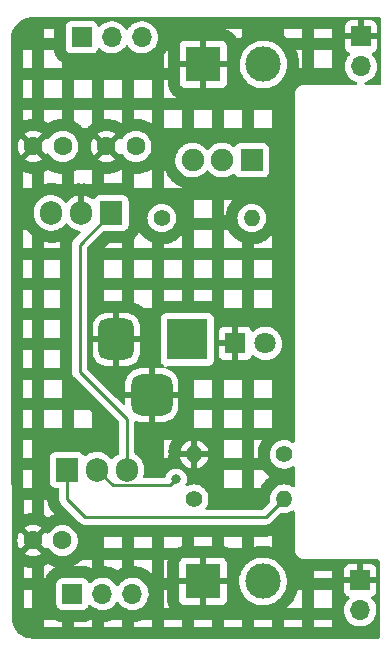
<source format=gbl>
%TF.GenerationSoftware,KiCad,Pcbnew,(6.0.0)*%
%TF.CreationDate,2023-05-28T15:04:35-04:00*%
%TF.ProjectId,Breadboard Power Supply,42726561-6462-46f6-9172-6420506f7765,2.0*%
%TF.SameCoordinates,Original*%
%TF.FileFunction,Copper,L2,Bot*%
%TF.FilePolarity,Positive*%
%FSLAX46Y46*%
G04 Gerber Fmt 4.6, Leading zero omitted, Abs format (unit mm)*
G04 Created by KiCad (PCBNEW (6.0.0)) date 2023-05-28 15:04:35*
%MOMM*%
%LPD*%
G01*
G04 APERTURE LIST*
G04 Aperture macros list*
%AMRoundRect*
0 Rectangle with rounded corners*
0 $1 Rounding radius*
0 $2 $3 $4 $5 $6 $7 $8 $9 X,Y pos of 4 corners*
0 Add a 4 corners polygon primitive as box body*
4,1,4,$2,$3,$4,$5,$6,$7,$8,$9,$2,$3,0*
0 Add four circle primitives for the rounded corners*
1,1,$1+$1,$2,$3*
1,1,$1+$1,$4,$5*
1,1,$1+$1,$6,$7*
1,1,$1+$1,$8,$9*
0 Add four rect primitives between the rounded corners*
20,1,$1+$1,$2,$3,$4,$5,0*
20,1,$1+$1,$4,$5,$6,$7,0*
20,1,$1+$1,$6,$7,$8,$9,0*
20,1,$1+$1,$8,$9,$2,$3,0*%
G04 Aperture macros list end*
%TA.AperFunction,ComponentPad*%
%ADD10R,3.500000X3.500000*%
%TD*%
%TA.AperFunction,ComponentPad*%
%ADD11RoundRect,0.750000X-0.750000X-1.000000X0.750000X-1.000000X0.750000X1.000000X-0.750000X1.000000X0*%
%TD*%
%TA.AperFunction,ComponentPad*%
%ADD12RoundRect,0.875000X-0.875000X-0.875000X0.875000X-0.875000X0.875000X0.875000X-0.875000X0.875000X0*%
%TD*%
%TA.AperFunction,ComponentPad*%
%ADD13R,1.700000X1.700000*%
%TD*%
%TA.AperFunction,ComponentPad*%
%ADD14O,1.700000X1.700000*%
%TD*%
%TA.AperFunction,ComponentPad*%
%ADD15C,1.600000*%
%TD*%
%TA.AperFunction,ComponentPad*%
%ADD16R,1.905000X2.000000*%
%TD*%
%TA.AperFunction,ComponentPad*%
%ADD17O,1.905000X2.000000*%
%TD*%
%TA.AperFunction,ComponentPad*%
%ADD18R,1.900000X1.900000*%
%TD*%
%TA.AperFunction,ComponentPad*%
%ADD19C,1.900000*%
%TD*%
%TA.AperFunction,ComponentPad*%
%ADD20C,1.400000*%
%TD*%
%TA.AperFunction,ComponentPad*%
%ADD21O,1.400000X1.400000*%
%TD*%
%TA.AperFunction,ComponentPad*%
%ADD22R,3.000000X3.000000*%
%TD*%
%TA.AperFunction,ComponentPad*%
%ADD23C,3.000000*%
%TD*%
%TA.AperFunction,ComponentPad*%
%ADD24C,1.800000*%
%TD*%
%TA.AperFunction,ComponentPad*%
%ADD25R,1.800000X1.800000*%
%TD*%
%TA.AperFunction,ViaPad*%
%ADD26C,0.800000*%
%TD*%
%TA.AperFunction,Conductor*%
%ADD27C,0.250000*%
%TD*%
G04 APERTURE END LIST*
D10*
%TO.P,J1,1*%
%TO.N,/PWR_input*%
X121335800Y-87960200D03*
D11*
%TO.P,J1,2*%
%TO.N,GND*%
X115335800Y-87960200D03*
D12*
%TO.P,J1,3*%
X118335800Y-92660200D03*
%TD*%
D13*
%TO.P,J4,1,Pin_1*%
%TO.N,/3.3V*%
X111622600Y-109499400D03*
D14*
%TO.P,J4,2,Pin_2*%
%TO.N,/Power_Out_down*%
X114162600Y-109499400D03*
%TO.P,J4,3,Pin_3*%
%TO.N,/5V*%
X116702600Y-109499400D03*
%TD*%
D15*
%TO.P,C3,1*%
%TO.N,/5V*%
X110800200Y-71607800D03*
%TO.P,C3,2*%
%TO.N,GND*%
X108300200Y-71607800D03*
%TD*%
D16*
%TO.P,U1,1,ADJ*%
%TO.N,Net-(R2-Pad2)*%
X111150400Y-98989000D03*
D17*
%TO.P,U1,2,VO*%
%TO.N,/3.3V*%
X113690400Y-98989000D03*
%TO.P,U1,3,VI*%
%TO.N,/12V*%
X116230400Y-98989000D03*
%TD*%
D18*
%TO.P,S1,1*%
%TO.N,/12V*%
X126791600Y-72771000D03*
D19*
%TO.P,S1,2*%
%TO.N,/PWR_input*%
X124291600Y-72771000D03*
%TO.P,S1,3*%
%TO.N,unconnected-(S1-Pad3)*%
X121791600Y-72771000D03*
%TD*%
D15*
%TO.P,C1,1*%
%TO.N,/12V*%
X116997800Y-71607800D03*
%TO.P,C1,2*%
%TO.N,GND*%
X114497800Y-71607800D03*
%TD*%
D13*
%TO.P,J3,1,Pin_1*%
%TO.N,GND*%
X136042400Y-62306200D03*
D14*
%TO.P,J3,2,Pin_2*%
%TO.N,/Power _Out_top*%
X136042400Y-64846200D03*
%TD*%
D15*
%TO.P,C2,1*%
%TO.N,/3.3V*%
X110774800Y-104978200D03*
%TO.P,C2,2*%
%TO.N,GND*%
X108274800Y-104978200D03*
%TD*%
D13*
%TO.P,J2,1,Pin_1*%
%TO.N,/3.3V*%
X112410000Y-62382400D03*
D14*
%TO.P,J2,2,Pin_2*%
%TO.N,/Power _Out_top*%
X114950000Y-62382400D03*
%TO.P,J2,3,Pin_3*%
%TO.N,/5V*%
X117490000Y-62382400D03*
%TD*%
D20*
%TO.P,R2,1*%
%TO.N,/3.3V*%
X121920000Y-101447600D03*
D21*
%TO.P,R2,2*%
%TO.N,Net-(R2-Pad2)*%
X129540000Y-101447600D03*
%TD*%
D20*
%TO.P,R1,1*%
%TO.N,Net-(D1-Pad2)*%
X119176800Y-77673200D03*
D21*
%TO.P,R1,2*%
%TO.N,/12V*%
X126796800Y-77673200D03*
%TD*%
D20*
%TO.P,R3,1*%
%TO.N,Net-(R2-Pad2)*%
X129540000Y-97688400D03*
D21*
%TO.P,R3,2*%
%TO.N,GND*%
X121920000Y-97688400D03*
%TD*%
D16*
%TO.P,U2,1,VI*%
%TO.N,/12V*%
X114909600Y-77241400D03*
D17*
%TO.P,U2,2,GND*%
%TO.N,GND*%
X112369600Y-77241400D03*
%TO.P,U2,3,VO*%
%TO.N,/5V*%
X109829600Y-77241400D03*
%TD*%
D22*
%TO.P,J6,1,Pin_1*%
%TO.N,GND*%
X122707400Y-64668400D03*
D23*
%TO.P,J6,2,Pin_2*%
%TO.N,/Power _Out_top*%
X127787400Y-64668400D03*
%TD*%
D22*
%TO.P,J7,1,Pin_1*%
%TO.N,GND*%
X122671600Y-108447400D03*
D23*
%TO.P,J7,2,Pin_2*%
%TO.N,/Power_Out_down*%
X127751600Y-108447400D03*
%TD*%
D24*
%TO.P,D1,2,A*%
%TO.N,Net-(D1-Pad2)*%
X127939800Y-88290400D03*
D25*
%TO.P,D1,1,K*%
%TO.N,GND*%
X125399800Y-88290400D03*
%TD*%
D13*
%TO.P,J5,1,Pin_1*%
%TO.N,GND*%
X135991600Y-108351400D03*
D14*
%TO.P,J5,2,Pin_2*%
%TO.N,/Power_Out_down*%
X135991600Y-110891400D03*
%TD*%
D26*
%TO.N,/3.3V*%
X120383900Y-99796600D03*
%TD*%
D27*
%TO.N,/12V*%
X112217200Y-90703400D02*
X116230400Y-94716600D01*
X116230400Y-94716600D02*
X116230400Y-98989000D01*
X112217200Y-79933800D02*
X112217200Y-90703400D01*
X114909600Y-77241400D02*
X112217200Y-79933800D01*
%TO.N,Net-(R2-Pad2)*%
X111150400Y-101473000D02*
X111150400Y-98989000D01*
X112674400Y-102997000D02*
X111150400Y-101473000D01*
X127990600Y-102997000D02*
X112674400Y-102997000D01*
X129540000Y-101447600D02*
X127990600Y-102997000D01*
%TO.N,/3.3V*%
X115014920Y-100313520D02*
X113690400Y-98989000D01*
X120383900Y-99796600D02*
X119866980Y-100313520D01*
X119866980Y-100313520D02*
X115014920Y-100313520D01*
%TD*%
%TA.AperFunction,Conductor*%
%TO.N,GND*%
G36*
X137686231Y-60675424D02*
G01*
X137732769Y-60729040D01*
X137744200Y-60781480D01*
X137744200Y-66269600D01*
X137724198Y-66337721D01*
X137670542Y-66384214D01*
X137618200Y-66395600D01*
X136464198Y-66395600D01*
X136396077Y-66375598D01*
X136349584Y-66321942D01*
X136339480Y-66251668D01*
X136368974Y-66187088D01*
X136427990Y-66148914D01*
X136534829Y-66116861D01*
X136534834Y-66116859D01*
X136539784Y-66115374D01*
X136740394Y-66017096D01*
X136922260Y-65887373D01*
X137080496Y-65729689D01*
X137104177Y-65696734D01*
X137207835Y-65552477D01*
X137210853Y-65548277D01*
X137258251Y-65452375D01*
X137307536Y-65352653D01*
X137307537Y-65352651D01*
X137309830Y-65348011D01*
X137374770Y-65134269D01*
X137403929Y-64912790D01*
X137405556Y-64846200D01*
X137387252Y-64623561D01*
X137332831Y-64406902D01*
X137243754Y-64202040D01*
X137122414Y-64014477D01*
X137118940Y-64010659D01*
X137118933Y-64010650D01*
X136974835Y-63852288D01*
X136943783Y-63788442D01*
X136952179Y-63717944D01*
X136997356Y-63663176D01*
X137023800Y-63649507D01*
X137130452Y-63609525D01*
X137146049Y-63600986D01*
X137248124Y-63524485D01*
X137260685Y-63511924D01*
X137337186Y-63409849D01*
X137345724Y-63394254D01*
X137390878Y-63273806D01*
X137394505Y-63258551D01*
X137400031Y-63207686D01*
X137400400Y-63200872D01*
X137400400Y-62578315D01*
X137395925Y-62563076D01*
X137394535Y-62561871D01*
X137386852Y-62560200D01*
X134702516Y-62560200D01*
X134687277Y-62564675D01*
X134686072Y-62566065D01*
X134684401Y-62573748D01*
X134684401Y-63200869D01*
X134684771Y-63207690D01*
X134690295Y-63258552D01*
X134693921Y-63273804D01*
X134739076Y-63394254D01*
X134747614Y-63409849D01*
X134824115Y-63511924D01*
X134836676Y-63524485D01*
X134938751Y-63600986D01*
X134954346Y-63609524D01*
X135063227Y-63650342D01*
X135119991Y-63692984D01*
X135144691Y-63759545D01*
X135129483Y-63828894D01*
X135110091Y-63855375D01*
X135019871Y-63949785D01*
X134983029Y-63988338D01*
X134857143Y-64172880D01*
X134763088Y-64375505D01*
X134703389Y-64590770D01*
X134679651Y-64812895D01*
X134679948Y-64818048D01*
X134679948Y-64818051D01*
X134685411Y-64912790D01*
X134692510Y-65035915D01*
X134693647Y-65040961D01*
X134693648Y-65040967D01*
X134713519Y-65129139D01*
X134741622Y-65253839D01*
X134825666Y-65460816D01*
X134942387Y-65651288D01*
X135088650Y-65820138D01*
X135260526Y-65962832D01*
X135453400Y-66075538D01*
X135458225Y-66077380D01*
X135458226Y-66077381D01*
X135653345Y-66151890D01*
X135709848Y-66194878D01*
X135734141Y-66261589D01*
X135718511Y-66330844D01*
X135667920Y-66380654D01*
X135608396Y-66395600D01*
X131320409Y-66395600D01*
X131299504Y-66393854D01*
X131284534Y-66391335D01*
X131284529Y-66391335D01*
X131279741Y-66390529D01*
X131273442Y-66390452D01*
X131272061Y-66390435D01*
X131272057Y-66390435D01*
X131267202Y-66390376D01*
X131260506Y-66391335D01*
X131243837Y-66393722D01*
X131238325Y-66394388D01*
X131115811Y-66406454D01*
X131102885Y-66407727D01*
X131096967Y-66409522D01*
X131096963Y-66409523D01*
X130950806Y-66453859D01*
X130950803Y-66453860D01*
X130944883Y-66455656D01*
X130939422Y-66458575D01*
X130816789Y-66524124D01*
X130799268Y-66533489D01*
X130671635Y-66638235D01*
X130566889Y-66765868D01*
X130563971Y-66771326D01*
X130563971Y-66771327D01*
X130508304Y-66875473D01*
X130489056Y-66911483D01*
X130441127Y-67069485D01*
X130440520Y-67075644D01*
X130440520Y-67075646D01*
X130429780Y-67184700D01*
X130428641Y-67193254D01*
X130423929Y-67221263D01*
X130423776Y-67233802D01*
X130424466Y-67238617D01*
X130427727Y-67261390D01*
X130429000Y-67279253D01*
X130429000Y-96593536D01*
X130408998Y-96661657D01*
X130355342Y-96708150D01*
X130285068Y-96718254D01*
X130230733Y-96696750D01*
X130146558Y-96637811D01*
X130141580Y-96635490D01*
X130141577Y-96635488D01*
X129959892Y-96550767D01*
X129959891Y-96550766D01*
X129954910Y-96548444D01*
X129949602Y-96547022D01*
X129949600Y-96547021D01*
X129755970Y-96495138D01*
X129755968Y-96495138D01*
X129750655Y-96493714D01*
X129540000Y-96475284D01*
X129329345Y-96493714D01*
X129324032Y-96495138D01*
X129324030Y-96495138D01*
X129130400Y-96547021D01*
X129130398Y-96547022D01*
X129125090Y-96548444D01*
X129120109Y-96550766D01*
X129120108Y-96550767D01*
X128938423Y-96635488D01*
X128938420Y-96635490D01*
X128933442Y-96637811D01*
X128760224Y-96759099D01*
X128610699Y-96908624D01*
X128489411Y-97081842D01*
X128400044Y-97273490D01*
X128398622Y-97278798D01*
X128398621Y-97278800D01*
X128357699Y-97431524D01*
X128345314Y-97477745D01*
X128326884Y-97688400D01*
X128345314Y-97899055D01*
X128346738Y-97904368D01*
X128346738Y-97904370D01*
X128386655Y-98053340D01*
X128400044Y-98103310D01*
X128402366Y-98108291D01*
X128402367Y-98108292D01*
X128470067Y-98253474D01*
X128489411Y-98294958D01*
X128610699Y-98468176D01*
X128760224Y-98617701D01*
X128933442Y-98738989D01*
X128938420Y-98741310D01*
X128938423Y-98741312D01*
X129120108Y-98826033D01*
X129125090Y-98828356D01*
X129130398Y-98829778D01*
X129130400Y-98829779D01*
X129324030Y-98881662D01*
X129324032Y-98881662D01*
X129329345Y-98883086D01*
X129540000Y-98901516D01*
X129750655Y-98883086D01*
X129755968Y-98881662D01*
X129755970Y-98881662D01*
X129949600Y-98829779D01*
X129949602Y-98829778D01*
X129954910Y-98828356D01*
X129959892Y-98826033D01*
X130141577Y-98741312D01*
X130141580Y-98741310D01*
X130146558Y-98738989D01*
X130230732Y-98680050D01*
X130298003Y-98657363D01*
X130366864Y-98674648D01*
X130415448Y-98726418D01*
X130429000Y-98783264D01*
X130429000Y-100352736D01*
X130408998Y-100420857D01*
X130355342Y-100467350D01*
X130285068Y-100477454D01*
X130230733Y-100455950D01*
X130146558Y-100397011D01*
X130141580Y-100394690D01*
X130141577Y-100394688D01*
X129959892Y-100309967D01*
X129959891Y-100309966D01*
X129954910Y-100307644D01*
X129949602Y-100306222D01*
X129949600Y-100306221D01*
X129755970Y-100254338D01*
X129755968Y-100254338D01*
X129750655Y-100252914D01*
X129540000Y-100234484D01*
X129329345Y-100252914D01*
X129324032Y-100254338D01*
X129324030Y-100254338D01*
X129130400Y-100306221D01*
X129130398Y-100306222D01*
X129125090Y-100307644D01*
X129120109Y-100309966D01*
X129120108Y-100309967D01*
X128938423Y-100394688D01*
X128938420Y-100394690D01*
X128933442Y-100397011D01*
X128760224Y-100518299D01*
X128610699Y-100667824D01*
X128489411Y-100841042D01*
X128487090Y-100846020D01*
X128487088Y-100846023D01*
X128402367Y-101027708D01*
X128400044Y-101032690D01*
X128345314Y-101236945D01*
X128326884Y-101447600D01*
X128327363Y-101453075D01*
X128344835Y-101652775D01*
X128345314Y-101658255D01*
X128346736Y-101663561D01*
X128347547Y-101668161D01*
X128339679Y-101738721D01*
X128312557Y-101779138D01*
X127765100Y-102326595D01*
X127702788Y-102360621D01*
X127676005Y-102363500D01*
X122996029Y-102363500D01*
X122927908Y-102343498D01*
X122881415Y-102289842D01*
X122871311Y-102219568D01*
X122892816Y-102165230D01*
X122933556Y-102107047D01*
X122970589Y-102054158D01*
X122992459Y-102007259D01*
X123057633Y-101867492D01*
X123057634Y-101867491D01*
X123059956Y-101862510D01*
X123082296Y-101779138D01*
X123113262Y-101663570D01*
X123113262Y-101663568D01*
X123114686Y-101658255D01*
X123133116Y-101447600D01*
X123114686Y-101236945D01*
X123059956Y-101032690D01*
X123057633Y-101027708D01*
X122972912Y-100846023D01*
X122972910Y-100846020D01*
X122970589Y-100841042D01*
X122849301Y-100667824D01*
X122714957Y-100533480D01*
X124432673Y-100533480D01*
X125958673Y-100533480D01*
X126972673Y-100533480D01*
X127514004Y-100533480D01*
X127570415Y-100412507D01*
X127572847Y-100407575D01*
X127603554Y-100348589D01*
X127606200Y-100343768D01*
X127617182Y-100324748D01*
X127620032Y-100320050D01*
X127655736Y-100264007D01*
X127658790Y-100259438D01*
X127780078Y-100086220D01*
X127783329Y-100081785D01*
X127823801Y-100029042D01*
X127827242Y-100024755D01*
X127841360Y-100007930D01*
X127844984Y-100003797D01*
X127889892Y-99954789D01*
X127893694Y-99950819D01*
X128043219Y-99801294D01*
X128047189Y-99797492D01*
X128096197Y-99752584D01*
X128100330Y-99748960D01*
X128117155Y-99734842D01*
X128121442Y-99731401D01*
X128174185Y-99690929D01*
X128178620Y-99687678D01*
X128349539Y-99568000D01*
X128178620Y-99448322D01*
X128174185Y-99445071D01*
X128121442Y-99404599D01*
X128117155Y-99401158D01*
X128100330Y-99387040D01*
X128096197Y-99383416D01*
X128047189Y-99338508D01*
X128043219Y-99334706D01*
X127893694Y-99185181D01*
X127889892Y-99181211D01*
X127844984Y-99132203D01*
X127841360Y-99128070D01*
X127827242Y-99111245D01*
X127823801Y-99106958D01*
X127783329Y-99054215D01*
X127780078Y-99049781D01*
X127750458Y-99007480D01*
X126972673Y-99007480D01*
X126972673Y-100533480D01*
X125958673Y-100533480D01*
X125958673Y-99007480D01*
X124432673Y-99007480D01*
X124432673Y-100533480D01*
X122714957Y-100533480D01*
X122699776Y-100518299D01*
X122526558Y-100397011D01*
X122521580Y-100394690D01*
X122521577Y-100394688D01*
X122339892Y-100309967D01*
X122339891Y-100309966D01*
X122334910Y-100307644D01*
X122329602Y-100306222D01*
X122329600Y-100306221D01*
X122135970Y-100254338D01*
X122135968Y-100254338D01*
X122130655Y-100252914D01*
X121920000Y-100234484D01*
X121709345Y-100252914D01*
X121704032Y-100254338D01*
X121704030Y-100254338D01*
X121510400Y-100306221D01*
X121510398Y-100306222D01*
X121505090Y-100307644D01*
X121500109Y-100309966D01*
X121500108Y-100309967D01*
X121364796Y-100373064D01*
X121294604Y-100383725D01*
X121229791Y-100354745D01*
X121190935Y-100295325D01*
X121190372Y-100224331D01*
X121202427Y-100195869D01*
X121215123Y-100173879D01*
X121215124Y-100173878D01*
X121218427Y-100168156D01*
X121277442Y-99986528D01*
X121297404Y-99796600D01*
X121277442Y-99606672D01*
X121218427Y-99425044D01*
X121204637Y-99401158D01*
X121126241Y-99265374D01*
X121122940Y-99259656D01*
X121055883Y-99185181D01*
X120999575Y-99122645D01*
X120999574Y-99122644D01*
X120995153Y-99117734D01*
X120840652Y-99005482D01*
X120834624Y-99002798D01*
X120834622Y-99002797D01*
X120672219Y-98930491D01*
X120672218Y-98930491D01*
X120666188Y-98927806D01*
X120572787Y-98907953D01*
X120485844Y-98889472D01*
X120485839Y-98889472D01*
X120479387Y-98888100D01*
X120288413Y-98888100D01*
X120281961Y-98889472D01*
X120281956Y-98889472D01*
X120195013Y-98907953D01*
X120101612Y-98927806D01*
X120095582Y-98930491D01*
X120095581Y-98930491D01*
X119933178Y-99002797D01*
X119933176Y-99002798D01*
X119927148Y-99005482D01*
X119772647Y-99117734D01*
X119768226Y-99122644D01*
X119768225Y-99122645D01*
X119711918Y-99185181D01*
X119644860Y-99259656D01*
X119641559Y-99265374D01*
X119563164Y-99401158D01*
X119549373Y-99425044D01*
X119502924Y-99568000D01*
X119494815Y-99592956D01*
X119454742Y-99651562D01*
X119389345Y-99679199D01*
X119374982Y-99680020D01*
X117733856Y-99680020D01*
X117665735Y-99660018D01*
X117619242Y-99606362D01*
X117609138Y-99536088D01*
X117612439Y-99520348D01*
X117669058Y-99316185D01*
X117670440Y-99311202D01*
X117684332Y-99181211D01*
X117691044Y-99118407D01*
X117691044Y-99118399D01*
X117691400Y-99115072D01*
X117691400Y-98880598D01*
X117690332Y-98867599D01*
X117677146Y-98707224D01*
X117676722Y-98702063D01*
X117618194Y-98469056D01*
X117544344Y-98299211D01*
X117524457Y-98253474D01*
X117524455Y-98253471D01*
X117522397Y-98248737D01*
X117411826Y-98077821D01*
X117394710Y-98051363D01*
X117394708Y-98051360D01*
X117391902Y-98047023D01*
X117343182Y-97993480D01*
X119352673Y-97993480D01*
X119709515Y-97993480D01*
X119736337Y-97983184D01*
X119735496Y-97954922D01*
X120740801Y-97954922D01*
X120779092Y-98097823D01*
X120782842Y-98108127D01*
X120867521Y-98289723D01*
X120872998Y-98299211D01*
X120987925Y-98463342D01*
X120994981Y-98471750D01*
X121136650Y-98613419D01*
X121145058Y-98620475D01*
X121309189Y-98735402D01*
X121318677Y-98740879D01*
X121500273Y-98825558D01*
X121510577Y-98829308D01*
X121648503Y-98866266D01*
X121662599Y-98865930D01*
X121666000Y-98857988D01*
X121666000Y-98852839D01*
X122174000Y-98852839D01*
X122177973Y-98866370D01*
X122186522Y-98867599D01*
X122329423Y-98829308D01*
X122339727Y-98825558D01*
X122521323Y-98740879D01*
X122530811Y-98735402D01*
X122694942Y-98620475D01*
X122703350Y-98613419D01*
X122845019Y-98471750D01*
X122852075Y-98463342D01*
X122967002Y-98299211D01*
X122972479Y-98289723D01*
X123057158Y-98108127D01*
X123060908Y-98097823D01*
X123088867Y-97993480D01*
X124432673Y-97993480D01*
X125958673Y-97993480D01*
X126972673Y-97993480D01*
X127335848Y-97993480D01*
X127335771Y-97992897D01*
X127335172Y-97987432D01*
X127316742Y-97776777D01*
X127316383Y-97771292D01*
X127313483Y-97704879D01*
X127313363Y-97699382D01*
X127313363Y-97677418D01*
X127313483Y-97671921D01*
X127316383Y-97605508D01*
X127316742Y-97600023D01*
X127335172Y-97389368D01*
X127335771Y-97383903D01*
X127344449Y-97317989D01*
X127345285Y-97312555D01*
X127349099Y-97290926D01*
X127350172Y-97285535D01*
X127364559Y-97220642D01*
X127365865Y-97215303D01*
X127420595Y-97011048D01*
X127422133Y-97005772D01*
X127442122Y-96942372D01*
X127443890Y-96937164D01*
X127451402Y-96916525D01*
X127453395Y-96911400D01*
X127478835Y-96849985D01*
X127481048Y-96844955D01*
X127570415Y-96653307D01*
X127572847Y-96648375D01*
X127603554Y-96589389D01*
X127606200Y-96584568D01*
X127617182Y-96565548D01*
X127620032Y-96560850D01*
X127655736Y-96504807D01*
X127658790Y-96500238D01*
X127681727Y-96467480D01*
X126972673Y-96467480D01*
X126972673Y-97993480D01*
X125958673Y-97993480D01*
X125958673Y-96467480D01*
X124432673Y-96467480D01*
X124432673Y-97993480D01*
X123088867Y-97993480D01*
X123097866Y-97959897D01*
X123097530Y-97945801D01*
X123089588Y-97942400D01*
X122192115Y-97942400D01*
X122176876Y-97946875D01*
X122175671Y-97948265D01*
X122174000Y-97955948D01*
X122174000Y-98852839D01*
X121666000Y-98852839D01*
X121666000Y-97960515D01*
X121661525Y-97945276D01*
X121660135Y-97944071D01*
X121652452Y-97942400D01*
X120755561Y-97942400D01*
X120742030Y-97946373D01*
X120740801Y-97954922D01*
X119735496Y-97954922D01*
X119732540Y-97855636D01*
X119733767Y-97833955D01*
X119743871Y-97763681D01*
X119745965Y-97752636D01*
X119766065Y-97667577D01*
X119732686Y-97518420D01*
X119729681Y-97493903D01*
X119727991Y-97422927D01*
X119728278Y-97416903D01*
X120742134Y-97416903D01*
X120742470Y-97430999D01*
X120750412Y-97434400D01*
X121647885Y-97434400D01*
X121663124Y-97429925D01*
X121664329Y-97428535D01*
X121666000Y-97420852D01*
X121666000Y-97416285D01*
X122174000Y-97416285D01*
X122178475Y-97431524D01*
X122179865Y-97432729D01*
X122187548Y-97434400D01*
X123084439Y-97434400D01*
X123097970Y-97430427D01*
X123099199Y-97421878D01*
X123060908Y-97278977D01*
X123057158Y-97268673D01*
X122972479Y-97087077D01*
X122967002Y-97077589D01*
X122852075Y-96913458D01*
X122845019Y-96905050D01*
X122703350Y-96763381D01*
X122694942Y-96756325D01*
X122530811Y-96641398D01*
X122521323Y-96635921D01*
X122339727Y-96551242D01*
X122329423Y-96547492D01*
X122191497Y-96510534D01*
X122177401Y-96510870D01*
X122174000Y-96518812D01*
X122174000Y-97416285D01*
X121666000Y-97416285D01*
X121666000Y-96523961D01*
X121662027Y-96510430D01*
X121653478Y-96509201D01*
X121510577Y-96547492D01*
X121500273Y-96551242D01*
X121318677Y-96635921D01*
X121309189Y-96641398D01*
X121145058Y-96756325D01*
X121136650Y-96763381D01*
X120994981Y-96905050D01*
X120987925Y-96913458D01*
X120872998Y-97077589D01*
X120867521Y-97087077D01*
X120782842Y-97268673D01*
X120779092Y-97278977D01*
X120742134Y-97416903D01*
X119728278Y-97416903D01*
X119728846Y-97404970D01*
X119754595Y-97189609D01*
X119757997Y-97171956D01*
X119801067Y-97011218D01*
X119802606Y-97005940D01*
X119822599Y-96942531D01*
X119824366Y-96937324D01*
X119831878Y-96916686D01*
X119833871Y-96911562D01*
X119859305Y-96850161D01*
X119861518Y-96845132D01*
X119950847Y-96653563D01*
X119953278Y-96648633D01*
X119983969Y-96589674D01*
X119986613Y-96584855D01*
X119997595Y-96565833D01*
X120000448Y-96561130D01*
X120036173Y-96505054D01*
X120039227Y-96500484D01*
X120062337Y-96467480D01*
X119352673Y-96467480D01*
X119352673Y-97993480D01*
X117343182Y-97993480D01*
X117230214Y-97869330D01*
X117135945Y-97794881D01*
X117045731Y-97723634D01*
X117045728Y-97723632D01*
X117041676Y-97720432D01*
X117006430Y-97700975D01*
X116953798Y-97671921D01*
X116929006Y-97658235D01*
X116879036Y-97607803D01*
X116863900Y-97547927D01*
X116863900Y-95453480D01*
X121892673Y-95453480D01*
X123418673Y-95453480D01*
X124432673Y-95453480D01*
X125958673Y-95453480D01*
X126972673Y-95453480D01*
X128498673Y-95453480D01*
X128498673Y-93927480D01*
X126972673Y-93927480D01*
X126972673Y-95453480D01*
X125958673Y-95453480D01*
X125958673Y-93927480D01*
X124432673Y-93927480D01*
X124432673Y-95453480D01*
X123418673Y-95453480D01*
X123418673Y-93927480D01*
X121892673Y-93927480D01*
X121892673Y-95453480D01*
X116863900Y-95453480D01*
X116863900Y-94970494D01*
X116883902Y-94902373D01*
X116937558Y-94855880D01*
X117007832Y-94845776D01*
X117034541Y-94852667D01*
X117075559Y-94868207D01*
X117085782Y-94871120D01*
X117306611Y-94914245D01*
X117315255Y-94915318D01*
X117366784Y-94918109D01*
X117370169Y-94918200D01*
X118063685Y-94918200D01*
X118078924Y-94913725D01*
X118080129Y-94912335D01*
X118081800Y-94904652D01*
X118081800Y-94900085D01*
X118589800Y-94900085D01*
X118594275Y-94915324D01*
X118595665Y-94916529D01*
X118603348Y-94918200D01*
X119301431Y-94918200D01*
X119304816Y-94918109D01*
X119356345Y-94915318D01*
X119364989Y-94914245D01*
X119585818Y-94871120D01*
X119596046Y-94868206D01*
X119805540Y-94788836D01*
X119815138Y-94784238D01*
X120008260Y-94670707D01*
X120016949Y-94664554D01*
X120188192Y-94520099D01*
X120195699Y-94512592D01*
X120340154Y-94341349D01*
X120346307Y-94332660D01*
X120459838Y-94139538D01*
X120464436Y-94129940D01*
X120543806Y-93920446D01*
X120546720Y-93910218D01*
X120589845Y-93689389D01*
X120590918Y-93680745D01*
X120593709Y-93629216D01*
X120593800Y-93625831D01*
X120593800Y-92932315D01*
X120589325Y-92917076D01*
X120587935Y-92915871D01*
X120580252Y-92914200D01*
X118607915Y-92914200D01*
X118592676Y-92918675D01*
X118591471Y-92920065D01*
X118589800Y-92927748D01*
X118589800Y-94900085D01*
X118081800Y-94900085D01*
X118081800Y-92932315D01*
X118077325Y-92917076D01*
X118075935Y-92915871D01*
X118068252Y-92914200D01*
X116095915Y-92914200D01*
X116080676Y-92918675D01*
X116079471Y-92920065D01*
X116077800Y-92927748D01*
X116077800Y-93363906D01*
X116057798Y-93432027D01*
X116004142Y-93478520D01*
X115933868Y-93488624D01*
X115869288Y-93459130D01*
X115862705Y-93453001D01*
X115323184Y-92913480D01*
X121892673Y-92913480D01*
X123418673Y-92913480D01*
X124432673Y-92913480D01*
X125958673Y-92913480D01*
X126972673Y-92913480D01*
X128498673Y-92913480D01*
X128498673Y-91387480D01*
X126972673Y-91387480D01*
X126972673Y-92913480D01*
X125958673Y-92913480D01*
X125958673Y-91387480D01*
X124432673Y-91387480D01*
X124432673Y-92913480D01*
X123418673Y-92913480D01*
X123418673Y-91387480D01*
X121892673Y-91387480D01*
X121892673Y-92913480D01*
X115323184Y-92913480D01*
X114797789Y-92388085D01*
X116077800Y-92388085D01*
X116082275Y-92403324D01*
X116083665Y-92404529D01*
X116091348Y-92406200D01*
X118063685Y-92406200D01*
X118078924Y-92401725D01*
X118080129Y-92400335D01*
X118081800Y-92392652D01*
X118081800Y-92388085D01*
X118589800Y-92388085D01*
X118594275Y-92403324D01*
X118595665Y-92404529D01*
X118603348Y-92406200D01*
X120575685Y-92406200D01*
X120590924Y-92401725D01*
X120592129Y-92400335D01*
X120593800Y-92392652D01*
X120593800Y-91694570D01*
X120593709Y-91691184D01*
X120590918Y-91639655D01*
X120589845Y-91631011D01*
X120546720Y-91410182D01*
X120543806Y-91399954D01*
X120464436Y-91190460D01*
X120459838Y-91180862D01*
X120346307Y-90987740D01*
X120340154Y-90979051D01*
X120195699Y-90807808D01*
X120188192Y-90800301D01*
X120016949Y-90655846D01*
X120008260Y-90649693D01*
X119815138Y-90536162D01*
X119805540Y-90531564D01*
X119623320Y-90462527D01*
X119566704Y-90419688D01*
X119542236Y-90353041D01*
X119557685Y-90283745D01*
X119608145Y-90233803D01*
X119667960Y-90218700D01*
X123133934Y-90218700D01*
X123196116Y-90211945D01*
X123332505Y-90160815D01*
X123449061Y-90073461D01*
X123536415Y-89956905D01*
X123587545Y-89820516D01*
X123594300Y-89758334D01*
X123594300Y-89235069D01*
X123991801Y-89235069D01*
X123992171Y-89241890D01*
X123997695Y-89292752D01*
X124001321Y-89308004D01*
X124046476Y-89428454D01*
X124055014Y-89444049D01*
X124131515Y-89546124D01*
X124144076Y-89558685D01*
X124246151Y-89635186D01*
X124261746Y-89643724D01*
X124382194Y-89688878D01*
X124397449Y-89692505D01*
X124448314Y-89698031D01*
X124455128Y-89698400D01*
X125127685Y-89698400D01*
X125142924Y-89693925D01*
X125144129Y-89692535D01*
X125145800Y-89684852D01*
X125145800Y-89680284D01*
X125653800Y-89680284D01*
X125658275Y-89695523D01*
X125659665Y-89696728D01*
X125667348Y-89698399D01*
X126344469Y-89698399D01*
X126351290Y-89698029D01*
X126402152Y-89692505D01*
X126417404Y-89688879D01*
X126537854Y-89643724D01*
X126553449Y-89635186D01*
X126655524Y-89558685D01*
X126668085Y-89546124D01*
X126744586Y-89444049D01*
X126753124Y-89428454D01*
X126774573Y-89371240D01*
X126817215Y-89314475D01*
X126883777Y-89289776D01*
X126953125Y-89304984D01*
X126973040Y-89318526D01*
X127129149Y-89448130D01*
X127329122Y-89564984D01*
X127545494Y-89647609D01*
X127550560Y-89648640D01*
X127550561Y-89648640D01*
X127603646Y-89659440D01*
X127772456Y-89693785D01*
X127903124Y-89698576D01*
X127998749Y-89702083D01*
X127998753Y-89702083D01*
X128003913Y-89702272D01*
X128009033Y-89701616D01*
X128009035Y-89701616D01*
X128108468Y-89688878D01*
X128233647Y-89672842D01*
X128238595Y-89671357D01*
X128238602Y-89671356D01*
X128450547Y-89607769D01*
X128455490Y-89606286D01*
X128487485Y-89590612D01*
X128658849Y-89506662D01*
X128658852Y-89506660D01*
X128663484Y-89504391D01*
X128852043Y-89369894D01*
X129016103Y-89206405D01*
X129151258Y-89018317D01*
X129235691Y-88847480D01*
X129251584Y-88815322D01*
X129251585Y-88815320D01*
X129253878Y-88810680D01*
X129321208Y-88589071D01*
X129351440Y-88359441D01*
X129353127Y-88290400D01*
X129346832Y-88213834D01*
X129334573Y-88064718D01*
X129334572Y-88064712D01*
X129334149Y-88059567D01*
X129277725Y-87834933D01*
X129263571Y-87802381D01*
X129187430Y-87627268D01*
X129187428Y-87627265D01*
X129185370Y-87622531D01*
X129059564Y-87428065D01*
X128903687Y-87256758D01*
X128899636Y-87253559D01*
X128899632Y-87253555D01*
X128725977Y-87116411D01*
X128725972Y-87116408D01*
X128721923Y-87113210D01*
X128717407Y-87110717D01*
X128717404Y-87110715D01*
X128523679Y-87003773D01*
X128523675Y-87003771D01*
X128519155Y-87001276D01*
X128514286Y-86999552D01*
X128514282Y-86999550D01*
X128305703Y-86925688D01*
X128305699Y-86925687D01*
X128300828Y-86923962D01*
X128295735Y-86923055D01*
X128295732Y-86923054D01*
X128077895Y-86884251D01*
X128077889Y-86884250D01*
X128072806Y-86883345D01*
X127995444Y-86882400D01*
X127846381Y-86880579D01*
X127846379Y-86880579D01*
X127841211Y-86880516D01*
X127612264Y-86915550D01*
X127392114Y-86987506D01*
X127387526Y-86989894D01*
X127387522Y-86989896D01*
X127191261Y-87092063D01*
X127186672Y-87094452D01*
X127182539Y-87097555D01*
X127182536Y-87097557D01*
X127005590Y-87230412D01*
X127001455Y-87233517D01*
X126997883Y-87237255D01*
X126983587Y-87252215D01*
X126922063Y-87287645D01*
X126851151Y-87284188D01*
X126793364Y-87242943D01*
X126774511Y-87209394D01*
X126753124Y-87152346D01*
X126744586Y-87136751D01*
X126668085Y-87034676D01*
X126655524Y-87022115D01*
X126553449Y-86945614D01*
X126537854Y-86937076D01*
X126417406Y-86891922D01*
X126402151Y-86888295D01*
X126351286Y-86882769D01*
X126344472Y-86882400D01*
X125671915Y-86882400D01*
X125656676Y-86886875D01*
X125655471Y-86888265D01*
X125653800Y-86895948D01*
X125653800Y-89680284D01*
X125145800Y-89680284D01*
X125145800Y-88562515D01*
X125141325Y-88547276D01*
X125139935Y-88546071D01*
X125132252Y-88544400D01*
X124009916Y-88544400D01*
X123994677Y-88548875D01*
X123993472Y-88550265D01*
X123991801Y-88557948D01*
X123991801Y-89235069D01*
X123594300Y-89235069D01*
X123594300Y-88018285D01*
X123991800Y-88018285D01*
X123996275Y-88033524D01*
X123997665Y-88034729D01*
X124005348Y-88036400D01*
X125127685Y-88036400D01*
X125142924Y-88031925D01*
X125144129Y-88030535D01*
X125145800Y-88022852D01*
X125145800Y-86900516D01*
X125141325Y-86885277D01*
X125139935Y-86884072D01*
X125132252Y-86882401D01*
X124455131Y-86882401D01*
X124448310Y-86882771D01*
X124397448Y-86888295D01*
X124382196Y-86891921D01*
X124261746Y-86937076D01*
X124246151Y-86945614D01*
X124144076Y-87022115D01*
X124131515Y-87034676D01*
X124055014Y-87136751D01*
X124046476Y-87152346D01*
X124001322Y-87272794D01*
X123997695Y-87288049D01*
X123992169Y-87338914D01*
X123991800Y-87345728D01*
X123991800Y-88018285D01*
X123594300Y-88018285D01*
X123594300Y-86162066D01*
X123587545Y-86099884D01*
X123536415Y-85963495D01*
X123449061Y-85846939D01*
X123332505Y-85759585D01*
X123196116Y-85708455D01*
X123133934Y-85701700D01*
X119537666Y-85701700D01*
X119475484Y-85708455D01*
X119339095Y-85759585D01*
X119222539Y-85846939D01*
X119135185Y-85963495D01*
X119084055Y-86099884D01*
X119077300Y-86162066D01*
X119077300Y-89758334D01*
X119084055Y-89820516D01*
X119135185Y-89956905D01*
X119222539Y-90073461D01*
X119339095Y-90160815D01*
X119347500Y-90163966D01*
X119350631Y-90165680D01*
X119400777Y-90215938D01*
X119415791Y-90285329D01*
X119390906Y-90351822D01*
X119334022Y-90394305D01*
X119290122Y-90402200D01*
X118607915Y-90402200D01*
X118592676Y-90406675D01*
X118591471Y-90408065D01*
X118589800Y-90415748D01*
X118589800Y-92388085D01*
X118081800Y-92388085D01*
X118081800Y-90420315D01*
X118077325Y-90405076D01*
X118075935Y-90403871D01*
X118068252Y-90402200D01*
X117370170Y-90402200D01*
X117366784Y-90402291D01*
X117315255Y-90405082D01*
X117306611Y-90406155D01*
X117085782Y-90449280D01*
X117075554Y-90452194D01*
X116866060Y-90531564D01*
X116856462Y-90536162D01*
X116663340Y-90649693D01*
X116654651Y-90655846D01*
X116483408Y-90800301D01*
X116475901Y-90807808D01*
X116331446Y-90979051D01*
X116325293Y-90987740D01*
X116211762Y-91180862D01*
X116207164Y-91190460D01*
X116127794Y-91399954D01*
X116124880Y-91410182D01*
X116081755Y-91631011D01*
X116080682Y-91639655D01*
X116077891Y-91691184D01*
X116077800Y-91694570D01*
X116077800Y-92388085D01*
X114797789Y-92388085D01*
X112887605Y-90477900D01*
X112853579Y-90415588D01*
X112850700Y-90388805D01*
X112850700Y-89020161D01*
X113327801Y-89020161D01*
X113328009Y-89025271D01*
X113338882Y-89158967D01*
X113340652Y-89169520D01*
X113393767Y-89376385D01*
X113397501Y-89386931D01*
X113486310Y-89580905D01*
X113491846Y-89590612D01*
X113613603Y-89765797D01*
X113620776Y-89774376D01*
X113771624Y-89925224D01*
X113780203Y-89932397D01*
X113955388Y-90054154D01*
X113965095Y-90059690D01*
X114159069Y-90148499D01*
X114169615Y-90152233D01*
X114376479Y-90205347D01*
X114387034Y-90207118D01*
X114520730Y-90217993D01*
X114525836Y-90218200D01*
X115063685Y-90218200D01*
X115078924Y-90213725D01*
X115080129Y-90212335D01*
X115081800Y-90204652D01*
X115081800Y-90200084D01*
X115589800Y-90200084D01*
X115594275Y-90215323D01*
X115595665Y-90216528D01*
X115603348Y-90218199D01*
X116145761Y-90218199D01*
X116150871Y-90217991D01*
X116284567Y-90207118D01*
X116295120Y-90205348D01*
X116501985Y-90152233D01*
X116512531Y-90148499D01*
X116706505Y-90059690D01*
X116716212Y-90054154D01*
X116891397Y-89932397D01*
X116899976Y-89925224D01*
X117050824Y-89774376D01*
X117057997Y-89765797D01*
X117179754Y-89590612D01*
X117185290Y-89580905D01*
X117274099Y-89386931D01*
X117277833Y-89376385D01*
X117330947Y-89169521D01*
X117332718Y-89158966D01*
X117343593Y-89025270D01*
X117343800Y-89020164D01*
X117343800Y-88232315D01*
X117339325Y-88217076D01*
X117337935Y-88215871D01*
X117330252Y-88214200D01*
X115607915Y-88214200D01*
X115592676Y-88218675D01*
X115591471Y-88220065D01*
X115589800Y-88227748D01*
X115589800Y-90200084D01*
X115081800Y-90200084D01*
X115081800Y-88232315D01*
X115077325Y-88217076D01*
X115075935Y-88215871D01*
X115068252Y-88214200D01*
X113345916Y-88214200D01*
X113330677Y-88218675D01*
X113329472Y-88220065D01*
X113327801Y-88227748D01*
X113327801Y-89020161D01*
X112850700Y-89020161D01*
X112850700Y-87688085D01*
X113327800Y-87688085D01*
X113332275Y-87703324D01*
X113333665Y-87704529D01*
X113341348Y-87706200D01*
X115063685Y-87706200D01*
X115078924Y-87701725D01*
X115080129Y-87700335D01*
X115081800Y-87692652D01*
X115081800Y-87688085D01*
X115589800Y-87688085D01*
X115594275Y-87703324D01*
X115595665Y-87704529D01*
X115603348Y-87706200D01*
X117325684Y-87706200D01*
X117340923Y-87701725D01*
X117342128Y-87700335D01*
X117343799Y-87692652D01*
X117343799Y-86900239D01*
X117343591Y-86895129D01*
X117332718Y-86761433D01*
X117330948Y-86750880D01*
X117277833Y-86544015D01*
X117274099Y-86533469D01*
X117185290Y-86339495D01*
X117179754Y-86329788D01*
X117057997Y-86154603D01*
X117050824Y-86146024D01*
X116899976Y-85995176D01*
X116891397Y-85988003D01*
X116716212Y-85866246D01*
X116706505Y-85860710D01*
X116512531Y-85771901D01*
X116501985Y-85768167D01*
X116295121Y-85715053D01*
X116284566Y-85713282D01*
X116150870Y-85702407D01*
X116145764Y-85702200D01*
X115607915Y-85702200D01*
X115592676Y-85706675D01*
X115591471Y-85708065D01*
X115589800Y-85715748D01*
X115589800Y-87688085D01*
X115081800Y-87688085D01*
X115081800Y-85720316D01*
X115077325Y-85705077D01*
X115075935Y-85703872D01*
X115068252Y-85702201D01*
X114525839Y-85702201D01*
X114520729Y-85702409D01*
X114387033Y-85713282D01*
X114376480Y-85715052D01*
X114169615Y-85768167D01*
X114159069Y-85771901D01*
X113965095Y-85860710D01*
X113955388Y-85866246D01*
X113780203Y-85988003D01*
X113771624Y-85995176D01*
X113620776Y-86146024D01*
X113613603Y-86154603D01*
X113491846Y-86329788D01*
X113486310Y-86339495D01*
X113397501Y-86533469D01*
X113393767Y-86544015D01*
X113340653Y-86750879D01*
X113338882Y-86761434D01*
X113328007Y-86895130D01*
X113327800Y-86900236D01*
X113327800Y-87688085D01*
X112850700Y-87688085D01*
X112850700Y-84803466D01*
X116812673Y-84803466D01*
X116829837Y-84808697D01*
X116835162Y-84810450D01*
X116856278Y-84817927D01*
X116861522Y-84819917D01*
X116924384Y-84845378D01*
X116929534Y-84847598D01*
X117133714Y-84941079D01*
X117138760Y-84943526D01*
X117199088Y-84974464D01*
X117204018Y-84977133D01*
X117223477Y-84988232D01*
X117228284Y-84991118D01*
X117285632Y-85027301D01*
X117290308Y-85030398D01*
X117474707Y-85158558D01*
X117479241Y-85161862D01*
X117533166Y-85203018D01*
X117537548Y-85206519D01*
X117554733Y-85220889D01*
X117558953Y-85224580D01*
X117608961Y-85270326D01*
X117613010Y-85274200D01*
X117632290Y-85293480D01*
X118338673Y-85293480D01*
X124432673Y-85293480D01*
X125958673Y-85293480D01*
X126972673Y-85293480D01*
X128498673Y-85293480D01*
X128498673Y-83767480D01*
X126972673Y-83767480D01*
X126972673Y-85293480D01*
X125958673Y-85293480D01*
X125958673Y-83767480D01*
X124432673Y-83767480D01*
X124432673Y-85293480D01*
X118338673Y-85293480D01*
X118338673Y-84702430D01*
X119352673Y-84702430D01*
X119358164Y-84701483D01*
X119365974Y-84700386D01*
X119428156Y-84693631D01*
X119431548Y-84693309D01*
X119472633Y-84689967D01*
X119476035Y-84689736D01*
X119489643Y-84688999D01*
X119493049Y-84688861D01*
X119534258Y-84687746D01*
X119537666Y-84687700D01*
X120878673Y-84687700D01*
X121892673Y-84687700D01*
X123133934Y-84687700D01*
X123137342Y-84687746D01*
X123178551Y-84688861D01*
X123181957Y-84688999D01*
X123195565Y-84689736D01*
X123198967Y-84689967D01*
X123240052Y-84693309D01*
X123243444Y-84693631D01*
X123305626Y-84700386D01*
X123313436Y-84701483D01*
X123407409Y-84717693D01*
X123415137Y-84719276D01*
X123418673Y-84720117D01*
X123418673Y-83767480D01*
X121892673Y-83767480D01*
X121892673Y-84687700D01*
X120878673Y-84687700D01*
X120878673Y-83767480D01*
X119352673Y-83767480D01*
X119352673Y-84702430D01*
X118338673Y-84702430D01*
X118338673Y-83767480D01*
X116812673Y-83767480D01*
X116812673Y-84803466D01*
X112850700Y-84803466D01*
X112850700Y-84706274D01*
X114272673Y-84706274D01*
X114294156Y-84703603D01*
X114299488Y-84703055D01*
X114441089Y-84691539D01*
X114443633Y-84691358D01*
X114474462Y-84689478D01*
X114477015Y-84689348D01*
X114487228Y-84688933D01*
X114489787Y-84688855D01*
X114520725Y-84688227D01*
X114523282Y-84688201D01*
X115081800Y-84688201D01*
X115095268Y-84688923D01*
X115257239Y-84706336D01*
X115270554Y-84708493D01*
X115322896Y-84719879D01*
X115329447Y-84721489D01*
X115339427Y-84724227D01*
X115339624Y-84724169D01*
X115357189Y-84720348D01*
X115571868Y-84689482D01*
X115589800Y-84688200D01*
X115798673Y-84688200D01*
X115798673Y-83767480D01*
X114272673Y-83767480D01*
X114272673Y-84706274D01*
X112850700Y-84706274D01*
X112850700Y-82753480D01*
X114272673Y-82753480D01*
X115798673Y-82753480D01*
X116812673Y-82753480D01*
X118338673Y-82753480D01*
X119352673Y-82753480D01*
X120878673Y-82753480D01*
X121892673Y-82753480D01*
X123418673Y-82753480D01*
X124432673Y-82753480D01*
X125958673Y-82753480D01*
X126972673Y-82753480D01*
X128498673Y-82753480D01*
X128498673Y-81227480D01*
X126972673Y-81227480D01*
X126972673Y-82753480D01*
X125958673Y-82753480D01*
X125958673Y-81227480D01*
X124432673Y-81227480D01*
X124432673Y-82753480D01*
X123418673Y-82753480D01*
X123418673Y-81227480D01*
X121892673Y-81227480D01*
X121892673Y-82753480D01*
X120878673Y-82753480D01*
X120878673Y-81227480D01*
X119352673Y-81227480D01*
X119352673Y-82753480D01*
X118338673Y-82753480D01*
X118338673Y-81227480D01*
X116812673Y-81227480D01*
X116812673Y-82753480D01*
X115798673Y-82753480D01*
X115798673Y-81227480D01*
X114272673Y-81227480D01*
X114272673Y-82753480D01*
X112850700Y-82753480D01*
X112850700Y-80248394D01*
X112860952Y-80213480D01*
X114272673Y-80213480D01*
X115798673Y-80213480D01*
X116812673Y-80213480D01*
X118338673Y-80213480D01*
X119352673Y-80213480D01*
X120878673Y-80213480D01*
X121892673Y-80213480D01*
X123418673Y-80213480D01*
X124432673Y-80213480D01*
X125958673Y-80213480D01*
X126972673Y-80213480D01*
X128498673Y-80213480D01*
X128498673Y-79109017D01*
X128495440Y-79112870D01*
X128491816Y-79117003D01*
X128446908Y-79166011D01*
X128443106Y-79169981D01*
X128293581Y-79319506D01*
X128289611Y-79323308D01*
X128240603Y-79368216D01*
X128236470Y-79371840D01*
X128219645Y-79385958D01*
X128215358Y-79389399D01*
X128162615Y-79429871D01*
X128158180Y-79433122D01*
X127984962Y-79554410D01*
X127980393Y-79557464D01*
X127924350Y-79593168D01*
X127919652Y-79596018D01*
X127900632Y-79607000D01*
X127895811Y-79609646D01*
X127836825Y-79640353D01*
X127831893Y-79642785D01*
X127640245Y-79732152D01*
X127635215Y-79734365D01*
X127573800Y-79759805D01*
X127568675Y-79761798D01*
X127548036Y-79769310D01*
X127542828Y-79771078D01*
X127479428Y-79791067D01*
X127474152Y-79792605D01*
X127269897Y-79847335D01*
X127264558Y-79848641D01*
X127199665Y-79863028D01*
X127194274Y-79864101D01*
X127172645Y-79867915D01*
X127167211Y-79868751D01*
X127101297Y-79877429D01*
X127095832Y-79878028D01*
X126972673Y-79888803D01*
X126972673Y-80213480D01*
X125958673Y-80213480D01*
X125958673Y-79734484D01*
X125958385Y-79734365D01*
X125953355Y-79732152D01*
X125761707Y-79642785D01*
X125756775Y-79640353D01*
X125697789Y-79609646D01*
X125692968Y-79607000D01*
X125673948Y-79596018D01*
X125669250Y-79593168D01*
X125613207Y-79557464D01*
X125608638Y-79554410D01*
X125435420Y-79433122D01*
X125430985Y-79429871D01*
X125378242Y-79389399D01*
X125373955Y-79385958D01*
X125357130Y-79371840D01*
X125352997Y-79368216D01*
X125303989Y-79323308D01*
X125300019Y-79319506D01*
X125150494Y-79169981D01*
X125146692Y-79166011D01*
X125101784Y-79117003D01*
X125098160Y-79112870D01*
X125084042Y-79096045D01*
X125080601Y-79091758D01*
X125040129Y-79039015D01*
X125036878Y-79034580D01*
X124915590Y-78861362D01*
X124912536Y-78856793D01*
X124876832Y-78800750D01*
X124873982Y-78796052D01*
X124863000Y-78777032D01*
X124860354Y-78772211D01*
X124829647Y-78713225D01*
X124827215Y-78708293D01*
X124817510Y-78687480D01*
X124432673Y-78687480D01*
X124432673Y-80213480D01*
X123418673Y-80213480D01*
X123418673Y-78687480D01*
X121892673Y-78687480D01*
X121892673Y-80213480D01*
X120878673Y-80213480D01*
X120878673Y-79109017D01*
X120875440Y-79112870D01*
X120871816Y-79117003D01*
X120826908Y-79166011D01*
X120823106Y-79169981D01*
X120673581Y-79319506D01*
X120669611Y-79323308D01*
X120620603Y-79368216D01*
X120616470Y-79371840D01*
X120599645Y-79385958D01*
X120595358Y-79389399D01*
X120542615Y-79429871D01*
X120538180Y-79433122D01*
X120364962Y-79554410D01*
X120360393Y-79557464D01*
X120304350Y-79593168D01*
X120299652Y-79596018D01*
X120280632Y-79607000D01*
X120275811Y-79609646D01*
X120216825Y-79640353D01*
X120211893Y-79642785D01*
X120020245Y-79732152D01*
X120015215Y-79734365D01*
X119953800Y-79759805D01*
X119948675Y-79761798D01*
X119928036Y-79769310D01*
X119922828Y-79771078D01*
X119859428Y-79791067D01*
X119854152Y-79792605D01*
X119649897Y-79847335D01*
X119644558Y-79848641D01*
X119579665Y-79863028D01*
X119574274Y-79864101D01*
X119552645Y-79867915D01*
X119547211Y-79868751D01*
X119481297Y-79877429D01*
X119475832Y-79878028D01*
X119352673Y-79888803D01*
X119352673Y-80213480D01*
X118338673Y-80213480D01*
X118338673Y-79734484D01*
X118338385Y-79734365D01*
X118333355Y-79732152D01*
X118141707Y-79642785D01*
X118136775Y-79640353D01*
X118077789Y-79609646D01*
X118072968Y-79607000D01*
X118053948Y-79596018D01*
X118049250Y-79593168D01*
X117993207Y-79557464D01*
X117988638Y-79554410D01*
X117815420Y-79433122D01*
X117810985Y-79429871D01*
X117758242Y-79389399D01*
X117753955Y-79385958D01*
X117737130Y-79371840D01*
X117732997Y-79368216D01*
X117683989Y-79323308D01*
X117680019Y-79319506D01*
X117530494Y-79169981D01*
X117526692Y-79166011D01*
X117481784Y-79117003D01*
X117478160Y-79112870D01*
X117464042Y-79096045D01*
X117460601Y-79091758D01*
X117420129Y-79039015D01*
X117416878Y-79034580D01*
X117295590Y-78861362D01*
X117292536Y-78856793D01*
X117270423Y-78822083D01*
X117262189Y-78844048D01*
X117258747Y-78852320D01*
X117213617Y-78950777D01*
X117209597Y-78958785D01*
X117192441Y-78990120D01*
X117187862Y-78997820D01*
X117129240Y-79088869D01*
X117124125Y-79096224D01*
X117036771Y-79212780D01*
X117031146Y-79219754D01*
X116960203Y-79301580D01*
X116954097Y-79308136D01*
X116928836Y-79333397D01*
X116922280Y-79339503D01*
X116840454Y-79410446D01*
X116833480Y-79416071D01*
X116812673Y-79431665D01*
X116812673Y-80213480D01*
X115798673Y-80213480D01*
X115798673Y-79763900D01*
X114717014Y-79763900D01*
X114272673Y-80208241D01*
X114272673Y-80213480D01*
X112860952Y-80213480D01*
X112870702Y-80180273D01*
X112887605Y-80159299D01*
X114260099Y-78786805D01*
X114322411Y-78752779D01*
X114349194Y-78749900D01*
X115910234Y-78749900D01*
X115972416Y-78743145D01*
X116108805Y-78692015D01*
X116225361Y-78604661D01*
X116312715Y-78488105D01*
X116363845Y-78351716D01*
X116370600Y-78289534D01*
X116370600Y-77673200D01*
X117963684Y-77673200D01*
X117982114Y-77883855D01*
X117983538Y-77889168D01*
X117983538Y-77889170D01*
X118008322Y-77981663D01*
X118036844Y-78088110D01*
X118039166Y-78093091D01*
X118039167Y-78093092D01*
X118096119Y-78215225D01*
X118126211Y-78279758D01*
X118247499Y-78452976D01*
X118397024Y-78602501D01*
X118570242Y-78723789D01*
X118575220Y-78726110D01*
X118575223Y-78726112D01*
X118719956Y-78793602D01*
X118761890Y-78813156D01*
X118767198Y-78814578D01*
X118767200Y-78814579D01*
X118960830Y-78866462D01*
X118960832Y-78866462D01*
X118966145Y-78867886D01*
X119176800Y-78886316D01*
X119387455Y-78867886D01*
X119392768Y-78866462D01*
X119392770Y-78866462D01*
X119586400Y-78814579D01*
X119586402Y-78814578D01*
X119591710Y-78813156D01*
X119633644Y-78793602D01*
X119778377Y-78726112D01*
X119778380Y-78726110D01*
X119783358Y-78723789D01*
X119956576Y-78602501D01*
X120106101Y-78452976D01*
X120227389Y-78279758D01*
X120257482Y-78215225D01*
X120314433Y-78093092D01*
X120314434Y-78093091D01*
X120316756Y-78088110D01*
X120345279Y-77981663D01*
X120370062Y-77889170D01*
X120370062Y-77889168D01*
X120371486Y-77883855D01*
X120389892Y-77673480D01*
X121892673Y-77673480D01*
X123418673Y-77673480D01*
X124432673Y-77673480D01*
X124570163Y-77673480D01*
X124570163Y-77673200D01*
X125583684Y-77673200D01*
X125602114Y-77883855D01*
X125603538Y-77889168D01*
X125603538Y-77889170D01*
X125628322Y-77981663D01*
X125656844Y-78088110D01*
X125659166Y-78093091D01*
X125659167Y-78093092D01*
X125716119Y-78215225D01*
X125746211Y-78279758D01*
X125867499Y-78452976D01*
X126017024Y-78602501D01*
X126190242Y-78723789D01*
X126195220Y-78726110D01*
X126195223Y-78726112D01*
X126339956Y-78793602D01*
X126381890Y-78813156D01*
X126387198Y-78814578D01*
X126387200Y-78814579D01*
X126580830Y-78866462D01*
X126580832Y-78866462D01*
X126586145Y-78867886D01*
X126796800Y-78886316D01*
X127007455Y-78867886D01*
X127012768Y-78866462D01*
X127012770Y-78866462D01*
X127206400Y-78814579D01*
X127206402Y-78814578D01*
X127211710Y-78813156D01*
X127253644Y-78793602D01*
X127398377Y-78726112D01*
X127398380Y-78726110D01*
X127403358Y-78723789D01*
X127576576Y-78602501D01*
X127726101Y-78452976D01*
X127847389Y-78279758D01*
X127877482Y-78215225D01*
X127934433Y-78093092D01*
X127934434Y-78093091D01*
X127936756Y-78088110D01*
X127965279Y-77981663D01*
X127990062Y-77889170D01*
X127990062Y-77889168D01*
X127991486Y-77883855D01*
X128009916Y-77673200D01*
X127991486Y-77462545D01*
X127980553Y-77421742D01*
X127938179Y-77263600D01*
X127938178Y-77263598D01*
X127936756Y-77258290D01*
X127909623Y-77200103D01*
X127849712Y-77071623D01*
X127849710Y-77071620D01*
X127847389Y-77066642D01*
X127726101Y-76893424D01*
X127576576Y-76743899D01*
X127403358Y-76622611D01*
X127398380Y-76620290D01*
X127398377Y-76620288D01*
X127216692Y-76535567D01*
X127216691Y-76535566D01*
X127211710Y-76533244D01*
X127206402Y-76531822D01*
X127206400Y-76531821D01*
X127012770Y-76479938D01*
X127012768Y-76479938D01*
X127007455Y-76478514D01*
X126796800Y-76460084D01*
X126586145Y-76478514D01*
X126580832Y-76479938D01*
X126580830Y-76479938D01*
X126387200Y-76531821D01*
X126387198Y-76531822D01*
X126381890Y-76533244D01*
X126376909Y-76535566D01*
X126376908Y-76535567D01*
X126195223Y-76620288D01*
X126195220Y-76620290D01*
X126190242Y-76622611D01*
X126017024Y-76743899D01*
X125867499Y-76893424D01*
X125746211Y-77066642D01*
X125743890Y-77071620D01*
X125743888Y-77071623D01*
X125683977Y-77200103D01*
X125656844Y-77258290D01*
X125655422Y-77263598D01*
X125655421Y-77263600D01*
X125613047Y-77421742D01*
X125602114Y-77462545D01*
X125583684Y-77673200D01*
X124570163Y-77673200D01*
X124570163Y-77662218D01*
X124570283Y-77656721D01*
X124573183Y-77590308D01*
X124573542Y-77584823D01*
X124591972Y-77374168D01*
X124592571Y-77368703D01*
X124601249Y-77302789D01*
X124602085Y-77297355D01*
X124605899Y-77275726D01*
X124606972Y-77270335D01*
X124621359Y-77205442D01*
X124622665Y-77200103D01*
X124677395Y-76995848D01*
X124678933Y-76990572D01*
X124698922Y-76927172D01*
X124700690Y-76921964D01*
X124708202Y-76901325D01*
X124710195Y-76896200D01*
X124735635Y-76834785D01*
X124737848Y-76829755D01*
X124827215Y-76638107D01*
X124829647Y-76633175D01*
X124860354Y-76574189D01*
X124863000Y-76569368D01*
X124873982Y-76550348D01*
X124876832Y-76545650D01*
X124912536Y-76489607D01*
X124915590Y-76485038D01*
X125036878Y-76311820D01*
X125040129Y-76307385D01*
X125080601Y-76254642D01*
X125084042Y-76250355D01*
X125098160Y-76233530D01*
X125101784Y-76229397D01*
X125146692Y-76180389D01*
X125150494Y-76176419D01*
X125179433Y-76147480D01*
X124432673Y-76147480D01*
X124432673Y-77673480D01*
X123418673Y-77673480D01*
X123418673Y-76147480D01*
X121892673Y-76147480D01*
X121892673Y-77673480D01*
X120389892Y-77673480D01*
X120389916Y-77673200D01*
X120371486Y-77462545D01*
X120360553Y-77421742D01*
X120318179Y-77263600D01*
X120318178Y-77263598D01*
X120316756Y-77258290D01*
X120289623Y-77200103D01*
X120229712Y-77071623D01*
X120229710Y-77071620D01*
X120227389Y-77066642D01*
X120106101Y-76893424D01*
X119956576Y-76743899D01*
X119783358Y-76622611D01*
X119778380Y-76620290D01*
X119778377Y-76620288D01*
X119596692Y-76535567D01*
X119596691Y-76535566D01*
X119591710Y-76533244D01*
X119586402Y-76531822D01*
X119586400Y-76531821D01*
X119392770Y-76479938D01*
X119392768Y-76479938D01*
X119387455Y-76478514D01*
X119176800Y-76460084D01*
X118966145Y-76478514D01*
X118960832Y-76479938D01*
X118960830Y-76479938D01*
X118767200Y-76531821D01*
X118767198Y-76531822D01*
X118761890Y-76533244D01*
X118756909Y-76535566D01*
X118756908Y-76535567D01*
X118575223Y-76620288D01*
X118575220Y-76620290D01*
X118570242Y-76622611D01*
X118397024Y-76743899D01*
X118247499Y-76893424D01*
X118126211Y-77066642D01*
X118123890Y-77071620D01*
X118123888Y-77071623D01*
X118063977Y-77200103D01*
X118036844Y-77258290D01*
X118035422Y-77263598D01*
X118035421Y-77263600D01*
X117993047Y-77421742D01*
X117982114Y-77462545D01*
X117963684Y-77673200D01*
X116370600Y-77673200D01*
X116370600Y-76193266D01*
X116363845Y-76131084D01*
X116312715Y-75994695D01*
X116225361Y-75878139D01*
X116108805Y-75790785D01*
X115972416Y-75739655D01*
X115910234Y-75732900D01*
X113908966Y-75732900D01*
X113846784Y-75739655D01*
X113710395Y-75790785D01*
X113593839Y-75878139D01*
X113506485Y-75994695D01*
X113503334Y-76003101D01*
X113498842Y-76015083D01*
X113456199Y-76071847D01*
X113389638Y-76096546D01*
X113320289Y-76081338D01*
X113302768Y-76069734D01*
X113184656Y-75976455D01*
X113176069Y-75970750D01*
X112974878Y-75859686D01*
X112965466Y-75855456D01*
X112748832Y-75778741D01*
X112738861Y-75776107D01*
X112641437Y-75758753D01*
X112628140Y-75760213D01*
X112623600Y-75774770D01*
X112623600Y-77369400D01*
X112603598Y-77437521D01*
X112549942Y-77484014D01*
X112497600Y-77495400D01*
X112241600Y-77495400D01*
X112173479Y-77475398D01*
X112126986Y-77421742D01*
X112115600Y-77369400D01*
X112115600Y-75773304D01*
X112111682Y-75759960D01*
X112097406Y-75757973D01*
X112035085Y-75767510D01*
X112025057Y-75769899D01*
X111806612Y-75841298D01*
X111797103Y-75845295D01*
X111593256Y-75951411D01*
X111584531Y-75956905D01*
X111400748Y-76094893D01*
X111393041Y-76101736D01*
X111234261Y-76267891D01*
X111227777Y-76275898D01*
X111205363Y-76308756D01*
X111150452Y-76353759D01*
X111079928Y-76361932D01*
X111016180Y-76330678D01*
X110995484Y-76306196D01*
X110993911Y-76303765D01*
X110991102Y-76299423D01*
X110829414Y-76121730D01*
X110752583Y-76061053D01*
X110644930Y-75976033D01*
X110644925Y-75976030D01*
X110640876Y-75972832D01*
X110636360Y-75970339D01*
X110636357Y-75970337D01*
X110435074Y-75859223D01*
X110435070Y-75859221D01*
X110430550Y-75856726D01*
X110425681Y-75855002D01*
X110425677Y-75855000D01*
X110208960Y-75778256D01*
X110208956Y-75778255D01*
X110204085Y-75776530D01*
X110198992Y-75775623D01*
X110198989Y-75775622D01*
X109972652Y-75735305D01*
X109972646Y-75735304D01*
X109967563Y-75734399D01*
X109875074Y-75733269D01*
X109732507Y-75731527D01*
X109732505Y-75731527D01*
X109727337Y-75731464D01*
X109489856Y-75767804D01*
X109377603Y-75804494D01*
X109266417Y-75840834D01*
X109266411Y-75840837D01*
X109261499Y-75842442D01*
X109256913Y-75844829D01*
X109256909Y-75844831D01*
X109052993Y-75950984D01*
X109048400Y-75953375D01*
X109025809Y-75970337D01*
X108877970Y-76081338D01*
X108856280Y-76097623D01*
X108690299Y-76271312D01*
X108554914Y-76469778D01*
X108552740Y-76474461D01*
X108552738Y-76474465D01*
X108455942Y-76682995D01*
X108453763Y-76687690D01*
X108389560Y-76919198D01*
X108389011Y-76924335D01*
X108373271Y-77071623D01*
X108368600Y-77115328D01*
X108368600Y-77349802D01*
X108368812Y-77352375D01*
X108368812Y-77352386D01*
X108370154Y-77368703D01*
X108383278Y-77528337D01*
X108441806Y-77761344D01*
X108537603Y-77981663D01*
X108668098Y-78183377D01*
X108829786Y-78361070D01*
X108906617Y-78421747D01*
X109014270Y-78506767D01*
X109014275Y-78506770D01*
X109018324Y-78509968D01*
X109022840Y-78512461D01*
X109022843Y-78512463D01*
X109224126Y-78623577D01*
X109224130Y-78623579D01*
X109228650Y-78626074D01*
X109233519Y-78627798D01*
X109233523Y-78627800D01*
X109450240Y-78704544D01*
X109450244Y-78704545D01*
X109455115Y-78706270D01*
X109460208Y-78707177D01*
X109460211Y-78707178D01*
X109686548Y-78747495D01*
X109686554Y-78747496D01*
X109691637Y-78748401D01*
X109779000Y-78749468D01*
X109926693Y-78751273D01*
X109926695Y-78751273D01*
X109931863Y-78751336D01*
X110169344Y-78714996D01*
X110281597Y-78678306D01*
X110392783Y-78641966D01*
X110392789Y-78641963D01*
X110397701Y-78640358D01*
X110402287Y-78637971D01*
X110402291Y-78637969D01*
X110606207Y-78531816D01*
X110610800Y-78529425D01*
X110707433Y-78456871D01*
X110798785Y-78388282D01*
X110798788Y-78388280D01*
X110802920Y-78385177D01*
X110968901Y-78211488D01*
X110994440Y-78174049D01*
X111049351Y-78129048D01*
X111119875Y-78120877D01*
X111183622Y-78152131D01*
X111204316Y-78176610D01*
X111205685Y-78178726D01*
X111211978Y-78186898D01*
X111366650Y-78356880D01*
X111374183Y-78363906D01*
X111554544Y-78506345D01*
X111563131Y-78512050D01*
X111764322Y-78623114D01*
X111773734Y-78627344D01*
X111990368Y-78704059D01*
X112000339Y-78706693D01*
X112227753Y-78747201D01*
X112291310Y-78778839D01*
X112327674Y-78839816D01*
X112325297Y-78910773D01*
X112294753Y-78960342D01*
X111824942Y-79430153D01*
X111816663Y-79437687D01*
X111810182Y-79441800D01*
X111763557Y-79491451D01*
X111760802Y-79494293D01*
X111741065Y-79514030D01*
X111738585Y-79517227D01*
X111730882Y-79526247D01*
X111700614Y-79558479D01*
X111696795Y-79565425D01*
X111696793Y-79565428D01*
X111690852Y-79576234D01*
X111680001Y-79592753D01*
X111667586Y-79608759D01*
X111664441Y-79616028D01*
X111664438Y-79616032D01*
X111650026Y-79649337D01*
X111644809Y-79659987D01*
X111623505Y-79698740D01*
X111621534Y-79706415D01*
X111621534Y-79706416D01*
X111618467Y-79718362D01*
X111612063Y-79737066D01*
X111604019Y-79755655D01*
X111602780Y-79763478D01*
X111602777Y-79763488D01*
X111597101Y-79799324D01*
X111594695Y-79810944D01*
X111583700Y-79853770D01*
X111583700Y-79874024D01*
X111582149Y-79893734D01*
X111578980Y-79913743D01*
X111579726Y-79921635D01*
X111583141Y-79957761D01*
X111583700Y-79969619D01*
X111583700Y-90624633D01*
X111583173Y-90635816D01*
X111581498Y-90643309D01*
X111581747Y-90651235D01*
X111581747Y-90651236D01*
X111583638Y-90711386D01*
X111583700Y-90715345D01*
X111583700Y-90743256D01*
X111584197Y-90747190D01*
X111584197Y-90747191D01*
X111584205Y-90747256D01*
X111585138Y-90759093D01*
X111586527Y-90803289D01*
X111592178Y-90822739D01*
X111596187Y-90842100D01*
X111598726Y-90862197D01*
X111601645Y-90869568D01*
X111601645Y-90869570D01*
X111615004Y-90903312D01*
X111618849Y-90914542D01*
X111631182Y-90956993D01*
X111635215Y-90963812D01*
X111635217Y-90963817D01*
X111641493Y-90974428D01*
X111650188Y-90992176D01*
X111657648Y-91011017D01*
X111662310Y-91017433D01*
X111662310Y-91017434D01*
X111683636Y-91046787D01*
X111690152Y-91056707D01*
X111712658Y-91094762D01*
X111726979Y-91109083D01*
X111739819Y-91124116D01*
X111751728Y-91140507D01*
X111757834Y-91145558D01*
X111785805Y-91168698D01*
X111794584Y-91176688D01*
X115559995Y-94942100D01*
X115594021Y-95004412D01*
X115596900Y-95031195D01*
X115596900Y-97547629D01*
X115576898Y-97615750D01*
X115529080Y-97659392D01*
X115449200Y-97700975D01*
X115445067Y-97704078D01*
X115445064Y-97704080D01*
X115261215Y-97842118D01*
X115257080Y-97845223D01*
X115253508Y-97848961D01*
X115115960Y-97992897D01*
X115091099Y-98018912D01*
X115065865Y-98055903D01*
X115010956Y-98100904D01*
X114940432Y-98109075D01*
X114876684Y-98077821D01*
X114855989Y-98053340D01*
X114854711Y-98051365D01*
X114851902Y-98047023D01*
X114690214Y-97869330D01*
X114613383Y-97808653D01*
X114505730Y-97723633D01*
X114505725Y-97723630D01*
X114501676Y-97720432D01*
X114497160Y-97717939D01*
X114497157Y-97717937D01*
X114295874Y-97606823D01*
X114295870Y-97606821D01*
X114291350Y-97604326D01*
X114286481Y-97602602D01*
X114286477Y-97602600D01*
X114069760Y-97525856D01*
X114069756Y-97525855D01*
X114064885Y-97524130D01*
X114059792Y-97523223D01*
X114059789Y-97523222D01*
X113833452Y-97482905D01*
X113833446Y-97482904D01*
X113828363Y-97481999D01*
X113735874Y-97480869D01*
X113593307Y-97479127D01*
X113593305Y-97479127D01*
X113588137Y-97479064D01*
X113350656Y-97515404D01*
X113252063Y-97547629D01*
X113127217Y-97588434D01*
X113127211Y-97588437D01*
X113122299Y-97590042D01*
X113117713Y-97592429D01*
X113117709Y-97592431D01*
X112933356Y-97688400D01*
X112909200Y-97700975D01*
X112754117Y-97817415D01*
X112687635Y-97842320D01*
X112618239Y-97827328D01*
X112567965Y-97777198D01*
X112560485Y-97760885D01*
X112556669Y-97750707D01*
X112556667Y-97750703D01*
X112553515Y-97742295D01*
X112466161Y-97625739D01*
X112349605Y-97538385D01*
X112213216Y-97487255D01*
X112151034Y-97480500D01*
X110149766Y-97480500D01*
X110087584Y-97487255D01*
X109951195Y-97538385D01*
X109834639Y-97625739D01*
X109747285Y-97742295D01*
X109696155Y-97878684D01*
X109689400Y-97940866D01*
X109689400Y-100037134D01*
X109696155Y-100099316D01*
X109747285Y-100235705D01*
X109834639Y-100352261D01*
X109951195Y-100439615D01*
X110087584Y-100490745D01*
X110149766Y-100497500D01*
X110390900Y-100497500D01*
X110459021Y-100517502D01*
X110505514Y-100571158D01*
X110516900Y-100623500D01*
X110516900Y-101394233D01*
X110516373Y-101405416D01*
X110514698Y-101412909D01*
X110514947Y-101420835D01*
X110514947Y-101420836D01*
X110516838Y-101480986D01*
X110516900Y-101484945D01*
X110516900Y-101512856D01*
X110517397Y-101516790D01*
X110517397Y-101516791D01*
X110517405Y-101516856D01*
X110518338Y-101528693D01*
X110519727Y-101572889D01*
X110525378Y-101592339D01*
X110529387Y-101611700D01*
X110531926Y-101631797D01*
X110534845Y-101639168D01*
X110534845Y-101639170D01*
X110548204Y-101672912D01*
X110552049Y-101684142D01*
X110564382Y-101726593D01*
X110568415Y-101733412D01*
X110568417Y-101733417D01*
X110574693Y-101744028D01*
X110583388Y-101761776D01*
X110590848Y-101780617D01*
X110595510Y-101787033D01*
X110595510Y-101787034D01*
X110616836Y-101816387D01*
X110623352Y-101826307D01*
X110645858Y-101864362D01*
X110660179Y-101878683D01*
X110673019Y-101893716D01*
X110684928Y-101910107D01*
X110691034Y-101915158D01*
X110719005Y-101938298D01*
X110727784Y-101946288D01*
X112170743Y-103389247D01*
X112178287Y-103397537D01*
X112182400Y-103404018D01*
X112188177Y-103409443D01*
X112232067Y-103450658D01*
X112234909Y-103453413D01*
X112254630Y-103473134D01*
X112257825Y-103475612D01*
X112266847Y-103483318D01*
X112299079Y-103513586D01*
X112306028Y-103517406D01*
X112316832Y-103523346D01*
X112333356Y-103534199D01*
X112349359Y-103546613D01*
X112389943Y-103564176D01*
X112400573Y-103569383D01*
X112439340Y-103590695D01*
X112447017Y-103592666D01*
X112447022Y-103592668D01*
X112458958Y-103595732D01*
X112477666Y-103602137D01*
X112496255Y-103610181D01*
X112504080Y-103611420D01*
X112504082Y-103611421D01*
X112539919Y-103617097D01*
X112551540Y-103619504D01*
X112583359Y-103627673D01*
X112594370Y-103630500D01*
X112614631Y-103630500D01*
X112634340Y-103632051D01*
X112654343Y-103635219D01*
X112662235Y-103634473D01*
X112667462Y-103633979D01*
X112698354Y-103631059D01*
X112710211Y-103630500D01*
X127911833Y-103630500D01*
X127923016Y-103631027D01*
X127930509Y-103632702D01*
X127938435Y-103632453D01*
X127938436Y-103632453D01*
X127998586Y-103630562D01*
X128002545Y-103630500D01*
X128030456Y-103630500D01*
X128034391Y-103630003D01*
X128034456Y-103629995D01*
X128046293Y-103629062D01*
X128078551Y-103628048D01*
X128082570Y-103627922D01*
X128090489Y-103627673D01*
X128109943Y-103622021D01*
X128129300Y-103618013D01*
X128141530Y-103616468D01*
X128141531Y-103616468D01*
X128149397Y-103615474D01*
X128156768Y-103612555D01*
X128156770Y-103612555D01*
X128190512Y-103599196D01*
X128201742Y-103595351D01*
X128236583Y-103585229D01*
X128236584Y-103585229D01*
X128244193Y-103583018D01*
X128251012Y-103578985D01*
X128251017Y-103578983D01*
X128261628Y-103572707D01*
X128279376Y-103564012D01*
X128298217Y-103556552D01*
X128318587Y-103541753D01*
X128333987Y-103530564D01*
X128343907Y-103524048D01*
X128375135Y-103505580D01*
X128375138Y-103505578D01*
X128381962Y-103501542D01*
X128396283Y-103487221D01*
X128411317Y-103474380D01*
X128413032Y-103473134D01*
X128427707Y-103462472D01*
X128455898Y-103428395D01*
X128463888Y-103419616D01*
X129208461Y-102675043D01*
X129270773Y-102641017D01*
X129319437Y-102640052D01*
X129324029Y-102640862D01*
X129329345Y-102642286D01*
X129540000Y-102660716D01*
X129750655Y-102642286D01*
X129755968Y-102640862D01*
X129755970Y-102640862D01*
X129949600Y-102588979D01*
X129949602Y-102588978D01*
X129954910Y-102587556D01*
X129959892Y-102585233D01*
X130141577Y-102500512D01*
X130141580Y-102500510D01*
X130146558Y-102498189D01*
X130230732Y-102439250D01*
X130298003Y-102416563D01*
X130366864Y-102433848D01*
X130415448Y-102485618D01*
X130429000Y-102542464D01*
X130429000Y-105585392D01*
X130427254Y-105606296D01*
X130423929Y-105626060D01*
X130423776Y-105638599D01*
X130424465Y-105643410D01*
X130424466Y-105643426D01*
X130427483Y-105664490D01*
X130428276Y-105671358D01*
X130439742Y-105802417D01*
X130482303Y-105961258D01*
X130484625Y-105966239D01*
X130484626Y-105966240D01*
X130524844Y-106052487D01*
X130551800Y-106110295D01*
X130646121Y-106245000D01*
X130762400Y-106361279D01*
X130897105Y-106455600D01*
X130902083Y-106457921D01*
X130902086Y-106457923D01*
X130979617Y-106494076D01*
X131046142Y-106525097D01*
X131051450Y-106526519D01*
X131051452Y-106526520D01*
X131101210Y-106539852D01*
X131204983Y-106567658D01*
X131319355Y-106577664D01*
X131329278Y-106578931D01*
X131356262Y-106583471D01*
X131362590Y-106583548D01*
X131363942Y-106583565D01*
X131363946Y-106583565D01*
X131368801Y-106583624D01*
X131396389Y-106579673D01*
X131414252Y-106578400D01*
X137491200Y-106578400D01*
X137559321Y-106598402D01*
X137605814Y-106652058D01*
X137617200Y-106704400D01*
X137617200Y-113183074D01*
X137597198Y-113251195D01*
X137543542Y-113297688D01*
X137491093Y-113309074D01*
X127926976Y-113300871D01*
X108304293Y-113284042D01*
X108285018Y-113282542D01*
X108269946Y-113280196D01*
X108261070Y-113278814D01*
X108245593Y-113280838D01*
X108220452Y-113281593D01*
X108043406Y-113269187D01*
X108015646Y-113267242D01*
X107998207Y-113264785D01*
X107772361Y-113216678D01*
X107755444Y-113211817D01*
X107538516Y-113132685D01*
X107522430Y-113125507D01*
X107318653Y-113016893D01*
X107303726Y-113007541D01*
X107117097Y-112871576D01*
X107103625Y-112860239D01*
X106937776Y-112699571D01*
X106926014Y-112686462D01*
X106784190Y-112504233D01*
X106774369Y-112489610D01*
X106659933Y-112290409D01*
X132052673Y-112290409D01*
X133578673Y-112291718D01*
X133578673Y-111707480D01*
X132052673Y-111707480D01*
X132052673Y-112290409D01*
X106659933Y-112290409D01*
X106659348Y-112289390D01*
X106658786Y-112288231D01*
X129512673Y-112288231D01*
X131038673Y-112289540D01*
X131038673Y-111707480D01*
X129512673Y-111707480D01*
X129512673Y-112288231D01*
X106658786Y-112288231D01*
X106657730Y-112286053D01*
X126972673Y-112286053D01*
X128498673Y-112287361D01*
X128498673Y-111707480D01*
X126972673Y-111707480D01*
X126972673Y-112286053D01*
X106657730Y-112286053D01*
X106656673Y-112283874D01*
X124432673Y-112283874D01*
X125958673Y-112285183D01*
X125958673Y-111707480D01*
X124432673Y-111707480D01*
X124432673Y-112283874D01*
X106656673Y-112283874D01*
X106655617Y-112281696D01*
X121892673Y-112281696D01*
X123418673Y-112283005D01*
X123418673Y-111707480D01*
X121892673Y-111707480D01*
X121892673Y-112281696D01*
X106655617Y-112281696D01*
X106654560Y-112279517D01*
X119352673Y-112279517D01*
X120878673Y-112280826D01*
X120878673Y-111707480D01*
X119352673Y-111707480D01*
X119352673Y-112279517D01*
X106654560Y-112279517D01*
X106653504Y-112277339D01*
X116812673Y-112277339D01*
X118338673Y-112278648D01*
X118338673Y-111707480D01*
X117581890Y-111707480D01*
X117579471Y-111708486D01*
X117560247Y-111716021D01*
X117555394Y-111717809D01*
X117496290Y-111738219D01*
X117491370Y-111739806D01*
X117277402Y-111804000D01*
X117272422Y-111805383D01*
X117211873Y-111820873D01*
X117206841Y-111822051D01*
X117186643Y-111826344D01*
X117181569Y-111827314D01*
X117119971Y-111837788D01*
X117114859Y-111838550D01*
X116893280Y-111866935D01*
X116888140Y-111867486D01*
X116825859Y-111872879D01*
X116820701Y-111873219D01*
X116812673Y-111873583D01*
X116812673Y-112277339D01*
X106653504Y-112277339D01*
X106652447Y-112275160D01*
X114272673Y-112275160D01*
X115798673Y-112276469D01*
X115798673Y-111707480D01*
X115041890Y-111707480D01*
X115039471Y-111708486D01*
X115020247Y-111716021D01*
X115015394Y-111717809D01*
X114956290Y-111738219D01*
X114951370Y-111739806D01*
X114737402Y-111804000D01*
X114732422Y-111805383D01*
X114671873Y-111820873D01*
X114666841Y-111822051D01*
X114646643Y-111826344D01*
X114641569Y-111827314D01*
X114579971Y-111837788D01*
X114574859Y-111838550D01*
X114353280Y-111866935D01*
X114348140Y-111867486D01*
X114285859Y-111872879D01*
X114280701Y-111873219D01*
X114272673Y-111873583D01*
X114272673Y-112275160D01*
X106652447Y-112275160D01*
X106651667Y-112273551D01*
X106651439Y-112272982D01*
X111732673Y-112272982D01*
X113258673Y-112274291D01*
X113258673Y-111707480D01*
X113167659Y-111707480D01*
X113083520Y-111746047D01*
X113075248Y-111749489D01*
X112938859Y-111800619D01*
X112931390Y-111803155D01*
X112840174Y-111830978D01*
X112832559Y-111833043D01*
X112801937Y-111840324D01*
X112794209Y-111841907D01*
X112700236Y-111858117D01*
X112692426Y-111859214D01*
X112630244Y-111865969D01*
X112626852Y-111866291D01*
X112585767Y-111869633D01*
X112582365Y-111869864D01*
X112568757Y-111870601D01*
X112565351Y-111870739D01*
X112524142Y-111871854D01*
X112520734Y-111871900D01*
X111732673Y-111871900D01*
X111732673Y-112272982D01*
X106651439Y-112272982D01*
X106650565Y-112270803D01*
X109192673Y-112270803D01*
X110718673Y-112272112D01*
X110718673Y-111871789D01*
X110679849Y-111870739D01*
X110676443Y-111870601D01*
X110662835Y-111869864D01*
X110659433Y-111869633D01*
X110618348Y-111866291D01*
X110614956Y-111865969D01*
X110552774Y-111859214D01*
X110544964Y-111858117D01*
X110450991Y-111841907D01*
X110443263Y-111840324D01*
X110412641Y-111833043D01*
X110405026Y-111830978D01*
X110313810Y-111803155D01*
X110306341Y-111800619D01*
X110169952Y-111749489D01*
X110161680Y-111746047D01*
X110077541Y-111707480D01*
X109192673Y-111707480D01*
X109192673Y-112270803D01*
X106650565Y-112270803D01*
X106565686Y-112059230D01*
X106560290Y-112042471D01*
X106505042Y-111818271D01*
X106502033Y-111800916D01*
X106491775Y-111700390D01*
X106481914Y-111603759D01*
X106482117Y-111584494D01*
X106481979Y-111577428D01*
X106483078Y-111568518D01*
X106479515Y-111546685D01*
X106477870Y-111526590D01*
X106476807Y-110851998D01*
X106474151Y-109167480D01*
X107488153Y-109167480D01*
X107490559Y-110693480D01*
X108178673Y-110693480D01*
X108178673Y-110397534D01*
X110264100Y-110397534D01*
X110270855Y-110459716D01*
X110321985Y-110596105D01*
X110409339Y-110712661D01*
X110525895Y-110800015D01*
X110662284Y-110851145D01*
X110724466Y-110857900D01*
X112520734Y-110857900D01*
X112582916Y-110851145D01*
X112719305Y-110800015D01*
X112835861Y-110712661D01*
X112923215Y-110596105D01*
X112945399Y-110536929D01*
X112967198Y-110478782D01*
X113009840Y-110422018D01*
X113076402Y-110397318D01*
X113145750Y-110412526D01*
X113180417Y-110440514D01*
X113208850Y-110473338D01*
X113380726Y-110616032D01*
X113573600Y-110728738D01*
X113782292Y-110808430D01*
X113787360Y-110809461D01*
X113787363Y-110809462D01*
X113894617Y-110831283D01*
X114001197Y-110852967D01*
X114006372Y-110853157D01*
X114006374Y-110853157D01*
X114219273Y-110860964D01*
X114219277Y-110860964D01*
X114224437Y-110861153D01*
X114229557Y-110860497D01*
X114229559Y-110860497D01*
X114440888Y-110833425D01*
X114440889Y-110833425D01*
X114446016Y-110832768D01*
X114450966Y-110831283D01*
X114655029Y-110770061D01*
X114655034Y-110770059D01*
X114659984Y-110768574D01*
X114860594Y-110670296D01*
X115042460Y-110540573D01*
X115200696Y-110382889D01*
X115255062Y-110307231D01*
X115331053Y-110201477D01*
X115332376Y-110202428D01*
X115379245Y-110159257D01*
X115449180Y-110147025D01*
X115514626Y-110174544D01*
X115542475Y-110206394D01*
X115602587Y-110304488D01*
X115748850Y-110473338D01*
X115920726Y-110616032D01*
X116113600Y-110728738D01*
X116322292Y-110808430D01*
X116327360Y-110809461D01*
X116327363Y-110809462D01*
X116434617Y-110831283D01*
X116541197Y-110852967D01*
X116546372Y-110853157D01*
X116546374Y-110853157D01*
X116759273Y-110860964D01*
X116759277Y-110860964D01*
X116764437Y-110861153D01*
X116769557Y-110860497D01*
X116769559Y-110860497D01*
X116788309Y-110858095D01*
X134628851Y-110858095D01*
X134629148Y-110863248D01*
X134629148Y-110863251D01*
X134634611Y-110957990D01*
X134641710Y-111081115D01*
X134642847Y-111086161D01*
X134642848Y-111086167D01*
X134662719Y-111174339D01*
X134690822Y-111299039D01*
X134774866Y-111506016D01*
X134891587Y-111696488D01*
X135037850Y-111865338D01*
X135209726Y-112008032D01*
X135402600Y-112120738D01*
X135611292Y-112200430D01*
X135616360Y-112201461D01*
X135616363Y-112201462D01*
X135723617Y-112223283D01*
X135830197Y-112244967D01*
X135835372Y-112245157D01*
X135835374Y-112245157D01*
X136048273Y-112252964D01*
X136048277Y-112252964D01*
X136053437Y-112253153D01*
X136058557Y-112252497D01*
X136058559Y-112252497D01*
X136269888Y-112225425D01*
X136269889Y-112225425D01*
X136275016Y-112224768D01*
X136348779Y-112202638D01*
X136484029Y-112162061D01*
X136484034Y-112162059D01*
X136488984Y-112160574D01*
X136689594Y-112062296D01*
X136871460Y-111932573D01*
X136933511Y-111870739D01*
X137026035Y-111778537D01*
X137029696Y-111774889D01*
X137089194Y-111692089D01*
X137157035Y-111597677D01*
X137160053Y-111593477D01*
X137172389Y-111568518D01*
X137256736Y-111397853D01*
X137256737Y-111397851D01*
X137259030Y-111393211D01*
X137323970Y-111179469D01*
X137353129Y-110957990D01*
X137354756Y-110891400D01*
X137336452Y-110668761D01*
X137282031Y-110452102D01*
X137192954Y-110247240D01*
X137114795Y-110126425D01*
X137074422Y-110064017D01*
X137074420Y-110064014D01*
X137071614Y-110059677D01*
X137068140Y-110055859D01*
X137068133Y-110055850D01*
X136924035Y-109897488D01*
X136892983Y-109833642D01*
X136901379Y-109763144D01*
X136946556Y-109708376D01*
X136973000Y-109694707D01*
X137079652Y-109654725D01*
X137095249Y-109646186D01*
X137197324Y-109569685D01*
X137209885Y-109557124D01*
X137286386Y-109455049D01*
X137294924Y-109439454D01*
X137340078Y-109319006D01*
X137343705Y-109303751D01*
X137349231Y-109252886D01*
X137349600Y-109246065D01*
X137349600Y-108623515D01*
X137345125Y-108608276D01*
X137343735Y-108607071D01*
X137336052Y-108605400D01*
X134651716Y-108605400D01*
X134636477Y-108609875D01*
X134635272Y-108611265D01*
X134633601Y-108618948D01*
X134633601Y-109246065D01*
X134633971Y-109252890D01*
X134639495Y-109303752D01*
X134643121Y-109319004D01*
X134688276Y-109439454D01*
X134696814Y-109455049D01*
X134773315Y-109557124D01*
X134785876Y-109569685D01*
X134887951Y-109646186D01*
X134903546Y-109654724D01*
X135012427Y-109695542D01*
X135069191Y-109738184D01*
X135093891Y-109804745D01*
X135078683Y-109874094D01*
X135059291Y-109900575D01*
X134965343Y-109998886D01*
X134932229Y-110033538D01*
X134929315Y-110037810D01*
X134929314Y-110037811D01*
X134885810Y-110101585D01*
X134806343Y-110218080D01*
X134792233Y-110248477D01*
X134715609Y-110413551D01*
X134712288Y-110420705D01*
X134652589Y-110635970D01*
X134628851Y-110858095D01*
X116788309Y-110858095D01*
X116980888Y-110833425D01*
X116980889Y-110833425D01*
X116986016Y-110832768D01*
X116990966Y-110831283D01*
X117195029Y-110770061D01*
X117195034Y-110770059D01*
X117199984Y-110768574D01*
X117353270Y-110693480D01*
X119352673Y-110693480D01*
X119840390Y-110693480D01*
X129780709Y-110693480D01*
X131038673Y-110693480D01*
X132052673Y-110693480D01*
X133578673Y-110693480D01*
X133578673Y-109167480D01*
X132052673Y-109167480D01*
X132052673Y-110693480D01*
X131038673Y-110693480D01*
X131038673Y-109167480D01*
X130687471Y-109167480D01*
X130667277Y-109255651D01*
X130666249Y-109259813D01*
X130652961Y-109309932D01*
X130651792Y-109314058D01*
X130646838Y-109330467D01*
X130645528Y-109334551D01*
X130628857Y-109383663D01*
X130627410Y-109387700D01*
X130530609Y-109643877D01*
X130529024Y-109647864D01*
X130509051Y-109695726D01*
X130507334Y-109699653D01*
X130500199Y-109715237D01*
X130498348Y-109719104D01*
X130475170Y-109765491D01*
X130473188Y-109769294D01*
X130342515Y-110009963D01*
X130340405Y-110013696D01*
X130314129Y-110058393D01*
X130311894Y-110062051D01*
X130302710Y-110076523D01*
X130300352Y-110080103D01*
X130271088Y-110122924D01*
X130268607Y-110126425D01*
X130106481Y-110347133D01*
X130103882Y-110350547D01*
X130071771Y-110391278D01*
X130069060Y-110394599D01*
X130057997Y-110407690D01*
X130055175Y-110410916D01*
X130020380Y-110449357D01*
X130017449Y-110452487D01*
X129826869Y-110649150D01*
X129823832Y-110652179D01*
X129786489Y-110688177D01*
X129783351Y-110691101D01*
X129780709Y-110693480D01*
X119840390Y-110693480D01*
X119824546Y-110664542D01*
X119820526Y-110656535D01*
X119775396Y-110558079D01*
X119771954Y-110549806D01*
X119720874Y-110413551D01*
X119718337Y-110406079D01*
X119690511Y-110314845D01*
X119688447Y-110307231D01*
X119681166Y-110276606D01*
X119679583Y-110268880D01*
X119663374Y-110174910D01*
X119662277Y-110167097D01*
X119655530Y-110104978D01*
X119655208Y-110101585D01*
X119651869Y-110060523D01*
X119651638Y-110057127D01*
X119650901Y-110043522D01*
X119650763Y-110040116D01*
X119649647Y-109998898D01*
X119649601Y-109995488D01*
X119649601Y-109992069D01*
X120663601Y-109992069D01*
X120663971Y-109998890D01*
X120669495Y-110049752D01*
X120673121Y-110065004D01*
X120718276Y-110185454D01*
X120726814Y-110201049D01*
X120803315Y-110303124D01*
X120815876Y-110315685D01*
X120917951Y-110392186D01*
X120933546Y-110400724D01*
X121053994Y-110445878D01*
X121069249Y-110449505D01*
X121120114Y-110455031D01*
X121126928Y-110455400D01*
X122399485Y-110455400D01*
X122414724Y-110450925D01*
X122415929Y-110449535D01*
X122417600Y-110441852D01*
X122417600Y-110437284D01*
X122925600Y-110437284D01*
X122930075Y-110452523D01*
X122931465Y-110453728D01*
X122939148Y-110455399D01*
X124216269Y-110455399D01*
X124223090Y-110455029D01*
X124273952Y-110449505D01*
X124289204Y-110445879D01*
X124409654Y-110400724D01*
X124425249Y-110392186D01*
X124527324Y-110315685D01*
X124539885Y-110303124D01*
X124616386Y-110201049D01*
X124624924Y-110185454D01*
X124670078Y-110065006D01*
X124673705Y-110049751D01*
X124679231Y-109998886D01*
X124679600Y-109992072D01*
X124679600Y-108719515D01*
X124675125Y-108704276D01*
X124673735Y-108703071D01*
X124666052Y-108701400D01*
X122943715Y-108701400D01*
X122928476Y-108705875D01*
X122927271Y-108707265D01*
X122925600Y-108714948D01*
X122925600Y-110437284D01*
X122417600Y-110437284D01*
X122417600Y-108719515D01*
X122413125Y-108704276D01*
X122411735Y-108703071D01*
X122404052Y-108701400D01*
X120681716Y-108701400D01*
X120666477Y-108705875D01*
X120665272Y-108707265D01*
X120663601Y-108714948D01*
X120663601Y-109992069D01*
X119649601Y-109992069D01*
X119649601Y-109167480D01*
X119352673Y-109167480D01*
X119352673Y-110693480D01*
X117353270Y-110693480D01*
X117400594Y-110670296D01*
X117582460Y-110540573D01*
X117740696Y-110382889D01*
X117795062Y-110307231D01*
X117868035Y-110205677D01*
X117871053Y-110201477D01*
X117891920Y-110159257D01*
X117967736Y-110005853D01*
X117967737Y-110005851D01*
X117970030Y-110001211D01*
X118034970Y-109787469D01*
X118064129Y-109565990D01*
X118064346Y-109557124D01*
X118065674Y-109502765D01*
X118065674Y-109502761D01*
X118065756Y-109499400D01*
X118047452Y-109276761D01*
X117993031Y-109060102D01*
X117903954Y-108855240D01*
X117864506Y-108794262D01*
X117785422Y-108672017D01*
X117785420Y-108672014D01*
X117782614Y-108667677D01*
X117632270Y-108502451D01*
X117628219Y-108499252D01*
X117628215Y-108499248D01*
X117535870Y-108426318D01*
X125738517Y-108426318D01*
X125754282Y-108699720D01*
X125755107Y-108703925D01*
X125755108Y-108703933D01*
X125765727Y-108758057D01*
X125807005Y-108968453D01*
X125808392Y-108972503D01*
X125808393Y-108972508D01*
X125875147Y-109167480D01*
X125895712Y-109227544D01*
X126018760Y-109472199D01*
X126021186Y-109475728D01*
X126021189Y-109475734D01*
X126139492Y-109647864D01*
X126173874Y-109697890D01*
X126176761Y-109701063D01*
X126176762Y-109701064D01*
X126215265Y-109743378D01*
X126358182Y-109900443D01*
X126568275Y-110076107D01*
X126571916Y-110078391D01*
X126796624Y-110219351D01*
X126796628Y-110219353D01*
X126800264Y-110221634D01*
X126867495Y-110251990D01*
X127045945Y-110332564D01*
X127045949Y-110332566D01*
X127049857Y-110334330D01*
X127104605Y-110350547D01*
X127308323Y-110410891D01*
X127308327Y-110410892D01*
X127312436Y-110412109D01*
X127316670Y-110412757D01*
X127316675Y-110412758D01*
X127578898Y-110452883D01*
X127578900Y-110452883D01*
X127583140Y-110453532D01*
X127722512Y-110455722D01*
X127852671Y-110457767D01*
X127852677Y-110457767D01*
X127856962Y-110457834D01*
X128128835Y-110424934D01*
X128393727Y-110355441D01*
X128397687Y-110353801D01*
X128397692Y-110353799D01*
X128602703Y-110268880D01*
X128646736Y-110250641D01*
X128803121Y-110159257D01*
X128879479Y-110114637D01*
X128879480Y-110114636D01*
X128883182Y-110112473D01*
X129098689Y-109943494D01*
X129140281Y-109900575D01*
X129271186Y-109765491D01*
X129289269Y-109746831D01*
X129291802Y-109743383D01*
X129291806Y-109743378D01*
X129448857Y-109529578D01*
X129451395Y-109526123D01*
X129453441Y-109522355D01*
X129580018Y-109289230D01*
X129580019Y-109289228D01*
X129582068Y-109285454D01*
X129667221Y-109060102D01*
X129677351Y-109033295D01*
X129677352Y-109033291D01*
X129678869Y-109029277D01*
X129719427Y-108852192D01*
X129739049Y-108766517D01*
X129739050Y-108766513D01*
X129740007Y-108762333D01*
X129743829Y-108719515D01*
X129764131Y-108492027D01*
X129764131Y-108492025D01*
X129764351Y-108489561D01*
X129764793Y-108447400D01*
X129762319Y-108411103D01*
X129746459Y-108178455D01*
X129746458Y-108178449D01*
X129746167Y-108174178D01*
X129741881Y-108153480D01*
X132052673Y-108153480D01*
X133578673Y-108153480D01*
X133578673Y-108079285D01*
X134633600Y-108079285D01*
X134638075Y-108094524D01*
X134639465Y-108095729D01*
X134647148Y-108097400D01*
X135719485Y-108097400D01*
X135734724Y-108092925D01*
X135735929Y-108091535D01*
X135737600Y-108083852D01*
X135737600Y-108079285D01*
X136245600Y-108079285D01*
X136250075Y-108094524D01*
X136251465Y-108095729D01*
X136259148Y-108097400D01*
X137331484Y-108097400D01*
X137346723Y-108092925D01*
X137347928Y-108091535D01*
X137349599Y-108083852D01*
X137349599Y-107456731D01*
X137349229Y-107449910D01*
X137343705Y-107399048D01*
X137340079Y-107383796D01*
X137294924Y-107263346D01*
X137286386Y-107247751D01*
X137209885Y-107145676D01*
X137197324Y-107133115D01*
X137095249Y-107056614D01*
X137079654Y-107048076D01*
X136959206Y-107002922D01*
X136943951Y-106999295D01*
X136893086Y-106993769D01*
X136886272Y-106993400D01*
X136263715Y-106993400D01*
X136248476Y-106997875D01*
X136247271Y-106999265D01*
X136245600Y-107006948D01*
X136245600Y-108079285D01*
X135737600Y-108079285D01*
X135737600Y-107011516D01*
X135733125Y-106996277D01*
X135731735Y-106995072D01*
X135724052Y-106993401D01*
X135096931Y-106993401D01*
X135090110Y-106993771D01*
X135039248Y-106999295D01*
X135023996Y-107002921D01*
X134903546Y-107048076D01*
X134887951Y-107056614D01*
X134785876Y-107133115D01*
X134773315Y-107145676D01*
X134696814Y-107247751D01*
X134688276Y-107263346D01*
X134643122Y-107383794D01*
X134639495Y-107399049D01*
X134633969Y-107449914D01*
X134633600Y-107456728D01*
X134633600Y-108079285D01*
X133578673Y-108079285D01*
X133578673Y-107592400D01*
X132052673Y-107592400D01*
X132052673Y-108153480D01*
X129741881Y-108153480D01*
X129739276Y-108140900D01*
X129691501Y-107910209D01*
X129690632Y-107906012D01*
X129599217Y-107647865D01*
X129512604Y-107480055D01*
X129475578Y-107408319D01*
X129475578Y-107408318D01*
X129473613Y-107404512D01*
X129463640Y-107390321D01*
X129329089Y-107198875D01*
X129316145Y-107180457D01*
X129178053Y-107031852D01*
X129132646Y-106982988D01*
X129132643Y-106982985D01*
X129129725Y-106979845D01*
X129126410Y-106977131D01*
X129126406Y-106977128D01*
X128921123Y-106809106D01*
X128917805Y-106806390D01*
X128684304Y-106663301D01*
X128680368Y-106661573D01*
X128437473Y-106554949D01*
X128437469Y-106554948D01*
X128433545Y-106553225D01*
X128170166Y-106478200D01*
X128165924Y-106477596D01*
X128165918Y-106477595D01*
X127938966Y-106445295D01*
X127899043Y-106439613D01*
X127755189Y-106438860D01*
X127629477Y-106438202D01*
X127629471Y-106438202D01*
X127625191Y-106438180D01*
X127620947Y-106438739D01*
X127620943Y-106438739D01*
X127516836Y-106452445D01*
X127353678Y-106473925D01*
X127349538Y-106475058D01*
X127349536Y-106475058D01*
X127280018Y-106494076D01*
X127089528Y-106546188D01*
X127085580Y-106547872D01*
X126841582Y-106651946D01*
X126841578Y-106651948D01*
X126837630Y-106653632D01*
X126751461Y-106705203D01*
X126606325Y-106792064D01*
X126606321Y-106792067D01*
X126602643Y-106794268D01*
X126388918Y-106965494D01*
X126353401Y-107002921D01*
X126217932Y-107145676D01*
X126200408Y-107164142D01*
X126040602Y-107386536D01*
X125912457Y-107628561D01*
X125910985Y-107632584D01*
X125910983Y-107632588D01*
X125849012Y-107801931D01*
X125818343Y-107885737D01*
X125760004Y-108153307D01*
X125738517Y-108426318D01*
X117535870Y-108426318D01*
X117461014Y-108367200D01*
X117461010Y-108367198D01*
X117456959Y-108363998D01*
X117261389Y-108256038D01*
X117256520Y-108254314D01*
X117256516Y-108254312D01*
X117055687Y-108183195D01*
X117055683Y-108183194D01*
X117050812Y-108181469D01*
X117045719Y-108180562D01*
X117045716Y-108180561D01*
X117016097Y-108175285D01*
X120663600Y-108175285D01*
X120668075Y-108190524D01*
X120669465Y-108191729D01*
X120677148Y-108193400D01*
X122399485Y-108193400D01*
X122414724Y-108188925D01*
X122415929Y-108187535D01*
X122417600Y-108179852D01*
X122417600Y-108175285D01*
X122925600Y-108175285D01*
X122930075Y-108190524D01*
X122931465Y-108191729D01*
X122939148Y-108193400D01*
X124661484Y-108193400D01*
X124676723Y-108188925D01*
X124677928Y-108187535D01*
X124679599Y-108179852D01*
X124679599Y-106902731D01*
X124679229Y-106895903D01*
X124673705Y-106845048D01*
X124670079Y-106829796D01*
X124624924Y-106709346D01*
X124616386Y-106693751D01*
X124539885Y-106591676D01*
X124527324Y-106579115D01*
X124425249Y-106502614D01*
X124409654Y-106494076D01*
X124289206Y-106448922D01*
X124273951Y-106445295D01*
X124223086Y-106439769D01*
X124216272Y-106439400D01*
X122943715Y-106439400D01*
X122928476Y-106443875D01*
X122927271Y-106445265D01*
X122925600Y-106452948D01*
X122925600Y-108175285D01*
X122417600Y-108175285D01*
X122417600Y-106457516D01*
X122413125Y-106442277D01*
X122411735Y-106441072D01*
X122404052Y-106439401D01*
X121126931Y-106439401D01*
X121120110Y-106439771D01*
X121069248Y-106445295D01*
X121053996Y-106448921D01*
X120933546Y-106494076D01*
X120917951Y-106502614D01*
X120815876Y-106579115D01*
X120803315Y-106591676D01*
X120726814Y-106693751D01*
X120718276Y-106709346D01*
X120673122Y-106829794D01*
X120669495Y-106845049D01*
X120663970Y-106895903D01*
X120663600Y-106902728D01*
X120663600Y-108175285D01*
X117016097Y-108175285D01*
X116893684Y-108153480D01*
X119352673Y-108153480D01*
X119649600Y-108153480D01*
X119649600Y-106899311D01*
X119649646Y-106895903D01*
X119650761Y-106854694D01*
X119650899Y-106851288D01*
X119651636Y-106837680D01*
X119651867Y-106834278D01*
X119655209Y-106793194D01*
X119655531Y-106789802D01*
X119662279Y-106727684D01*
X119663376Y-106719874D01*
X119679313Y-106627480D01*
X119352673Y-106627480D01*
X119352673Y-108153480D01*
X116893684Y-108153480D01*
X116835973Y-108143200D01*
X116835967Y-108143199D01*
X116830884Y-108142294D01*
X116757052Y-108141392D01*
X116612681Y-108139628D01*
X116612679Y-108139628D01*
X116607511Y-108139565D01*
X116386691Y-108173355D01*
X116174356Y-108242757D01*
X115976207Y-108345907D01*
X115972074Y-108349010D01*
X115972071Y-108349012D01*
X115837722Y-108449884D01*
X115797565Y-108480035D01*
X115793993Y-108483773D01*
X115664817Y-108618948D01*
X115643229Y-108641538D01*
X115535801Y-108799021D01*
X115480893Y-108844021D01*
X115410368Y-108852192D01*
X115346621Y-108820938D01*
X115325924Y-108796454D01*
X115245422Y-108672017D01*
X115245420Y-108672014D01*
X115242614Y-108667677D01*
X115092270Y-108502451D01*
X115088219Y-108499252D01*
X115088215Y-108499248D01*
X114921014Y-108367200D01*
X114921010Y-108367198D01*
X114916959Y-108363998D01*
X114721389Y-108256038D01*
X114716520Y-108254314D01*
X114716516Y-108254312D01*
X114515687Y-108183195D01*
X114515683Y-108183194D01*
X114510812Y-108181469D01*
X114505719Y-108180562D01*
X114505716Y-108180561D01*
X114295973Y-108143200D01*
X114295967Y-108143199D01*
X114290884Y-108142294D01*
X114217052Y-108141392D01*
X114072681Y-108139628D01*
X114072679Y-108139628D01*
X114067511Y-108139565D01*
X113846691Y-108173355D01*
X113634356Y-108242757D01*
X113436207Y-108345907D01*
X113432074Y-108349010D01*
X113432071Y-108349012D01*
X113297722Y-108449884D01*
X113257565Y-108480035D01*
X113201137Y-108539084D01*
X113176883Y-108564464D01*
X113115359Y-108599894D01*
X113044446Y-108596437D01*
X112986660Y-108555191D01*
X112967807Y-108521643D01*
X112926367Y-108411103D01*
X112923215Y-108402695D01*
X112835861Y-108286139D01*
X112719305Y-108198785D01*
X112582916Y-108147655D01*
X112520734Y-108140900D01*
X110724466Y-108140900D01*
X110662284Y-108147655D01*
X110525895Y-108198785D01*
X110409339Y-108286139D01*
X110321985Y-108402695D01*
X110270855Y-108539084D01*
X110264100Y-108601266D01*
X110264100Y-110397534D01*
X108178673Y-110397534D01*
X108178673Y-109167480D01*
X107488153Y-109167480D01*
X106474151Y-109167480D01*
X106470997Y-107166564D01*
X107484999Y-107166564D01*
X107486555Y-108153480D01*
X108178673Y-108153480D01*
X109192673Y-108153480D01*
X109332500Y-108153480D01*
X109372511Y-108046752D01*
X109375953Y-108038480D01*
X109421083Y-107940023D01*
X109425103Y-107932015D01*
X109442259Y-107900680D01*
X109446838Y-107892980D01*
X109505460Y-107801931D01*
X109510575Y-107794576D01*
X109597929Y-107678020D01*
X109603554Y-107671046D01*
X109674497Y-107589220D01*
X109680603Y-107582664D01*
X109705864Y-107557403D01*
X109712420Y-107551297D01*
X109794246Y-107480354D01*
X109801220Y-107474729D01*
X109917776Y-107387375D01*
X109925131Y-107382260D01*
X110016180Y-107323638D01*
X110023880Y-107319059D01*
X110055215Y-107301903D01*
X110063223Y-107297883D01*
X110161680Y-107252753D01*
X110169952Y-107249311D01*
X110214677Y-107232544D01*
X110063114Y-107191933D01*
X110057837Y-107190395D01*
X109994438Y-107170406D01*
X109989231Y-107168638D01*
X109968592Y-107161126D01*
X109963467Y-107159133D01*
X109902054Y-107133694D01*
X109897024Y-107131481D01*
X109887200Y-107126900D01*
X111732673Y-107126900D01*
X112520734Y-107126900D01*
X112524142Y-107126946D01*
X112565351Y-107128061D01*
X112568757Y-107128199D01*
X112582365Y-107128936D01*
X112585767Y-107129167D01*
X112626852Y-107132509D01*
X112630244Y-107132831D01*
X112692426Y-107139586D01*
X112700236Y-107140683D01*
X112794209Y-107156893D01*
X112801937Y-107158476D01*
X112832559Y-107165757D01*
X112840174Y-107167822D01*
X112931390Y-107195645D01*
X112938859Y-107198181D01*
X113075248Y-107249311D01*
X113083520Y-107252753D01*
X113181977Y-107297883D01*
X113189985Y-107301903D01*
X113219596Y-107318115D01*
X113227327Y-107314485D01*
X113232047Y-107312386D01*
X113251082Y-107304384D01*
X113255886Y-107302480D01*
X113258673Y-107301441D01*
X113258673Y-107127995D01*
X114272673Y-107127995D01*
X114303271Y-107128369D01*
X114308439Y-107128539D01*
X114370869Y-107131867D01*
X114376024Y-107132248D01*
X114396581Y-107134192D01*
X114401710Y-107134783D01*
X114463600Y-107143206D01*
X114468705Y-107144008D01*
X114688633Y-107183183D01*
X114693700Y-107184193D01*
X114754696Y-107197659D01*
X114759715Y-107198875D01*
X114779679Y-107204149D01*
X114784649Y-107205572D01*
X114844384Y-107224005D01*
X114849292Y-107225630D01*
X115059869Y-107300199D01*
X115064703Y-107302024D01*
X115122708Y-107325283D01*
X115127465Y-107327304D01*
X115146298Y-107335768D01*
X115150966Y-107337982D01*
X115206861Y-107365911D01*
X115211435Y-107368315D01*
X115407005Y-107476275D01*
X115411477Y-107478865D01*
X115431585Y-107491067D01*
X115444843Y-107482718D01*
X115449271Y-107480055D01*
X115503461Y-107448958D01*
X115507994Y-107446479D01*
X115706143Y-107343329D01*
X115710774Y-107341037D01*
X115767327Y-107314485D01*
X115772047Y-107312386D01*
X115791082Y-107304384D01*
X115795886Y-107302480D01*
X115798673Y-107301441D01*
X115798673Y-107127995D01*
X116812673Y-107127995D01*
X116843271Y-107128369D01*
X116848439Y-107128539D01*
X116910869Y-107131867D01*
X116916024Y-107132248D01*
X116936581Y-107134192D01*
X116941710Y-107134783D01*
X117003600Y-107143206D01*
X117008705Y-107144008D01*
X117228633Y-107183183D01*
X117233700Y-107184193D01*
X117294696Y-107197659D01*
X117299715Y-107198875D01*
X117319679Y-107204149D01*
X117324649Y-107205572D01*
X117384384Y-107224005D01*
X117389292Y-107225630D01*
X117599869Y-107300199D01*
X117604703Y-107302024D01*
X117662708Y-107325283D01*
X117667465Y-107327304D01*
X117686298Y-107335768D01*
X117690966Y-107337982D01*
X117746861Y-107365911D01*
X117751435Y-107368315D01*
X117947005Y-107476275D01*
X117951477Y-107478865D01*
X118004902Y-107511284D01*
X118009264Y-107514055D01*
X118026463Y-107525482D01*
X118030709Y-107528430D01*
X118081297Y-107565118D01*
X118085416Y-107568236D01*
X118260727Y-107706689D01*
X118264714Y-107709973D01*
X118312107Y-107750664D01*
X118315957Y-107754109D01*
X118331059Y-107768191D01*
X118334767Y-107771793D01*
X118338673Y-107775747D01*
X118338673Y-106627480D01*
X116812673Y-106627480D01*
X116812673Y-107127995D01*
X115798673Y-107127995D01*
X115798673Y-106627480D01*
X114272673Y-106627480D01*
X114272673Y-107127995D01*
X113258673Y-107127995D01*
X113258673Y-106627480D01*
X112410028Y-106627480D01*
X112336105Y-106701403D01*
X112332136Y-106705203D01*
X112283145Y-106750097D01*
X112279014Y-106753721D01*
X112262190Y-106767839D01*
X112257901Y-106771281D01*
X112205143Y-106811765D01*
X112200708Y-106815017D01*
X112013157Y-106946342D01*
X112008587Y-106949396D01*
X111952527Y-106985111D01*
X111947827Y-106987963D01*
X111928806Y-106998945D01*
X111923985Y-107001590D01*
X111865012Y-107032289D01*
X111860082Y-107034720D01*
X111732673Y-107094131D01*
X111732673Y-107126900D01*
X109887200Y-107126900D01*
X109689518Y-107034720D01*
X109684588Y-107032289D01*
X109625615Y-107001590D01*
X109620794Y-106998945D01*
X109601773Y-106987963D01*
X109597073Y-106985111D01*
X109541013Y-106949396D01*
X109536443Y-106946342D01*
X109524364Y-106937884D01*
X109512908Y-106945906D01*
X109508338Y-106948960D01*
X109452276Y-106984676D01*
X109447576Y-106987528D01*
X109428555Y-106998510D01*
X109423735Y-107001154D01*
X109364765Y-107031852D01*
X109359834Y-107034284D01*
X109192673Y-107112233D01*
X109192673Y-108153480D01*
X108178673Y-108153480D01*
X108178673Y-107300660D01*
X107958427Y-107281391D01*
X107952962Y-107280792D01*
X107887052Y-107272115D01*
X107881618Y-107271279D01*
X107859988Y-107267465D01*
X107854598Y-107266393D01*
X107789700Y-107252006D01*
X107784359Y-107250699D01*
X107563287Y-107191463D01*
X107558009Y-107189924D01*
X107494609Y-107169934D01*
X107489403Y-107168167D01*
X107484999Y-107166564D01*
X106470997Y-107166564D01*
X106469259Y-106064262D01*
X107553293Y-106064262D01*
X107562589Y-106076277D01*
X107613794Y-106112131D01*
X107623289Y-106117614D01*
X107820747Y-106209690D01*
X107831039Y-106213436D01*
X108041488Y-106269825D01*
X108052281Y-106271728D01*
X108269325Y-106290717D01*
X108280275Y-106290717D01*
X108497319Y-106271728D01*
X108508112Y-106269825D01*
X108718561Y-106213436D01*
X108728853Y-106209690D01*
X108926311Y-106117614D01*
X108935806Y-106112131D01*
X108987848Y-106075691D01*
X108996224Y-106065212D01*
X108989156Y-106051766D01*
X108287612Y-105350222D01*
X108273668Y-105342608D01*
X108271835Y-105342739D01*
X108265220Y-105346990D01*
X107559723Y-106052487D01*
X107553293Y-106064262D01*
X106469259Y-106064262D01*
X106467556Y-104983675D01*
X106962283Y-104983675D01*
X106981272Y-105200719D01*
X106983175Y-105211512D01*
X107039564Y-105421961D01*
X107043310Y-105432253D01*
X107135386Y-105629711D01*
X107140869Y-105639206D01*
X107177309Y-105691248D01*
X107187788Y-105699624D01*
X107201234Y-105692556D01*
X107902778Y-104991012D01*
X107909156Y-104979332D01*
X108639208Y-104979332D01*
X108639339Y-104981165D01*
X108643590Y-104987780D01*
X109349087Y-105693277D01*
X109360862Y-105699707D01*
X109372877Y-105690411D01*
X109408734Y-105639202D01*
X109415391Y-105627672D01*
X109466773Y-105578679D01*
X109536487Y-105565242D01*
X109602398Y-105591629D01*
X109633629Y-105627672D01*
X109634953Y-105629965D01*
X109637277Y-105634949D01*
X109640431Y-105639453D01*
X109754540Y-105802417D01*
X109768602Y-105822500D01*
X109930500Y-105984398D01*
X109935008Y-105987555D01*
X109935011Y-105987557D01*
X110013189Y-106042298D01*
X110118051Y-106115723D01*
X110123033Y-106118046D01*
X110123038Y-106118049D01*
X110289014Y-106195444D01*
X110325557Y-106212484D01*
X110330865Y-106213906D01*
X110330867Y-106213907D01*
X110541398Y-106270319D01*
X110541400Y-106270319D01*
X110546713Y-106271743D01*
X110774800Y-106291698D01*
X111002887Y-106271743D01*
X111008200Y-106270319D01*
X111008202Y-106270319D01*
X111218733Y-106213907D01*
X111218735Y-106213906D01*
X111224043Y-106212484D01*
X111260586Y-106195444D01*
X111426562Y-106118049D01*
X111426567Y-106118046D01*
X111431549Y-106115723D01*
X111536411Y-106042298D01*
X111614589Y-105987557D01*
X111614592Y-105987555D01*
X111619100Y-105984398D01*
X111780998Y-105822500D01*
X111795061Y-105802417D01*
X111873488Y-105690411D01*
X111912323Y-105634949D01*
X111914646Y-105629967D01*
X111914649Y-105629962D01*
X111922335Y-105613480D01*
X114272673Y-105613480D01*
X115798673Y-105613480D01*
X116812673Y-105613480D01*
X118338673Y-105613480D01*
X119352673Y-105613480D01*
X120430469Y-105613480D01*
X120454458Y-105600346D01*
X120462465Y-105596326D01*
X120560921Y-105551196D01*
X120569194Y-105547754D01*
X120705449Y-105496674D01*
X120712921Y-105494137D01*
X120804155Y-105466311D01*
X120811769Y-105464247D01*
X120842394Y-105456966D01*
X120850120Y-105455383D01*
X120878673Y-105450458D01*
X120878673Y-105425401D01*
X121892673Y-105425401D01*
X122417600Y-105425401D01*
X122431068Y-105426123D01*
X122593039Y-105443536D01*
X122606354Y-105445693D01*
X122658696Y-105457079D01*
X122665247Y-105458689D01*
X122675227Y-105461427D01*
X122675424Y-105461369D01*
X122692989Y-105457548D01*
X122780520Y-105444963D01*
X124432673Y-105444963D01*
X124493100Y-105455386D01*
X124500828Y-105456969D01*
X124531450Y-105464250D01*
X124539064Y-105466315D01*
X124630281Y-105494138D01*
X124637751Y-105496674D01*
X124774006Y-105547754D01*
X124782279Y-105551196D01*
X124880735Y-105596326D01*
X124888742Y-105600346D01*
X124912731Y-105613480D01*
X125958673Y-105613480D01*
X125958673Y-105526897D01*
X126972673Y-105526897D01*
X127086111Y-105495864D01*
X127090265Y-105494803D01*
X127140716Y-105482830D01*
X127144904Y-105481911D01*
X127161706Y-105478523D01*
X127165925Y-105477747D01*
X127217085Y-105469232D01*
X127221326Y-105468600D01*
X127492839Y-105432855D01*
X127497099Y-105432368D01*
X127548720Y-105427352D01*
X127552996Y-105427010D01*
X127570101Y-105425934D01*
X127574383Y-105425737D01*
X127626209Y-105424244D01*
X127630496Y-105424194D01*
X127904348Y-105425627D01*
X127908635Y-105425722D01*
X127960439Y-105427757D01*
X127964718Y-105427998D01*
X127981813Y-105429253D01*
X127986085Y-105429640D01*
X128037662Y-105435197D01*
X128041919Y-105435729D01*
X128313042Y-105474316D01*
X128317278Y-105474993D01*
X128368360Y-105484047D01*
X128372570Y-105484867D01*
X128389335Y-105488431D01*
X128393513Y-105489394D01*
X128443819Y-105501891D01*
X128447960Y-105502995D01*
X128498673Y-105517441D01*
X128498673Y-104566328D01*
X128424208Y-104590522D01*
X128416606Y-104592731D01*
X128386015Y-104600585D01*
X128378291Y-104602311D01*
X128325147Y-104612448D01*
X128272343Y-104624252D01*
X128264569Y-104625735D01*
X128233376Y-104630676D01*
X128225522Y-104631669D01*
X128130246Y-104640676D01*
X128122343Y-104641173D01*
X128100210Y-104641868D01*
X128086190Y-104642750D01*
X128082237Y-104642936D01*
X128034411Y-104644438D01*
X128030456Y-104644500D01*
X128016513Y-104644500D01*
X127962369Y-104646202D01*
X127954451Y-104646202D01*
X127900303Y-104644500D01*
X126972673Y-104644500D01*
X126972673Y-105526897D01*
X125958673Y-105526897D01*
X125958673Y-104644500D01*
X124432673Y-104644500D01*
X124432673Y-105444963D01*
X122780520Y-105444963D01*
X122907668Y-105426682D01*
X122925600Y-105425400D01*
X123418673Y-105425400D01*
X123418673Y-104644500D01*
X121892673Y-104644500D01*
X121892673Y-105425401D01*
X120878673Y-105425401D01*
X120878673Y-104644500D01*
X119352673Y-104644500D01*
X119352673Y-105613480D01*
X118338673Y-105613480D01*
X118338673Y-104644500D01*
X116812673Y-104644500D01*
X116812673Y-105613480D01*
X115798673Y-105613480D01*
X115798673Y-104644500D01*
X114272673Y-104644500D01*
X114272673Y-105613480D01*
X111922335Y-105613480D01*
X112006761Y-105432425D01*
X112006761Y-105432424D01*
X112009084Y-105427443D01*
X112029776Y-105350222D01*
X112066919Y-105211602D01*
X112066919Y-105211600D01*
X112068343Y-105206287D01*
X112088298Y-104978200D01*
X112068343Y-104750113D01*
X112039339Y-104641868D01*
X112010507Y-104534267D01*
X112010506Y-104534265D01*
X112009084Y-104528957D01*
X112006761Y-104523975D01*
X111914649Y-104326438D01*
X111914646Y-104326433D01*
X111912323Y-104321451D01*
X111780998Y-104133900D01*
X111619100Y-103972002D01*
X111614592Y-103968845D01*
X111614589Y-103968843D01*
X111488720Y-103880709D01*
X111431549Y-103840677D01*
X111426567Y-103838354D01*
X111426562Y-103838351D01*
X111229025Y-103746239D01*
X111229024Y-103746239D01*
X111224043Y-103743916D01*
X111218735Y-103742494D01*
X111218733Y-103742493D01*
X111008202Y-103686081D01*
X111008200Y-103686081D01*
X111002887Y-103684657D01*
X110774800Y-103664702D01*
X110546713Y-103684657D01*
X110541400Y-103686081D01*
X110541398Y-103686081D01*
X110330867Y-103742493D01*
X110330865Y-103742494D01*
X110325557Y-103743916D01*
X110320576Y-103746239D01*
X110320575Y-103746239D01*
X110123038Y-103838351D01*
X110123033Y-103838354D01*
X110118051Y-103840677D01*
X110060880Y-103880709D01*
X109935011Y-103968843D01*
X109935008Y-103968845D01*
X109930500Y-103972002D01*
X109768602Y-104133900D01*
X109637277Y-104321451D01*
X109634953Y-104326435D01*
X109633629Y-104328728D01*
X109582247Y-104377721D01*
X109512533Y-104391157D01*
X109446622Y-104364771D01*
X109415391Y-104328728D01*
X109408734Y-104317198D01*
X109372291Y-104265152D01*
X109361812Y-104256776D01*
X109348366Y-104263844D01*
X108646822Y-104965388D01*
X108639208Y-104979332D01*
X107909156Y-104979332D01*
X107910392Y-104977068D01*
X107910261Y-104975235D01*
X107906010Y-104968620D01*
X107200513Y-104263123D01*
X107188738Y-104256693D01*
X107176723Y-104265989D01*
X107140869Y-104317194D01*
X107135386Y-104326689D01*
X107043310Y-104524147D01*
X107039564Y-104534439D01*
X106983175Y-104744888D01*
X106981272Y-104755681D01*
X106962283Y-104972725D01*
X106962283Y-104983675D01*
X106467556Y-104983675D01*
X106465834Y-103891188D01*
X107553376Y-103891188D01*
X107560444Y-103904634D01*
X108261988Y-104606178D01*
X108275932Y-104613792D01*
X108277765Y-104613661D01*
X108284380Y-104609410D01*
X108989877Y-103903913D01*
X108996307Y-103892138D01*
X108987011Y-103880123D01*
X108935806Y-103844269D01*
X108926311Y-103838786D01*
X108728853Y-103746710D01*
X108718561Y-103742964D01*
X108508112Y-103686575D01*
X108497319Y-103684672D01*
X108280275Y-103665683D01*
X108269325Y-103665683D01*
X108052281Y-103684672D01*
X108041488Y-103686575D01*
X107831039Y-103742964D01*
X107820747Y-103746710D01*
X107623289Y-103838786D01*
X107613794Y-103844269D01*
X107561752Y-103880709D01*
X107553376Y-103891188D01*
X106465834Y-103891188D01*
X106464184Y-102844167D01*
X109192673Y-102844167D01*
X109359834Y-102922116D01*
X109364765Y-102924548D01*
X109423735Y-102955246D01*
X109428555Y-102957890D01*
X109447576Y-102968872D01*
X109452276Y-102971724D01*
X109508338Y-103007440D01*
X109512908Y-103010494D01*
X109524364Y-103018516D01*
X109536443Y-103010058D01*
X109541013Y-103007004D01*
X109597073Y-102971289D01*
X109601773Y-102968437D01*
X109620794Y-102957455D01*
X109625615Y-102954810D01*
X109684588Y-102924111D01*
X109689518Y-102921680D01*
X109897024Y-102824919D01*
X109902054Y-102822706D01*
X109963467Y-102797267D01*
X109968592Y-102795274D01*
X109989231Y-102787762D01*
X109994438Y-102785994D01*
X110057837Y-102766005D01*
X110063114Y-102764467D01*
X110101632Y-102754146D01*
X110040403Y-102692917D01*
X110038579Y-102691408D01*
X110032639Y-102686171D01*
X109962871Y-102620652D01*
X109957274Y-102615055D01*
X109935654Y-102592031D01*
X109930421Y-102586095D01*
X109895921Y-102544392D01*
X109860163Y-102503833D01*
X109855118Y-102497735D01*
X109835760Y-102472780D01*
X109831107Y-102466376D01*
X109777311Y-102387221D01*
X109773069Y-102380537D01*
X109771873Y-102378515D01*
X109770500Y-102376625D01*
X109766051Y-102370077D01*
X109714768Y-102289265D01*
X109710737Y-102282451D01*
X109695522Y-102254773D01*
X109691930Y-102247721D01*
X109668900Y-102198776D01*
X109644331Y-102150558D01*
X109640961Y-102143395D01*
X109628417Y-102114407D01*
X109625503Y-102107047D01*
X109593091Y-102017018D01*
X109590646Y-102009494D01*
X109589997Y-102007259D01*
X109589130Y-102005070D01*
X109586450Y-101997624D01*
X109556878Y-101906608D01*
X109554669Y-101899006D01*
X109546815Y-101868415D01*
X109545089Y-101860691D01*
X109534952Y-101807547D01*
X109523148Y-101754743D01*
X109521665Y-101746969D01*
X109516724Y-101715776D01*
X109515731Y-101707922D01*
X109506724Y-101612646D01*
X109506227Y-101604743D01*
X109505532Y-101582610D01*
X109504650Y-101568590D01*
X109504464Y-101564637D01*
X109503925Y-101547480D01*
X109192673Y-101547480D01*
X109192673Y-102844167D01*
X106464184Y-102844167D01*
X106462140Y-101547480D01*
X107476141Y-101547480D01*
X107478103Y-102792346D01*
X107489403Y-102788233D01*
X107494609Y-102786466D01*
X107558009Y-102766476D01*
X107563287Y-102764937D01*
X107784359Y-102705701D01*
X107789700Y-102704394D01*
X107854598Y-102690007D01*
X107859988Y-102688935D01*
X107881618Y-102685121D01*
X107887052Y-102684285D01*
X107952962Y-102675608D01*
X107958427Y-102675009D01*
X108178673Y-102655740D01*
X108178673Y-101547480D01*
X107476141Y-101547480D01*
X106462140Y-101547480D01*
X106458136Y-99007480D01*
X107472137Y-99007480D01*
X107474543Y-100533480D01*
X108178673Y-100533480D01*
X108178673Y-99007480D01*
X107472137Y-99007480D01*
X106458136Y-99007480D01*
X106454132Y-96467480D01*
X107468133Y-96467480D01*
X107470539Y-97993480D01*
X108178673Y-97993480D01*
X108178673Y-96467480D01*
X107468133Y-96467480D01*
X106454132Y-96467480D01*
X106450128Y-93927480D01*
X107464129Y-93927480D01*
X107466535Y-95453480D01*
X108178673Y-95453480D01*
X109192673Y-95453480D01*
X110718673Y-95453480D01*
X111732673Y-95453480D01*
X113258673Y-95453480D01*
X113258673Y-94074788D01*
X113111365Y-93927480D01*
X111732673Y-93927480D01*
X111732673Y-95453480D01*
X110718673Y-95453480D01*
X110718673Y-93927480D01*
X109192673Y-93927480D01*
X109192673Y-95453480D01*
X108178673Y-95453480D01*
X108178673Y-93927480D01*
X107464129Y-93927480D01*
X106450128Y-93927480D01*
X106446124Y-91387480D01*
X107460125Y-91387480D01*
X107462531Y-92913480D01*
X108178673Y-92913480D01*
X109192673Y-92913480D01*
X110718673Y-92913480D01*
X110718673Y-91395759D01*
X110714455Y-91387480D01*
X109192673Y-91387480D01*
X109192673Y-92913480D01*
X108178673Y-92913480D01*
X108178673Y-91387480D01*
X107460125Y-91387480D01*
X106446124Y-91387480D01*
X106442120Y-88847480D01*
X107456121Y-88847480D01*
X107458527Y-90373480D01*
X108178673Y-90373480D01*
X109192673Y-90373480D01*
X110569700Y-90373480D01*
X110569700Y-88847480D01*
X109192673Y-88847480D01*
X109192673Y-90373480D01*
X108178673Y-90373480D01*
X108178673Y-88847480D01*
X107456121Y-88847480D01*
X106442120Y-88847480D01*
X106438116Y-86307480D01*
X107452117Y-86307480D01*
X107454523Y-87833480D01*
X108178673Y-87833480D01*
X109192673Y-87833480D01*
X110569700Y-87833480D01*
X110569700Y-86307480D01*
X109192673Y-86307480D01*
X109192673Y-87833480D01*
X108178673Y-87833480D01*
X108178673Y-86307480D01*
X107452117Y-86307480D01*
X106438116Y-86307480D01*
X106434112Y-83767480D01*
X107448113Y-83767480D01*
X107450519Y-85293480D01*
X108178673Y-85293480D01*
X109192673Y-85293480D01*
X110569700Y-85293480D01*
X110569700Y-83767480D01*
X109192673Y-83767480D01*
X109192673Y-85293480D01*
X108178673Y-85293480D01*
X108178673Y-83767480D01*
X107448113Y-83767480D01*
X106434112Y-83767480D01*
X106430108Y-81227480D01*
X107444110Y-81227480D01*
X107446515Y-82753480D01*
X108178673Y-82753480D01*
X109192673Y-82753480D01*
X110569700Y-82753480D01*
X110569700Y-81227480D01*
X109192673Y-81227480D01*
X109192673Y-82753480D01*
X108178673Y-82753480D01*
X108178673Y-81227480D01*
X107444110Y-81227480D01*
X106430108Y-81227480D01*
X106426104Y-78687480D01*
X107440106Y-78687480D01*
X107442511Y-80213480D01*
X108178673Y-80213480D01*
X109192673Y-80213480D01*
X110569700Y-80213480D01*
X110569700Y-80011498D01*
X110569480Y-80009171D01*
X110568983Y-80001271D01*
X110565977Y-79905626D01*
X110565977Y-79897711D01*
X110566969Y-79866142D01*
X110567466Y-79858242D01*
X110572559Y-79804358D01*
X110575956Y-79750365D01*
X110576700Y-79742486D01*
X110580658Y-79711152D01*
X110581897Y-79703333D01*
X110593369Y-79643193D01*
X110484368Y-79678820D01*
X110479424Y-79680325D01*
X110419276Y-79697288D01*
X110414274Y-79698588D01*
X110394188Y-79703373D01*
X110389137Y-79704467D01*
X110327813Y-79716442D01*
X110322724Y-79717328D01*
X110085243Y-79753668D01*
X110080122Y-79754345D01*
X110018038Y-79761255D01*
X110012893Y-79761721D01*
X109992295Y-79763162D01*
X109987132Y-79763417D01*
X109924645Y-79765218D01*
X109919476Y-79765261D01*
X109679250Y-79762326D01*
X109674082Y-79762156D01*
X109611652Y-79758828D01*
X109606497Y-79758447D01*
X109585940Y-79756503D01*
X109580809Y-79755912D01*
X109518919Y-79747488D01*
X109513816Y-79746686D01*
X109277294Y-79704555D01*
X109272229Y-79703546D01*
X109211233Y-79690081D01*
X109206212Y-79688864D01*
X109192673Y-79685287D01*
X109192673Y-80213480D01*
X108178673Y-80213480D01*
X108178673Y-79137520D01*
X108149948Y-79112857D01*
X108146099Y-79109412D01*
X108130997Y-79095330D01*
X108127289Y-79091728D01*
X108083356Y-79047256D01*
X108079799Y-79043505D01*
X107918111Y-78865812D01*
X107914712Y-78861918D01*
X107874570Y-78813993D01*
X107871332Y-78809962D01*
X107858734Y-78793602D01*
X107855667Y-78789446D01*
X107819618Y-78738436D01*
X107816724Y-78734157D01*
X107786527Y-78687480D01*
X107440106Y-78687480D01*
X106426104Y-78687480D01*
X106418344Y-73764778D01*
X107432346Y-73764778D01*
X107434504Y-75133480D01*
X108178673Y-75133480D01*
X108178673Y-75051135D01*
X116812673Y-75051135D01*
X116833480Y-75066729D01*
X116840454Y-75072354D01*
X116910957Y-75133480D01*
X118338673Y-75133480D01*
X119352673Y-75133480D01*
X120878673Y-75133480D01*
X120878673Y-75069108D01*
X120797510Y-75038115D01*
X120792720Y-75036172D01*
X120735296Y-75011500D01*
X120730591Y-75009363D01*
X120711970Y-75000441D01*
X120707357Y-74998114D01*
X120652166Y-74968830D01*
X120647653Y-74966315D01*
X120440581Y-74845312D01*
X120436172Y-74842613D01*
X120383557Y-74808899D01*
X120379265Y-74806023D01*
X120362350Y-74794179D01*
X120358180Y-74791129D01*
X120308504Y-74753218D01*
X120304460Y-74749999D01*
X120119932Y-74596801D01*
X120116023Y-74593418D01*
X120069606Y-74551549D01*
X120065840Y-74548009D01*
X120051088Y-74533562D01*
X120047472Y-74529873D01*
X120004670Y-74484372D01*
X120001209Y-74480537D01*
X119844180Y-74299258D01*
X119840877Y-74295284D01*
X119801943Y-74246425D01*
X119798808Y-74242320D01*
X119786612Y-74225657D01*
X119783645Y-74221425D01*
X119748826Y-74169513D01*
X119746035Y-74165161D01*
X119620723Y-73960669D01*
X119618114Y-73956209D01*
X119587674Y-73901631D01*
X119585250Y-73897067D01*
X119575941Y-73878638D01*
X119573706Y-73873979D01*
X119547845Y-73817100D01*
X119545804Y-73812354D01*
X119462613Y-73607480D01*
X119352673Y-73607480D01*
X119352673Y-75133480D01*
X118338673Y-75133480D01*
X118338673Y-73607480D01*
X118186877Y-73607480D01*
X118175527Y-73614711D01*
X118170827Y-73617563D01*
X118151806Y-73628545D01*
X118146985Y-73631190D01*
X118088012Y-73661889D01*
X118083082Y-73664320D01*
X117875576Y-73761081D01*
X117870546Y-73763294D01*
X117809133Y-73788733D01*
X117804008Y-73790726D01*
X117783369Y-73798238D01*
X117778162Y-73800006D01*
X117714763Y-73819995D01*
X117709486Y-73821533D01*
X117488330Y-73880792D01*
X117482991Y-73882098D01*
X117418097Y-73896485D01*
X117412706Y-73897558D01*
X117391077Y-73901372D01*
X117385643Y-73902208D01*
X117319729Y-73910886D01*
X117314264Y-73911485D01*
X117086177Y-73931440D01*
X117080692Y-73931799D01*
X117014279Y-73934699D01*
X117008782Y-73934819D01*
X116986818Y-73934819D01*
X116981321Y-73934699D01*
X116914908Y-73931799D01*
X116909423Y-73931440D01*
X116812673Y-73922975D01*
X116812673Y-75051135D01*
X108178673Y-75051135D01*
X108178673Y-74798838D01*
X109192673Y-74798838D01*
X109239924Y-74785512D01*
X109244926Y-74784212D01*
X109265012Y-74779427D01*
X109270063Y-74778333D01*
X109331387Y-74766358D01*
X109336476Y-74765472D01*
X109573957Y-74729132D01*
X109579078Y-74728455D01*
X109641162Y-74721545D01*
X109646307Y-74721079D01*
X109666905Y-74719638D01*
X109672068Y-74719383D01*
X109734555Y-74717582D01*
X109739724Y-74717539D01*
X109979950Y-74720474D01*
X109985118Y-74720644D01*
X110047548Y-74723972D01*
X110052703Y-74724353D01*
X110073260Y-74726297D01*
X110078391Y-74726888D01*
X110140281Y-74735312D01*
X110145384Y-74736114D01*
X110381906Y-74778245D01*
X110386971Y-74779254D01*
X110447967Y-74792719D01*
X110452988Y-74793936D01*
X110472952Y-74799210D01*
X110477923Y-74800633D01*
X110537660Y-74819067D01*
X110542567Y-74820692D01*
X110718673Y-74883055D01*
X110718673Y-74799360D01*
X111732673Y-74799360D01*
X111780040Y-74786001D01*
X111785042Y-74784700D01*
X111805128Y-74779915D01*
X111810179Y-74778821D01*
X111871504Y-74766846D01*
X111876593Y-74765960D01*
X111962221Y-74752857D01*
X111980425Y-74751410D01*
X112200712Y-74749915D01*
X112218934Y-74751115D01*
X112290335Y-74761051D01*
X112301666Y-74763160D01*
X112386470Y-74782997D01*
X112454068Y-74761665D01*
X112478239Y-74756576D01*
X112548811Y-74748830D01*
X112566776Y-74748149D01*
X112783544Y-74755409D01*
X112801422Y-74757291D01*
X112921779Y-74778730D01*
X112926844Y-74779739D01*
X112987839Y-74793204D01*
X112992860Y-74794421D01*
X113012824Y-74799695D01*
X113017794Y-74801118D01*
X113077530Y-74819551D01*
X113082438Y-74821176D01*
X113258673Y-74883584D01*
X113258673Y-74718900D01*
X114272673Y-74718900D01*
X115798673Y-74718900D01*
X115798673Y-73607480D01*
X115685943Y-73607480D01*
X115675275Y-73614276D01*
X115670576Y-73617128D01*
X115651555Y-73628110D01*
X115646735Y-73630754D01*
X115587765Y-73661452D01*
X115582834Y-73663884D01*
X115375407Y-73760609D01*
X115370376Y-73762822D01*
X115308960Y-73788262D01*
X115303836Y-73790255D01*
X115283197Y-73797767D01*
X115277991Y-73799534D01*
X115214591Y-73819524D01*
X115209313Y-73821063D01*
X114988241Y-73880299D01*
X114982900Y-73881606D01*
X114918002Y-73895993D01*
X114912612Y-73897065D01*
X114890982Y-73900879D01*
X114885548Y-73901715D01*
X114819638Y-73910392D01*
X114814173Y-73910991D01*
X114586174Y-73930938D01*
X114580690Y-73931297D01*
X114514278Y-73934197D01*
X114508781Y-73934317D01*
X114486819Y-73934317D01*
X114481322Y-73934197D01*
X114414910Y-73931297D01*
X114409426Y-73930938D01*
X114272673Y-73918974D01*
X114272673Y-74718900D01*
X113258673Y-74718900D01*
X113258673Y-73607480D01*
X111989277Y-73607480D01*
X111977927Y-73614711D01*
X111973227Y-73617563D01*
X111954206Y-73628545D01*
X111949385Y-73631190D01*
X111890412Y-73661889D01*
X111885482Y-73664320D01*
X111732673Y-73735576D01*
X111732673Y-74799360D01*
X110718673Y-74799360D01*
X110718673Y-73931859D01*
X110717308Y-73931799D01*
X110711823Y-73931440D01*
X110483736Y-73911485D01*
X110478271Y-73910886D01*
X110412357Y-73902208D01*
X110406923Y-73901372D01*
X110385294Y-73897558D01*
X110379903Y-73896485D01*
X110315009Y-73882098D01*
X110309670Y-73880792D01*
X110088514Y-73821533D01*
X110083237Y-73819995D01*
X110019838Y-73800006D01*
X110014631Y-73798238D01*
X109993992Y-73790726D01*
X109988867Y-73788733D01*
X109927454Y-73763294D01*
X109922424Y-73761081D01*
X109714918Y-73664320D01*
X109709988Y-73661889D01*
X109651015Y-73631190D01*
X109646194Y-73628545D01*
X109627173Y-73617563D01*
X109622473Y-73614711D01*
X109611123Y-73607480D01*
X109488343Y-73607480D01*
X109477675Y-73614276D01*
X109472976Y-73617128D01*
X109453955Y-73628110D01*
X109449135Y-73630754D01*
X109390165Y-73661452D01*
X109385234Y-73663884D01*
X109192673Y-73753677D01*
X109192673Y-74798838D01*
X108178673Y-74798838D01*
X108178673Y-73928038D01*
X107983827Y-73910991D01*
X107978362Y-73910392D01*
X107912452Y-73901715D01*
X107907018Y-73900879D01*
X107885388Y-73897065D01*
X107879998Y-73895993D01*
X107815100Y-73881606D01*
X107809759Y-73880299D01*
X107588687Y-73821063D01*
X107583409Y-73819524D01*
X107520009Y-73799534D01*
X107514803Y-73797767D01*
X107494164Y-73790255D01*
X107489040Y-73788262D01*
X107432346Y-73764778D01*
X106418344Y-73764778D01*
X106416656Y-72693862D01*
X107578693Y-72693862D01*
X107587989Y-72705877D01*
X107639194Y-72741731D01*
X107648689Y-72747214D01*
X107846147Y-72839290D01*
X107856439Y-72843036D01*
X108066888Y-72899425D01*
X108077681Y-72901328D01*
X108294725Y-72920317D01*
X108305675Y-72920317D01*
X108522719Y-72901328D01*
X108533512Y-72899425D01*
X108743961Y-72843036D01*
X108754253Y-72839290D01*
X108951711Y-72747214D01*
X108961206Y-72741731D01*
X109013248Y-72705291D01*
X109021624Y-72694812D01*
X109014556Y-72681366D01*
X108313012Y-71979822D01*
X108299068Y-71972208D01*
X108297235Y-71972339D01*
X108290620Y-71976590D01*
X107585123Y-72682087D01*
X107578693Y-72693862D01*
X106416656Y-72693862D01*
X106414952Y-71613275D01*
X106987683Y-71613275D01*
X107006672Y-71830319D01*
X107008575Y-71841112D01*
X107064964Y-72051561D01*
X107068710Y-72061853D01*
X107160786Y-72259311D01*
X107166269Y-72268806D01*
X107202709Y-72320848D01*
X107213188Y-72329224D01*
X107226634Y-72322156D01*
X107928178Y-71620612D01*
X107934556Y-71608932D01*
X108664608Y-71608932D01*
X108664739Y-71610765D01*
X108668990Y-71617380D01*
X109374487Y-72322877D01*
X109386262Y-72329307D01*
X109398277Y-72320011D01*
X109434134Y-72268802D01*
X109440791Y-72257272D01*
X109492173Y-72208279D01*
X109561887Y-72194842D01*
X109627798Y-72221229D01*
X109659029Y-72257272D01*
X109660353Y-72259565D01*
X109662677Y-72264549D01*
X109794002Y-72452100D01*
X109955900Y-72613998D01*
X109960408Y-72617155D01*
X109960411Y-72617157D01*
X110038589Y-72671898D01*
X110143451Y-72745323D01*
X110148433Y-72747646D01*
X110148438Y-72747649D01*
X110344965Y-72839290D01*
X110350957Y-72842084D01*
X110356265Y-72843506D01*
X110356267Y-72843507D01*
X110566798Y-72899919D01*
X110566800Y-72899919D01*
X110572113Y-72901343D01*
X110800200Y-72921298D01*
X111028287Y-72901343D01*
X111033600Y-72899919D01*
X111033602Y-72899919D01*
X111244133Y-72843507D01*
X111244135Y-72843506D01*
X111249443Y-72842084D01*
X111255435Y-72839290D01*
X111451962Y-72747649D01*
X111451967Y-72747646D01*
X111456949Y-72745323D01*
X111530443Y-72693862D01*
X113776293Y-72693862D01*
X113785589Y-72705877D01*
X113836794Y-72741731D01*
X113846289Y-72747214D01*
X114043747Y-72839290D01*
X114054039Y-72843036D01*
X114264488Y-72899425D01*
X114275281Y-72901328D01*
X114492325Y-72920317D01*
X114503275Y-72920317D01*
X114720319Y-72901328D01*
X114731112Y-72899425D01*
X114941561Y-72843036D01*
X114951853Y-72839290D01*
X115149311Y-72747214D01*
X115158806Y-72741731D01*
X115210848Y-72705291D01*
X115219224Y-72694812D01*
X115212156Y-72681366D01*
X114510612Y-71979822D01*
X114496668Y-71972208D01*
X114494835Y-71972339D01*
X114488220Y-71976590D01*
X113782723Y-72682087D01*
X113776293Y-72693862D01*
X111530443Y-72693862D01*
X111561811Y-72671898D01*
X111639989Y-72617157D01*
X111639992Y-72617155D01*
X111644500Y-72613998D01*
X111806398Y-72452100D01*
X111937723Y-72264549D01*
X111940046Y-72259567D01*
X111940049Y-72259562D01*
X112032161Y-72062025D01*
X112032161Y-72062024D01*
X112034484Y-72057043D01*
X112055176Y-71979822D01*
X112092319Y-71841202D01*
X112092319Y-71841200D01*
X112093743Y-71835887D01*
X112113219Y-71613275D01*
X113185283Y-71613275D01*
X113204272Y-71830319D01*
X113206175Y-71841112D01*
X113262564Y-72051561D01*
X113266310Y-72061853D01*
X113358386Y-72259311D01*
X113363869Y-72268806D01*
X113400309Y-72320848D01*
X113410788Y-72329224D01*
X113424234Y-72322156D01*
X114125778Y-71620612D01*
X114132156Y-71608932D01*
X114862208Y-71608932D01*
X114862339Y-71610765D01*
X114866590Y-71617380D01*
X115572087Y-72322877D01*
X115583862Y-72329307D01*
X115595877Y-72320011D01*
X115631734Y-72268802D01*
X115638391Y-72257272D01*
X115689773Y-72208279D01*
X115759487Y-72194842D01*
X115825398Y-72221229D01*
X115856629Y-72257272D01*
X115857953Y-72259565D01*
X115860277Y-72264549D01*
X115991602Y-72452100D01*
X116153500Y-72613998D01*
X116158008Y-72617155D01*
X116158011Y-72617157D01*
X116236189Y-72671898D01*
X116341051Y-72745323D01*
X116346033Y-72747646D01*
X116346038Y-72747649D01*
X116542565Y-72839290D01*
X116548557Y-72842084D01*
X116553865Y-72843506D01*
X116553867Y-72843507D01*
X116764398Y-72899919D01*
X116764400Y-72899919D01*
X116769713Y-72901343D01*
X116997800Y-72921298D01*
X117225887Y-72901343D01*
X117231200Y-72899919D01*
X117231202Y-72899919D01*
X117441733Y-72843507D01*
X117441735Y-72843506D01*
X117447043Y-72842084D01*
X117453035Y-72839290D01*
X117649562Y-72747649D01*
X117649567Y-72747646D01*
X117654549Y-72745323D01*
X117668943Y-72735244D01*
X120328538Y-72735244D01*
X120342344Y-72974680D01*
X120395070Y-73208646D01*
X120485302Y-73430859D01*
X120610614Y-73635351D01*
X120767643Y-73816630D01*
X120952171Y-73969828D01*
X121159243Y-74090831D01*
X121383297Y-74176389D01*
X121388363Y-74177420D01*
X121388364Y-74177420D01*
X121444639Y-74188869D01*
X121618316Y-74224204D01*
X121752689Y-74229131D01*
X121852825Y-74232803D01*
X121852829Y-74232803D01*
X121857989Y-74232992D01*
X121863109Y-74232336D01*
X121863111Y-74232336D01*
X122090751Y-74203175D01*
X122090752Y-74203175D01*
X122095879Y-74202518D01*
X122179535Y-74177420D01*
X122320642Y-74135086D01*
X122320647Y-74135084D01*
X122325597Y-74133599D01*
X122540974Y-74028087D01*
X122545179Y-74025087D01*
X122545185Y-74025084D01*
X122671731Y-73934819D01*
X122736227Y-73888815D01*
X122906111Y-73719523D01*
X122938795Y-73674038D01*
X122994790Y-73630390D01*
X123065493Y-73623944D01*
X123128457Y-73656746D01*
X123136343Y-73665053D01*
X123267643Y-73816630D01*
X123452171Y-73969828D01*
X123659243Y-74090831D01*
X123883297Y-74176389D01*
X123888363Y-74177420D01*
X123888364Y-74177420D01*
X123944639Y-74188869D01*
X124118316Y-74224204D01*
X124252689Y-74229131D01*
X124352825Y-74232803D01*
X124352829Y-74232803D01*
X124357989Y-74232992D01*
X124363109Y-74232336D01*
X124363111Y-74232336D01*
X124590751Y-74203175D01*
X124590752Y-74203175D01*
X124595879Y-74202518D01*
X124679535Y-74177420D01*
X124820642Y-74135086D01*
X124820647Y-74135084D01*
X124825597Y-74133599D01*
X125040974Y-74028087D01*
X125118991Y-73972438D01*
X125201968Y-73913252D01*
X125269041Y-73889978D01*
X125338050Y-73906662D01*
X125385655Y-73955321D01*
X125387835Y-73959303D01*
X125390985Y-73967705D01*
X125478339Y-74084261D01*
X125594895Y-74171615D01*
X125731284Y-74222745D01*
X125793466Y-74229500D01*
X127789734Y-74229500D01*
X127851916Y-74222745D01*
X127988305Y-74171615D01*
X128104861Y-74084261D01*
X128192215Y-73967705D01*
X128243345Y-73831316D01*
X128250100Y-73769134D01*
X128250100Y-71772866D01*
X128243345Y-71710684D01*
X128192215Y-71574295D01*
X128104861Y-71457739D01*
X127988305Y-71370385D01*
X127851916Y-71319255D01*
X127789734Y-71312500D01*
X125793466Y-71312500D01*
X125731284Y-71319255D01*
X125594895Y-71370385D01*
X125478339Y-71457739D01*
X125472958Y-71464919D01*
X125396371Y-71567109D01*
X125390985Y-71574295D01*
X125387835Y-71582699D01*
X125384724Y-71588380D01*
X125334465Y-71638525D01*
X125265074Y-71653538D01*
X125196113Y-71626751D01*
X125105546Y-71555226D01*
X125101488Y-71552021D01*
X124891522Y-71436113D01*
X124747728Y-71385193D01*
X124670320Y-71357781D01*
X124670316Y-71357780D01*
X124665445Y-71356055D01*
X124660352Y-71355148D01*
X124660349Y-71355147D01*
X124434416Y-71314902D01*
X124434410Y-71314901D01*
X124429327Y-71313996D01*
X124337084Y-71312869D01*
X124194681Y-71311129D01*
X124194679Y-71311129D01*
X124189511Y-71311066D01*
X123952437Y-71347343D01*
X123724471Y-71421854D01*
X123511736Y-71532597D01*
X123507603Y-71535700D01*
X123507600Y-71535702D01*
X123370653Y-71638525D01*
X123319945Y-71676598D01*
X123154248Y-71849990D01*
X123146177Y-71861822D01*
X123091266Y-71906823D01*
X123020741Y-71914994D01*
X122956994Y-71883739D01*
X122948913Y-71875633D01*
X122789704Y-71700665D01*
X122785653Y-71697466D01*
X122785649Y-71697462D01*
X122605546Y-71555226D01*
X122601488Y-71552021D01*
X122391522Y-71436113D01*
X122247728Y-71385193D01*
X122170320Y-71357781D01*
X122170316Y-71357780D01*
X122165445Y-71356055D01*
X122160352Y-71355148D01*
X122160349Y-71355147D01*
X121934416Y-71314902D01*
X121934410Y-71314901D01*
X121929327Y-71313996D01*
X121837084Y-71312869D01*
X121694681Y-71311129D01*
X121694679Y-71311129D01*
X121689511Y-71311066D01*
X121452437Y-71347343D01*
X121224471Y-71421854D01*
X121011736Y-71532597D01*
X121007603Y-71535700D01*
X121007600Y-71535702D01*
X120870653Y-71638525D01*
X120819945Y-71676598D01*
X120654248Y-71849990D01*
X120519095Y-72048117D01*
X120418116Y-72265656D01*
X120354024Y-72496768D01*
X120328538Y-72735244D01*
X117668943Y-72735244D01*
X117759411Y-72671898D01*
X117837589Y-72617157D01*
X117837592Y-72617155D01*
X117842100Y-72613998D01*
X118003998Y-72452100D01*
X118135323Y-72264549D01*
X118137646Y-72259567D01*
X118137649Y-72259562D01*
X118229761Y-72062025D01*
X118229761Y-72062024D01*
X118232084Y-72057043D01*
X118252776Y-71979822D01*
X118289919Y-71841202D01*
X118289919Y-71841200D01*
X118291343Y-71835887D01*
X118311298Y-71607800D01*
X118291343Y-71379713D01*
X118283100Y-71348950D01*
X118233507Y-71163867D01*
X118233506Y-71163865D01*
X118232084Y-71158557D01*
X118229761Y-71153575D01*
X118137649Y-70956038D01*
X118137646Y-70956033D01*
X118135323Y-70951051D01*
X118003998Y-70763500D01*
X117842100Y-70601602D01*
X117837592Y-70598445D01*
X117837589Y-70598443D01*
X117711720Y-70510309D01*
X117654549Y-70470277D01*
X117649567Y-70467954D01*
X117649562Y-70467951D01*
X117452025Y-70375839D01*
X117452024Y-70375839D01*
X117447043Y-70373516D01*
X117441735Y-70372094D01*
X117441733Y-70372093D01*
X117231202Y-70315681D01*
X117231200Y-70315681D01*
X117225887Y-70314257D01*
X116997800Y-70294302D01*
X116769713Y-70314257D01*
X116764400Y-70315681D01*
X116764398Y-70315681D01*
X116553867Y-70372093D01*
X116553865Y-70372094D01*
X116548557Y-70373516D01*
X116543576Y-70375839D01*
X116543575Y-70375839D01*
X116346038Y-70467951D01*
X116346033Y-70467954D01*
X116341051Y-70470277D01*
X116283880Y-70510309D01*
X116158011Y-70598443D01*
X116158008Y-70598445D01*
X116153500Y-70601602D01*
X115991602Y-70763500D01*
X115860277Y-70951051D01*
X115857953Y-70956035D01*
X115856629Y-70958328D01*
X115805247Y-71007321D01*
X115735533Y-71020757D01*
X115669622Y-70994371D01*
X115638391Y-70958328D01*
X115631734Y-70946798D01*
X115595291Y-70894752D01*
X115584812Y-70886376D01*
X115571366Y-70893444D01*
X114869822Y-71594988D01*
X114862208Y-71608932D01*
X114132156Y-71608932D01*
X114133392Y-71606668D01*
X114133261Y-71604835D01*
X114129010Y-71598220D01*
X113423513Y-70892723D01*
X113411738Y-70886293D01*
X113399723Y-70895589D01*
X113363869Y-70946794D01*
X113358386Y-70956289D01*
X113266310Y-71153747D01*
X113262564Y-71164039D01*
X113206175Y-71374488D01*
X113204272Y-71385281D01*
X113185283Y-71602325D01*
X113185283Y-71613275D01*
X112113219Y-71613275D01*
X112113698Y-71607800D01*
X112093743Y-71379713D01*
X112085500Y-71348950D01*
X112035907Y-71163867D01*
X112035906Y-71163865D01*
X112034484Y-71158557D01*
X112032161Y-71153575D01*
X111940049Y-70956038D01*
X111940046Y-70956033D01*
X111937723Y-70951051D01*
X111806398Y-70763500D01*
X111644500Y-70601602D01*
X111639992Y-70598445D01*
X111639989Y-70598443D01*
X111529086Y-70520788D01*
X113776376Y-70520788D01*
X113783444Y-70534234D01*
X114484988Y-71235778D01*
X114498932Y-71243392D01*
X114500765Y-71243261D01*
X114507380Y-71239010D01*
X115212877Y-70533513D01*
X115219307Y-70521738D01*
X115210011Y-70509723D01*
X115158806Y-70473869D01*
X115149311Y-70468386D01*
X114951853Y-70376310D01*
X114941561Y-70372564D01*
X114731112Y-70316175D01*
X114720319Y-70314272D01*
X114503275Y-70295283D01*
X114492325Y-70295283D01*
X114275281Y-70314272D01*
X114264488Y-70316175D01*
X114054039Y-70372564D01*
X114043747Y-70376310D01*
X113846289Y-70468386D01*
X113836794Y-70473869D01*
X113784752Y-70510309D01*
X113776376Y-70520788D01*
X111529086Y-70520788D01*
X111514120Y-70510309D01*
X111456949Y-70470277D01*
X111451967Y-70467954D01*
X111451962Y-70467951D01*
X111254425Y-70375839D01*
X111254424Y-70375839D01*
X111249443Y-70373516D01*
X111244135Y-70372094D01*
X111244133Y-70372093D01*
X111033602Y-70315681D01*
X111033600Y-70315681D01*
X111028287Y-70314257D01*
X110800200Y-70294302D01*
X110572113Y-70314257D01*
X110566800Y-70315681D01*
X110566798Y-70315681D01*
X110356267Y-70372093D01*
X110356265Y-70372094D01*
X110350957Y-70373516D01*
X110345976Y-70375839D01*
X110345975Y-70375839D01*
X110148438Y-70467951D01*
X110148433Y-70467954D01*
X110143451Y-70470277D01*
X110086280Y-70510309D01*
X109960411Y-70598443D01*
X109960408Y-70598445D01*
X109955900Y-70601602D01*
X109794002Y-70763500D01*
X109662677Y-70951051D01*
X109660353Y-70956035D01*
X109659029Y-70958328D01*
X109607647Y-71007321D01*
X109537933Y-71020757D01*
X109472022Y-70994371D01*
X109440791Y-70958328D01*
X109434134Y-70946798D01*
X109397691Y-70894752D01*
X109387212Y-70886376D01*
X109373766Y-70893444D01*
X108672222Y-71594988D01*
X108664608Y-71608932D01*
X107934556Y-71608932D01*
X107935792Y-71606668D01*
X107935661Y-71604835D01*
X107931410Y-71598220D01*
X107225913Y-70892723D01*
X107214138Y-70886293D01*
X107202123Y-70895589D01*
X107166269Y-70946794D01*
X107160786Y-70956289D01*
X107068710Y-71153747D01*
X107064964Y-71164039D01*
X107008575Y-71374488D01*
X107006672Y-71385281D01*
X106987683Y-71602325D01*
X106987683Y-71613275D01*
X106414952Y-71613275D01*
X106413230Y-70520788D01*
X107578776Y-70520788D01*
X107585844Y-70534234D01*
X108287388Y-71235778D01*
X108301332Y-71243392D01*
X108303165Y-71243261D01*
X108309780Y-71239010D01*
X109015277Y-70533513D01*
X109021707Y-70521738D01*
X109012411Y-70509723D01*
X108961206Y-70473869D01*
X108951711Y-70468386D01*
X108754253Y-70376310D01*
X108743961Y-70372564D01*
X108533512Y-70316175D01*
X108522719Y-70314272D01*
X108305675Y-70295283D01*
X108294725Y-70295283D01*
X108077681Y-70314272D01*
X108066888Y-70316175D01*
X107856439Y-70372564D01*
X107846147Y-70376310D01*
X107648689Y-70468386D01*
X107639194Y-70473869D01*
X107587152Y-70510309D01*
X107578776Y-70520788D01*
X106413230Y-70520788D01*
X106411561Y-69461923D01*
X109192673Y-69461923D01*
X109385234Y-69551716D01*
X109390165Y-69554148D01*
X109449135Y-69584846D01*
X109453955Y-69587490D01*
X109472976Y-69598472D01*
X109477676Y-69601324D01*
X109533738Y-69637040D01*
X109538308Y-69640094D01*
X109549764Y-69648116D01*
X109561843Y-69639658D01*
X109566413Y-69636604D01*
X109622473Y-69600889D01*
X109627173Y-69598037D01*
X109646194Y-69587055D01*
X109651015Y-69584410D01*
X109709988Y-69553711D01*
X109714918Y-69551280D01*
X109867728Y-69480024D01*
X111732673Y-69480024D01*
X111885482Y-69551280D01*
X111890412Y-69553711D01*
X111949385Y-69584410D01*
X111954206Y-69587055D01*
X111973227Y-69598037D01*
X111977927Y-69600889D01*
X112033987Y-69636604D01*
X112038557Y-69639658D01*
X112226108Y-69770983D01*
X112230543Y-69774235D01*
X112283301Y-69814719D01*
X112287590Y-69818161D01*
X112304414Y-69832279D01*
X112308545Y-69835903D01*
X112357536Y-69880797D01*
X112361505Y-69884597D01*
X112523403Y-70046495D01*
X112527203Y-70050463D01*
X112529968Y-70053480D01*
X112831924Y-70053480D01*
X119352673Y-70053480D01*
X120878673Y-70053480D01*
X121892673Y-70053480D01*
X123418673Y-70053480D01*
X124432673Y-70053480D01*
X125958673Y-70053480D01*
X126972673Y-70053480D01*
X128498673Y-70053480D01*
X128498673Y-68527480D01*
X126972673Y-68527480D01*
X126972673Y-70053480D01*
X125958673Y-70053480D01*
X125958673Y-68527480D01*
X124432673Y-68527480D01*
X124432673Y-70053480D01*
X123418673Y-70053480D01*
X123418673Y-68527480D01*
X121892673Y-68527480D01*
X121892673Y-70053480D01*
X120878673Y-70053480D01*
X120878673Y-68527480D01*
X119352673Y-68527480D01*
X119352673Y-70053480D01*
X112831924Y-70053480D01*
X112833334Y-70052495D01*
X112913711Y-70001959D01*
X112946210Y-69939223D01*
X112959666Y-69918510D01*
X113003994Y-69863052D01*
X113016192Y-69849845D01*
X113174347Y-69701419D01*
X113188301Y-69690083D01*
X113258673Y-69640808D01*
X113258673Y-69296626D01*
X114272673Y-69296626D01*
X114409426Y-69284662D01*
X114414910Y-69284303D01*
X114481322Y-69281403D01*
X114486819Y-69281283D01*
X114508781Y-69281283D01*
X114514278Y-69281403D01*
X114580690Y-69284303D01*
X114586174Y-69284662D01*
X114814173Y-69304609D01*
X114819638Y-69305208D01*
X114885548Y-69313885D01*
X114890982Y-69314721D01*
X114912612Y-69318535D01*
X114918002Y-69319607D01*
X114982900Y-69333994D01*
X114988241Y-69335301D01*
X115209313Y-69394537D01*
X115214591Y-69396076D01*
X115277991Y-69416066D01*
X115283197Y-69417833D01*
X115303836Y-69425345D01*
X115308960Y-69427338D01*
X115370376Y-69452778D01*
X115375407Y-69454991D01*
X115582834Y-69551716D01*
X115587765Y-69554148D01*
X115646735Y-69584846D01*
X115651555Y-69587490D01*
X115670576Y-69598472D01*
X115675276Y-69601324D01*
X115731338Y-69637040D01*
X115735908Y-69640094D01*
X115747364Y-69648116D01*
X115759443Y-69639658D01*
X115764013Y-69636604D01*
X115798673Y-69614523D01*
X115798673Y-69292625D01*
X116812673Y-69292625D01*
X116909423Y-69284160D01*
X116914908Y-69283801D01*
X116981321Y-69280901D01*
X116986818Y-69280781D01*
X117008782Y-69280781D01*
X117014279Y-69280901D01*
X117080692Y-69283801D01*
X117086177Y-69284160D01*
X117314264Y-69304115D01*
X117319729Y-69304714D01*
X117385643Y-69313392D01*
X117391077Y-69314228D01*
X117412706Y-69318042D01*
X117418097Y-69319115D01*
X117482991Y-69333502D01*
X117488330Y-69334808D01*
X117709486Y-69394067D01*
X117714763Y-69395605D01*
X117778162Y-69415594D01*
X117783369Y-69417362D01*
X117804008Y-69424874D01*
X117809133Y-69426867D01*
X117870546Y-69452306D01*
X117875576Y-69454519D01*
X118083082Y-69551280D01*
X118088012Y-69553711D01*
X118146985Y-69584410D01*
X118151806Y-69587055D01*
X118170827Y-69598037D01*
X118175527Y-69600889D01*
X118231587Y-69636604D01*
X118236157Y-69639658D01*
X118338673Y-69711441D01*
X118338673Y-68527480D01*
X116812673Y-68527480D01*
X116812673Y-69292625D01*
X115798673Y-69292625D01*
X115798673Y-68527480D01*
X114272673Y-68527480D01*
X114272673Y-69296626D01*
X113258673Y-69296626D01*
X113258673Y-68527480D01*
X111732673Y-68527480D01*
X111732673Y-69480024D01*
X109867728Y-69480024D01*
X109922424Y-69454519D01*
X109927454Y-69452306D01*
X109988867Y-69426867D01*
X109993992Y-69424874D01*
X110014631Y-69417362D01*
X110019838Y-69415594D01*
X110083237Y-69395605D01*
X110088514Y-69394067D01*
X110309670Y-69334808D01*
X110315009Y-69333502D01*
X110379903Y-69319115D01*
X110385294Y-69318042D01*
X110406923Y-69314228D01*
X110412357Y-69313392D01*
X110478271Y-69304714D01*
X110483736Y-69304115D01*
X110711823Y-69284160D01*
X110717308Y-69283801D01*
X110718673Y-69283741D01*
X110718673Y-68527480D01*
X109192673Y-68527480D01*
X109192673Y-69461923D01*
X106411561Y-69461923D01*
X106410088Y-68527480D01*
X107424090Y-68527480D01*
X107425550Y-69453690D01*
X107427624Y-69452778D01*
X107489040Y-69427338D01*
X107494164Y-69425345D01*
X107514803Y-69417833D01*
X107520009Y-69416066D01*
X107583409Y-69396076D01*
X107588687Y-69394537D01*
X107809759Y-69335301D01*
X107815100Y-69333994D01*
X107879998Y-69319607D01*
X107885388Y-69318535D01*
X107907018Y-69314721D01*
X107912452Y-69313885D01*
X107978362Y-69305208D01*
X107983827Y-69304609D01*
X108178673Y-69287562D01*
X108178673Y-68527480D01*
X107424090Y-68527480D01*
X106410088Y-68527480D01*
X106406084Y-65987480D01*
X107420086Y-65987480D01*
X107422492Y-67513480D01*
X108178673Y-67513480D01*
X109192673Y-67513480D01*
X110718673Y-67513480D01*
X111732673Y-67513480D01*
X113258673Y-67513480D01*
X114272673Y-67513480D01*
X115798673Y-67513480D01*
X116812673Y-67513480D01*
X118338673Y-67513480D01*
X119352673Y-67513480D01*
X120486653Y-67513480D01*
X120458923Y-67498298D01*
X120451224Y-67493719D01*
X120360177Y-67435099D01*
X120352821Y-67429984D01*
X120236379Y-67342716D01*
X120229405Y-67337091D01*
X120147577Y-67266146D01*
X120141021Y-67260040D01*
X120115760Y-67234779D01*
X120109654Y-67228223D01*
X120038709Y-67146395D01*
X120033084Y-67139421D01*
X119945816Y-67022979D01*
X119940701Y-67015623D01*
X119882081Y-66924576D01*
X119877502Y-66916877D01*
X119860346Y-66885542D01*
X119856326Y-66877535D01*
X119811196Y-66779079D01*
X119807754Y-66770806D01*
X119756674Y-66634551D01*
X119754137Y-66627079D01*
X119726311Y-66535845D01*
X119724247Y-66528231D01*
X119716966Y-66497606D01*
X119715383Y-66489880D01*
X119699174Y-66395910D01*
X119698077Y-66388097D01*
X119691330Y-66325978D01*
X119691008Y-66322585D01*
X119687669Y-66281523D01*
X119687438Y-66278127D01*
X119686701Y-66264522D01*
X119686563Y-66261116D01*
X119685447Y-66219898D01*
X119685401Y-66216488D01*
X119685401Y-66213069D01*
X120699401Y-66213069D01*
X120699771Y-66219890D01*
X120705295Y-66270752D01*
X120708921Y-66286004D01*
X120754076Y-66406454D01*
X120762614Y-66422049D01*
X120839115Y-66524124D01*
X120851676Y-66536685D01*
X120953751Y-66613186D01*
X120969346Y-66621724D01*
X121089794Y-66666878D01*
X121105049Y-66670505D01*
X121155914Y-66676031D01*
X121162728Y-66676400D01*
X122435285Y-66676400D01*
X122450524Y-66671925D01*
X122451729Y-66670535D01*
X122453400Y-66662852D01*
X122453400Y-66658284D01*
X122961400Y-66658284D01*
X122965875Y-66673523D01*
X122967265Y-66674728D01*
X122974948Y-66676399D01*
X124252069Y-66676399D01*
X124258890Y-66676029D01*
X124309752Y-66670505D01*
X124325004Y-66666879D01*
X124445454Y-66621724D01*
X124461049Y-66613186D01*
X124563124Y-66536685D01*
X124575685Y-66524124D01*
X124652186Y-66422049D01*
X124660724Y-66406454D01*
X124705878Y-66286006D01*
X124709505Y-66270751D01*
X124715031Y-66219886D01*
X124715400Y-66213072D01*
X124715400Y-64940515D01*
X124710925Y-64925276D01*
X124709535Y-64924071D01*
X124701852Y-64922400D01*
X122979515Y-64922400D01*
X122964276Y-64926875D01*
X122963071Y-64928265D01*
X122961400Y-64935948D01*
X122961400Y-66658284D01*
X122453400Y-66658284D01*
X122453400Y-64940515D01*
X122448925Y-64925276D01*
X122447535Y-64924071D01*
X122439852Y-64922400D01*
X120717516Y-64922400D01*
X120702277Y-64926875D01*
X120701072Y-64928265D01*
X120699401Y-64935948D01*
X120699401Y-66213069D01*
X119685401Y-66213069D01*
X119685401Y-65987480D01*
X119352673Y-65987480D01*
X119352673Y-67513480D01*
X118338673Y-67513480D01*
X118338673Y-65987480D01*
X116812673Y-65987480D01*
X116812673Y-67513480D01*
X115798673Y-67513480D01*
X115798673Y-65987480D01*
X114272673Y-65987480D01*
X114272673Y-67513480D01*
X113258673Y-67513480D01*
X113258673Y-65987480D01*
X111732673Y-65987480D01*
X111732673Y-67513480D01*
X110718673Y-67513480D01*
X110718673Y-65987480D01*
X109192673Y-65987480D01*
X109192673Y-67513480D01*
X108178673Y-67513480D01*
X108178673Y-65987480D01*
X107420086Y-65987480D01*
X106406084Y-65987480D01*
X106402080Y-63447480D01*
X107416081Y-63447480D01*
X107418487Y-64973480D01*
X108178673Y-64973480D01*
X109192673Y-64973480D01*
X110718673Y-64973480D01*
X119352673Y-64973480D01*
X119685401Y-64973480D01*
X119685401Y-64922400D01*
X119686123Y-64908932D01*
X119703536Y-64746961D01*
X119705693Y-64733646D01*
X119717079Y-64681304D01*
X119718689Y-64674753D01*
X119721427Y-64664773D01*
X119721369Y-64664576D01*
X119717615Y-64647318D01*
X125774317Y-64647318D01*
X125790082Y-64920720D01*
X125790907Y-64924925D01*
X125790908Y-64924933D01*
X125800433Y-64973480D01*
X125842805Y-65189453D01*
X125844192Y-65193503D01*
X125844193Y-65193508D01*
X125898681Y-65352653D01*
X125931512Y-65448544D01*
X125933439Y-65452375D01*
X126035444Y-65655190D01*
X126054560Y-65693199D01*
X126056986Y-65696728D01*
X126056989Y-65696734D01*
X126185508Y-65883729D01*
X126209674Y-65918890D01*
X126393982Y-66121443D01*
X126604075Y-66297107D01*
X126607716Y-66299391D01*
X126832424Y-66440351D01*
X126832428Y-66440353D01*
X126836064Y-66442634D01*
X126903944Y-66473283D01*
X127081745Y-66553564D01*
X127081749Y-66553566D01*
X127085657Y-66555330D01*
X127089777Y-66556550D01*
X127089776Y-66556550D01*
X127344123Y-66631891D01*
X127344127Y-66631892D01*
X127348236Y-66633109D01*
X127352470Y-66633757D01*
X127352475Y-66633758D01*
X127614698Y-66673883D01*
X127614700Y-66673883D01*
X127618940Y-66674532D01*
X127758312Y-66676722D01*
X127888471Y-66678767D01*
X127888477Y-66678767D01*
X127892762Y-66678834D01*
X128164635Y-66645934D01*
X128429527Y-66576441D01*
X128433487Y-66574801D01*
X128433492Y-66574799D01*
X128638503Y-66489880D01*
X128682536Y-66471641D01*
X128819963Y-66391335D01*
X128915279Y-66335637D01*
X128915280Y-66335636D01*
X128918982Y-66333473D01*
X129134489Y-66164494D01*
X129143467Y-66155230D01*
X129322086Y-65970909D01*
X129325069Y-65967831D01*
X129327602Y-65964383D01*
X129327606Y-65964378D01*
X129484657Y-65750578D01*
X129487195Y-65747123D01*
X129514554Y-65696734D01*
X129615818Y-65510230D01*
X129615819Y-65510228D01*
X129617868Y-65506454D01*
X129675984Y-65352653D01*
X129713151Y-65254295D01*
X129713152Y-65254291D01*
X129714669Y-65250277D01*
X129775807Y-64983333D01*
X129776687Y-64973480D01*
X129799931Y-64713027D01*
X129799931Y-64713025D01*
X129800151Y-64710561D01*
X129800508Y-64676556D01*
X129800567Y-64670884D01*
X129800567Y-64670883D01*
X129800593Y-64668400D01*
X129799108Y-64646621D01*
X129782259Y-64399455D01*
X129782258Y-64399449D01*
X129781967Y-64395178D01*
X129767685Y-64326211D01*
X129751719Y-64249117D01*
X129726432Y-64127012D01*
X129635017Y-63868865D01*
X129509413Y-63625512D01*
X129499440Y-63611321D01*
X129403025Y-63474137D01*
X129384290Y-63447480D01*
X130556853Y-63447480D01*
X130560179Y-63454501D01*
X130561949Y-63458407D01*
X130568756Y-63474137D01*
X130570391Y-63478100D01*
X130589355Y-63526365D01*
X130590856Y-63530383D01*
X130682271Y-63788530D01*
X130683634Y-63792599D01*
X130699275Y-63842060D01*
X130700498Y-63846170D01*
X130705107Y-63862679D01*
X130706189Y-63866825D01*
X130718423Y-63917201D01*
X130719364Y-63921385D01*
X130774899Y-64189551D01*
X130775697Y-64193766D01*
X130784479Y-64244880D01*
X130785133Y-64249117D01*
X130787459Y-64266098D01*
X130787969Y-64270355D01*
X130793254Y-64321939D01*
X130793618Y-64326211D01*
X130812244Y-64599433D01*
X130812388Y-64601900D01*
X130813837Y-64631780D01*
X130813933Y-64634254D01*
X130814218Y-64644145D01*
X130814265Y-64646621D01*
X130814539Y-64676556D01*
X130814537Y-64679030D01*
X130814095Y-64721191D01*
X130814045Y-64723664D01*
X130813144Y-64753575D01*
X130813045Y-64756048D01*
X130812553Y-64765928D01*
X130812406Y-64768398D01*
X130810332Y-64798236D01*
X130810136Y-64800700D01*
X130794716Y-64973480D01*
X131038673Y-64973480D01*
X132052673Y-64973480D01*
X133578673Y-64973480D01*
X133578673Y-63447480D01*
X132052673Y-63447480D01*
X132052673Y-64973480D01*
X131038673Y-64973480D01*
X131038673Y-63447480D01*
X130556853Y-63447480D01*
X129384290Y-63447480D01*
X129351945Y-63401457D01*
X129236401Y-63277117D01*
X129168446Y-63203988D01*
X129168443Y-63203985D01*
X129165525Y-63200845D01*
X129162210Y-63198131D01*
X129162206Y-63198128D01*
X128956923Y-63030106D01*
X128953605Y-63027390D01*
X128720104Y-62884301D01*
X128716168Y-62882573D01*
X128473273Y-62775949D01*
X128473269Y-62775948D01*
X128469345Y-62774225D01*
X128205966Y-62699200D01*
X128201724Y-62698596D01*
X128201718Y-62698595D01*
X127974766Y-62666295D01*
X127934843Y-62660613D01*
X127790989Y-62659860D01*
X127665277Y-62659202D01*
X127665271Y-62659202D01*
X127660991Y-62659180D01*
X127656747Y-62659739D01*
X127656743Y-62659739D01*
X127548816Y-62673948D01*
X127389478Y-62694925D01*
X127385338Y-62696058D01*
X127385336Y-62696058D01*
X127315818Y-62715076D01*
X127125328Y-62767188D01*
X127121380Y-62768872D01*
X126877382Y-62872946D01*
X126877378Y-62872948D01*
X126873430Y-62874632D01*
X126806396Y-62914751D01*
X126642125Y-63013064D01*
X126642121Y-63013067D01*
X126638443Y-63015268D01*
X126424718Y-63186494D01*
X126353358Y-63261692D01*
X126260409Y-63359640D01*
X126236208Y-63385142D01*
X126076402Y-63607536D01*
X125948257Y-63849561D01*
X125946785Y-63853584D01*
X125946783Y-63853588D01*
X125889306Y-64010650D01*
X125854143Y-64106737D01*
X125795804Y-64374307D01*
X125774317Y-64647318D01*
X119717615Y-64647318D01*
X119717548Y-64647011D01*
X119686682Y-64432332D01*
X119685400Y-64414400D01*
X119685400Y-64396285D01*
X120699400Y-64396285D01*
X120703875Y-64411524D01*
X120705265Y-64412729D01*
X120712948Y-64414400D01*
X122435285Y-64414400D01*
X122450524Y-64409925D01*
X122451729Y-64408535D01*
X122453400Y-64400852D01*
X122453400Y-64396285D01*
X122961400Y-64396285D01*
X122965875Y-64411524D01*
X122967265Y-64412729D01*
X122974948Y-64414400D01*
X124697284Y-64414400D01*
X124712523Y-64409925D01*
X124713728Y-64408535D01*
X124715399Y-64400852D01*
X124715399Y-63123731D01*
X124715029Y-63116910D01*
X124709505Y-63066048D01*
X124705879Y-63050796D01*
X124660724Y-62930346D01*
X124652186Y-62914751D01*
X124575685Y-62812676D01*
X124563124Y-62800115D01*
X124461049Y-62723614D01*
X124445454Y-62715076D01*
X124325006Y-62669922D01*
X124309751Y-62666295D01*
X124258886Y-62660769D01*
X124252072Y-62660400D01*
X122979515Y-62660400D01*
X122964276Y-62664875D01*
X122963071Y-62666265D01*
X122961400Y-62673948D01*
X122961400Y-64396285D01*
X122453400Y-64396285D01*
X122453400Y-62678516D01*
X122448925Y-62663277D01*
X122447535Y-62662072D01*
X122439852Y-62660401D01*
X121162731Y-62660401D01*
X121155910Y-62660771D01*
X121105048Y-62666295D01*
X121089796Y-62669921D01*
X120969346Y-62715076D01*
X120953751Y-62723614D01*
X120851676Y-62800115D01*
X120839115Y-62812676D01*
X120762614Y-62914751D01*
X120754076Y-62930346D01*
X120708922Y-63050794D01*
X120705295Y-63066049D01*
X120699769Y-63116914D01*
X120699400Y-63123728D01*
X120699400Y-64396285D01*
X119685400Y-64396285D01*
X119685400Y-63447480D01*
X119610128Y-63447480D01*
X119567492Y-63533749D01*
X119565108Y-63538334D01*
X119535156Y-63593157D01*
X119532587Y-63597638D01*
X119521953Y-63615337D01*
X119519200Y-63619712D01*
X119484837Y-63671927D01*
X119481908Y-63676186D01*
X119352673Y-63856037D01*
X119352673Y-64973480D01*
X110718673Y-64973480D01*
X110718673Y-64503494D01*
X110712531Y-64499539D01*
X110705176Y-64494425D01*
X110588620Y-64407071D01*
X110581646Y-64401446D01*
X110499820Y-64330503D01*
X110493264Y-64324397D01*
X110468003Y-64299136D01*
X110461897Y-64292580D01*
X110390954Y-64210754D01*
X110385329Y-64203780D01*
X110297975Y-64087224D01*
X110292860Y-64079869D01*
X110234238Y-63988820D01*
X110229659Y-63981120D01*
X110212503Y-63949785D01*
X110208483Y-63941777D01*
X110163353Y-63843320D01*
X110159911Y-63835048D01*
X110108781Y-63698659D01*
X110106245Y-63691190D01*
X110078422Y-63599974D01*
X110076357Y-63592359D01*
X110069076Y-63561737D01*
X110067493Y-63554009D01*
X110051283Y-63460036D01*
X110050186Y-63452226D01*
X110049670Y-63447480D01*
X109192673Y-63447480D01*
X109192673Y-64973480D01*
X108178673Y-64973480D01*
X108178673Y-63447480D01*
X107416081Y-63447480D01*
X106402080Y-63447480D01*
X106401817Y-63280534D01*
X111051500Y-63280534D01*
X111058255Y-63342716D01*
X111109385Y-63479105D01*
X111196739Y-63595661D01*
X111313295Y-63683015D01*
X111449684Y-63734145D01*
X111511866Y-63740900D01*
X113308134Y-63740900D01*
X113370316Y-63734145D01*
X113506705Y-63683015D01*
X113623261Y-63595661D01*
X113710615Y-63479105D01*
X113719839Y-63454501D01*
X113754598Y-63361782D01*
X113797240Y-63305018D01*
X113863802Y-63280318D01*
X113933150Y-63295526D01*
X113967817Y-63323514D01*
X113996250Y-63356338D01*
X114072846Y-63419929D01*
X114152869Y-63486365D01*
X114168126Y-63499032D01*
X114361000Y-63611738D01*
X114569692Y-63691430D01*
X114574760Y-63692461D01*
X114574763Y-63692462D01*
X114664888Y-63710798D01*
X114788597Y-63735967D01*
X114793772Y-63736157D01*
X114793774Y-63736157D01*
X115006673Y-63743964D01*
X115006677Y-63743964D01*
X115011837Y-63744153D01*
X115016957Y-63743497D01*
X115016959Y-63743497D01*
X115228288Y-63716425D01*
X115228289Y-63716425D01*
X115233416Y-63715768D01*
X115290443Y-63698659D01*
X115442429Y-63653061D01*
X115442434Y-63653059D01*
X115447384Y-63651574D01*
X115647994Y-63553296D01*
X115829860Y-63423573D01*
X115852054Y-63401457D01*
X115973616Y-63280318D01*
X115988096Y-63265889D01*
X116118453Y-63084477D01*
X116119776Y-63085428D01*
X116166645Y-63042257D01*
X116236580Y-63030025D01*
X116302026Y-63057544D01*
X116329875Y-63089394D01*
X116389987Y-63187488D01*
X116536250Y-63356338D01*
X116612846Y-63419929D01*
X116692869Y-63486365D01*
X116708126Y-63499032D01*
X116901000Y-63611738D01*
X117109692Y-63691430D01*
X117114760Y-63692461D01*
X117114763Y-63692462D01*
X117204888Y-63710798D01*
X117328597Y-63735967D01*
X117333772Y-63736157D01*
X117333774Y-63736157D01*
X117546673Y-63743964D01*
X117546677Y-63743964D01*
X117551837Y-63744153D01*
X117556957Y-63743497D01*
X117556959Y-63743497D01*
X117768288Y-63716425D01*
X117768289Y-63716425D01*
X117773416Y-63715768D01*
X117830443Y-63698659D01*
X117982429Y-63653061D01*
X117982434Y-63653059D01*
X117987384Y-63651574D01*
X118187994Y-63553296D01*
X118369860Y-63423573D01*
X118392054Y-63401457D01*
X118513616Y-63280318D01*
X118528096Y-63265889D01*
X118658453Y-63084477D01*
X118679320Y-63042257D01*
X118755136Y-62888853D01*
X118755137Y-62888851D01*
X118757430Y-62884211D01*
X118813825Y-62698595D01*
X118820865Y-62675423D01*
X118820865Y-62675421D01*
X118822370Y-62670469D01*
X118851529Y-62448990D01*
X118851908Y-62433480D01*
X118853074Y-62385765D01*
X118853074Y-62385761D01*
X118853156Y-62382400D01*
X118834852Y-62159761D01*
X118780431Y-61943102D01*
X118691354Y-61738240D01*
X118654052Y-61680580D01*
X124547611Y-61680580D01*
X124567250Y-61685250D01*
X124574864Y-61687315D01*
X124666081Y-61715138D01*
X124673551Y-61717674D01*
X124809806Y-61768754D01*
X124818079Y-61772196D01*
X124916535Y-61817326D01*
X124924542Y-61821346D01*
X124955877Y-61838502D01*
X124963576Y-61843081D01*
X125054623Y-61901701D01*
X125061979Y-61906816D01*
X125178421Y-61994084D01*
X125185395Y-61999709D01*
X125267223Y-62070654D01*
X125273779Y-62076760D01*
X125299040Y-62102021D01*
X125305146Y-62108577D01*
X125376091Y-62190405D01*
X125381716Y-62197379D01*
X125468984Y-62313821D01*
X125474099Y-62321177D01*
X125532719Y-62412224D01*
X125537298Y-62419923D01*
X125544720Y-62433480D01*
X125746026Y-62433480D01*
X125748076Y-62431658D01*
X125787420Y-62397876D01*
X125790721Y-62395138D01*
X125958673Y-62260583D01*
X125958673Y-62182051D01*
X129512673Y-62182051D01*
X129530315Y-62193706D01*
X129533853Y-62196131D01*
X129547824Y-62206060D01*
X129551276Y-62208603D01*
X129592491Y-62240058D01*
X129595854Y-62242716D01*
X129807774Y-62416171D01*
X129811048Y-62418945D01*
X129827621Y-62433480D01*
X131038673Y-62433480D01*
X132052673Y-62433480D01*
X133578673Y-62433480D01*
X133578673Y-62034085D01*
X134684400Y-62034085D01*
X134688875Y-62049324D01*
X134690265Y-62050529D01*
X134697948Y-62052200D01*
X135770285Y-62052200D01*
X135785524Y-62047725D01*
X135786729Y-62046335D01*
X135788400Y-62038652D01*
X135788400Y-62034085D01*
X136296400Y-62034085D01*
X136300875Y-62049324D01*
X136302265Y-62050529D01*
X136309948Y-62052200D01*
X137382284Y-62052200D01*
X137397523Y-62047725D01*
X137398728Y-62046335D01*
X137400399Y-62038652D01*
X137400399Y-61411531D01*
X137400029Y-61404710D01*
X137394505Y-61353848D01*
X137390879Y-61338596D01*
X137345724Y-61218146D01*
X137337186Y-61202551D01*
X137260685Y-61100476D01*
X137248124Y-61087915D01*
X137146049Y-61011414D01*
X137130454Y-61002876D01*
X137010006Y-60957722D01*
X136994751Y-60954095D01*
X136943886Y-60948569D01*
X136937072Y-60948200D01*
X136314515Y-60948200D01*
X136299276Y-60952675D01*
X136298071Y-60954065D01*
X136296400Y-60961748D01*
X136296400Y-62034085D01*
X135788400Y-62034085D01*
X135788400Y-60966316D01*
X135783925Y-60951077D01*
X135782535Y-60949872D01*
X135774852Y-60948201D01*
X135147731Y-60948201D01*
X135140910Y-60948571D01*
X135090048Y-60954095D01*
X135074796Y-60957721D01*
X134954346Y-61002876D01*
X134938751Y-61011414D01*
X134836676Y-61087915D01*
X134824115Y-61100476D01*
X134747614Y-61202551D01*
X134739076Y-61218146D01*
X134693922Y-61338594D01*
X134690295Y-61353849D01*
X134684769Y-61404714D01*
X134684400Y-61411528D01*
X134684400Y-62034085D01*
X133578673Y-62034085D01*
X133578673Y-61672911D01*
X132052673Y-61674207D01*
X132052673Y-62433480D01*
X131038673Y-62433480D01*
X131038673Y-61675068D01*
X129512673Y-61676364D01*
X129512673Y-62182051D01*
X125958673Y-62182051D01*
X125958673Y-61679382D01*
X124547611Y-61680580D01*
X118654052Y-61680580D01*
X118649091Y-61672911D01*
X118572822Y-61555017D01*
X118572820Y-61555014D01*
X118570014Y-61550677D01*
X118419670Y-61385451D01*
X118415619Y-61382252D01*
X118415615Y-61382248D01*
X118248414Y-61250200D01*
X118248410Y-61250198D01*
X118244359Y-61246998D01*
X118048789Y-61139038D01*
X118043920Y-61137314D01*
X118043916Y-61137312D01*
X117843087Y-61066195D01*
X117843083Y-61066194D01*
X117838212Y-61064469D01*
X117833119Y-61063562D01*
X117833116Y-61063561D01*
X117623373Y-61026200D01*
X117623367Y-61026199D01*
X117618284Y-61025294D01*
X117544452Y-61024392D01*
X117400081Y-61022628D01*
X117400079Y-61022628D01*
X117394911Y-61022565D01*
X117174091Y-61056355D01*
X116961756Y-61125757D01*
X116931443Y-61141537D01*
X116784279Y-61218146D01*
X116763607Y-61228907D01*
X116759474Y-61232010D01*
X116759471Y-61232012D01*
X116589100Y-61359930D01*
X116584965Y-61363035D01*
X116547526Y-61402213D01*
X116473729Y-61479437D01*
X116430629Y-61524538D01*
X116323201Y-61682021D01*
X116268293Y-61727021D01*
X116197768Y-61735192D01*
X116134021Y-61703938D01*
X116113324Y-61679454D01*
X116032822Y-61555017D01*
X116032820Y-61555014D01*
X116030014Y-61550677D01*
X115879670Y-61385451D01*
X115875619Y-61382252D01*
X115875615Y-61382248D01*
X115708414Y-61250200D01*
X115708410Y-61250198D01*
X115704359Y-61246998D01*
X115508789Y-61139038D01*
X115503920Y-61137314D01*
X115503916Y-61137312D01*
X115303087Y-61066195D01*
X115303083Y-61066194D01*
X115298212Y-61064469D01*
X115293119Y-61063562D01*
X115293116Y-61063561D01*
X115083373Y-61026200D01*
X115083367Y-61026199D01*
X115078284Y-61025294D01*
X115004452Y-61024392D01*
X114860081Y-61022628D01*
X114860079Y-61022628D01*
X114854911Y-61022565D01*
X114634091Y-61056355D01*
X114421756Y-61125757D01*
X114391443Y-61141537D01*
X114244279Y-61218146D01*
X114223607Y-61228907D01*
X114219474Y-61232010D01*
X114219471Y-61232012D01*
X114049100Y-61359930D01*
X114044965Y-61363035D01*
X113988537Y-61422084D01*
X113964283Y-61447464D01*
X113902759Y-61482894D01*
X113831846Y-61479437D01*
X113774060Y-61438191D01*
X113755207Y-61404643D01*
X113713767Y-61294103D01*
X113710615Y-61285695D01*
X113623261Y-61169139D01*
X113506705Y-61081785D01*
X113370316Y-61030655D01*
X113308134Y-61023900D01*
X111511866Y-61023900D01*
X111449684Y-61030655D01*
X111313295Y-61081785D01*
X111196739Y-61169139D01*
X111109385Y-61285695D01*
X111058255Y-61422084D01*
X111051500Y-61484266D01*
X111051500Y-63280534D01*
X106401817Y-63280534D01*
X106400673Y-62554933D01*
X106401967Y-62536734D01*
X106405825Y-62510030D01*
X106403532Y-62493878D01*
X106402471Y-62469251D01*
X106404437Y-62433480D01*
X109192673Y-62433480D01*
X110037500Y-62433480D01*
X110037500Y-61692904D01*
X109192673Y-61693621D01*
X109192673Y-62433480D01*
X106404437Y-62433480D01*
X106413154Y-62274921D01*
X106415154Y-62258445D01*
X106425052Y-62206060D01*
X106454121Y-62052200D01*
X106456171Y-62041350D01*
X106460320Y-62025280D01*
X106529512Y-61815467D01*
X106535737Y-61800082D01*
X106631903Y-61601190D01*
X106640095Y-61586757D01*
X106761577Y-61402213D01*
X106771597Y-61388981D01*
X106916273Y-61222016D01*
X106927943Y-61210216D01*
X107093309Y-61063714D01*
X107106430Y-61053550D01*
X107242604Y-60961748D01*
X107289621Y-60930051D01*
X107303961Y-60921702D01*
X107501800Y-60823349D01*
X107517116Y-60816956D01*
X107726150Y-60745465D01*
X107742173Y-60741140D01*
X107889383Y-60711647D01*
X107958804Y-60697740D01*
X107975252Y-60695559D01*
X108147085Y-60684218D01*
X108162297Y-60683214D01*
X108184965Y-60684218D01*
X108188855Y-60684265D01*
X108197730Y-60685647D01*
X108229527Y-60681489D01*
X108245755Y-60680425D01*
X137618093Y-60655480D01*
X137686231Y-60675424D01*
G37*
%TD.AperFunction*%
%TD*%
M02*

</source>
